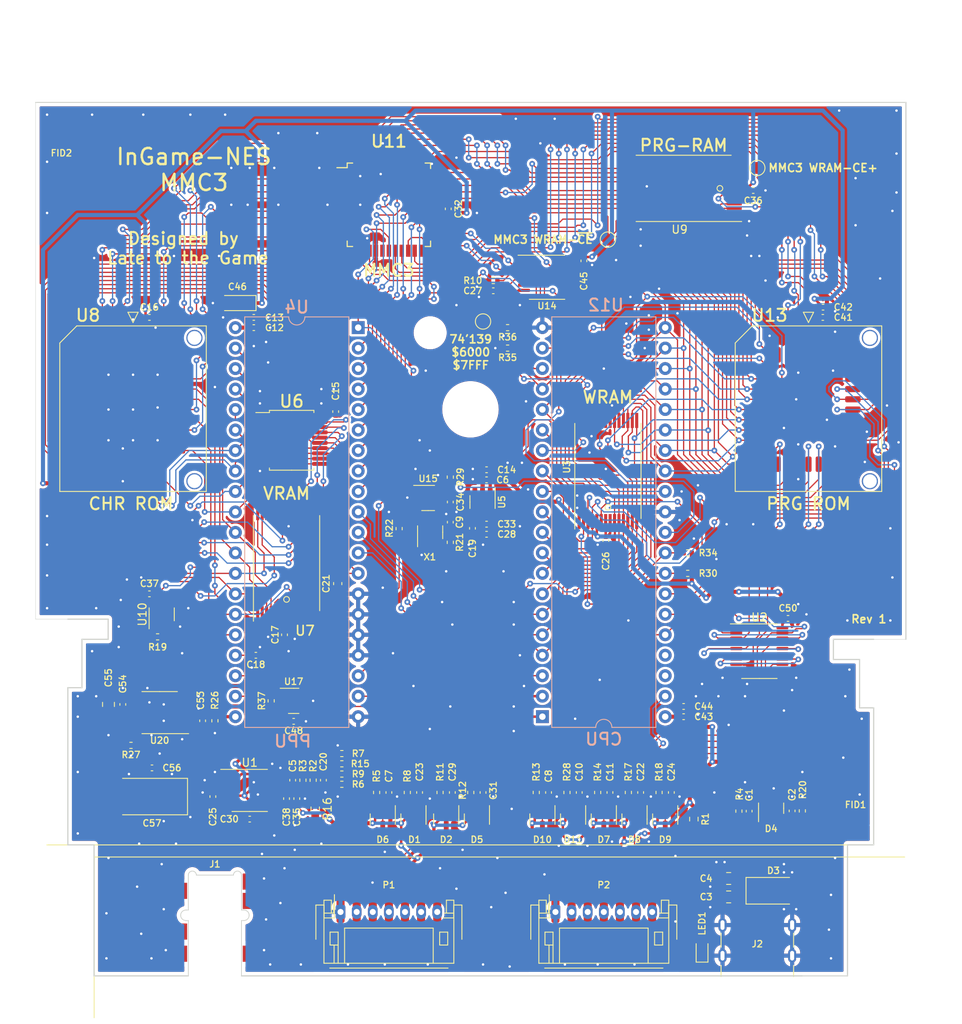
<source format=kicad_pcb>
(kicad_pcb (version 20211014) (generator pcbnew)
  (title_block (title "InGame-NES MMC3") (date "2022-06-03") (rev "1") (company "Late to the Game"))
  (layers (0 "F.Cu" signal) (31 "B.Cu" signal) (34 "B.Paste" user) (35 "F.Paste" user) (36 "B.SilkS" user "B.Silkscreen") (37 "F.SilkS" user "F.Silkscreen") (38 "B.Mask" user) (39 "F.Mask" user) (44 "Edge.Cuts" user))
  (net 0 "")
  (net 1 "GND")
  (net 2 "/CONTROLLER/4016-D0")
  (net 3 "/CONTROLLER/4017-D0")
  (net 4 "/CONTROLLER/4016-D3")
  (net 5 "/CONTROLLER/4017-D3")
  (net 6 "/CONTROLLER/4016-D4")
  (net 7 "/CONTROLLER/4017-D4")
  (net 8 "/CPU/CPU-A11")
  (net 9 "/CPU/CPU-A12")
  (net 10 "/CPU/NMI")
  (net 11 "/CONTROLLER/OE2")
  (net 12 "/CONTROLLER/OE1")
  (net 13 "/CPU/CPU-RW")
  (net 14 "/CPU/CPU-A8")
  (net 15 "/CPU/CPU-A9")
  (net 16 "/CPU/CPU-A10")
  (net 17 "/CPU/WRAM-CE")
  (net 18 "/CPU-D0")
  (net 19 "/CPU-D1")
  (net 20 "/CPU-D2")
  (net 21 "/CPU-D3")
  (net 22 "/CPU-D4")
  (net 23 "/TIMING/PPU-CLK")
  (net 24 "/TIMING/CPU-CLK")
  (net 25 "/CPU/CPU-A3")
  (net 26 "/CPU/CPU-A4")
  (net 27 "/CPU/CPU-A5")
  (net 28 "/CPU/CPU-A6")
  (net 29 "/CPU/CPU-A7")
  (net 30 "/PPU/ALE")
  (net 31 "/CPU/CPU-A15")
  (net 32 "/CPU/DBE")
  (net 33 "/CPU/CPU-RST")
  (net 35 "/PPU/PPU-A0")
  (net 36 "/PPU/PPU-A1")
  (net 37 "/PPU/PPU-A2")
  (net 38 "/PPU/PPU-A3")
  (net 39 "/PPU/PPU-A4")
  (net 40 "/PPU/PPU-A5")
  (net 41 "/PPU/PPU-A6")
  (net 42 "/PPU/PPU-A7")
  (net 44 "/PPU-A10")
  (net 45 "/PPU-A11")
  (net 46 "/PPU-A12")
  (net 47 "/MMC3/WRAM-WE")
  (net 48 "/CPU-D5")
  (net 49 "/CPU-D6")
  (net 50 "/PPU/PPU-A9")
  (net 51 "/PPU/PPU-A8")
  (net 52 "Net-(C5-Pad1)")
  (net 53 "/CPU-A1")
  (net 54 "Net-(U14-Pad1)")
  (net 55 "/CPU-A2")
  (net 56 "/CHR-A16")
  (net 57 "/CHR-A15")
  (net 58 "/CPU-D7")
  (net 59 "/CPU-A13")
  (net 60 "/M2")
  (net 61 "/CPU-A14")
  (net 62 "/ROMSEL")
  (net 63 "/IRQ")
  (net 64 "/PPU/PPU-RD")
  (net 65 "/CIRAM-A10")
  (net 66 "/PRG-CE")
  (net 67 "/CONTROLLER/OUT-0")
  (net 68 "/CHR-A14")
  (net 69 "/CHR-A13")
  (net 70 "/CPU-A0")
  (net 71 "/CHR-A12")
  (net 72 "/PRG-A17")
  (net 73 "/PRG-A16")
  (net 74 "/PRG-A15")
  (net 75 "/PRG-A14")
  (net 76 "Net-(C5-Pad2)")
  (net 77 "Net-(C25-Pad2)")
  (net 78 "/PPU/PPU-D7")
  (net 79 "/PPU/PPU-D6")
  (net 80 "/PPU/PPU-D5")
  (net 81 "/PPU/PPU-D4")
  (net 82 "/PPU/PPU-D3")
  (net 83 "/PPU/PPU-D2")
  (net 84 "/PPU-A13")
  (net 85 "/CHR-A17")
  (net 86 "/CHR-A11")
  (net 87 "/CHR-A10")
  (net 88 "Net-(C30-Pad1)")
  (net 89 "/PPU/PPU-WE")
  (net 90 "Net-(C30-Pad2)")
  (net 91 "+5V")
  (net 92 "/PRG-A18")
  (net 93 "/PRG-A13")
  (net 94 "Net-(C20-Pad2)")
  (net 95 "Net-(C20-Pad1)")
  (net 96 "/CPU/PRGRAM-CE")
  (net 97 "/AUDIO-OUT")
  (net 98 "/PPU/VIDEO")
  (net 99 "Net-(C53-Pad1)")
  (net 100 "Net-(C56-Pad2)")
  (net 101 "/VIDEO-OUT")
  (net 102 "Net-(R27-Pad2)")
  (net 104 "+3V3")
  (net 105 "Net-(C19-Pad2)")
  (net 107 "/Audio/SOUND-1")
  (net 108 "/Audio/SOUND-2")
  (net 109 "Net-(LED1-Pad2)")
  (net 113 "/MMC3/WRAM-CE1")
  (net 122 "/USB-C-POWER/CC2")
  (net 123 "/USB-C-POWER/CC1")
  (net 124 "Net-(R21-Pad2)")
  (net 125 "Net-(R22-Pad1)")
  (net 126 "Net-(R29-Pad1)")
  (net 127 "/PPU/PPU-D1")
  (net 131 "/PPU/CIRAM-CE")
  (net 132 "/PPU/PPU-D0")
  (net 133 "/MMC3/WRAM-CE2")
  (net 134 "/TIMING/OSC-CLK")
  (footprint "Capacitor_SMD:C_0402_1005Metric" (layer "F.Cu") (at 95.25 174.498 -90)
    (fp_text reference "C23")
    (fp_text value "330p")
  )
  (footprint "Capacitor_SMD:C_0402_1005Metric" (layer "F.Cu") (at 99.314 174.498 -90)
    (fp_text reference "C29")
    (fp_text value "330p")
  )
  (footprint "Capacitor_SMD:C_0402_1005Metric" (layer "F.Cu") (at 103.124 174.498 -90)
    (fp_text reference "C31")
    (fp_text value "330p")
  )
  (footprint "footprints:TSOP-I-28_11.8x8mm_P0.55mm_ISSI" (layer "F.Cu") (at 128.016 99.568 180)
    (fp_text reference "U9")
    (fp_text value "IS62C256AL-45TLI")
  )
  (footprint "Capacitor_SMD:C_0402_1005Metric" (layer "F.Cu") (at 74.676 116.84 180)
    (fp_text reference "C12")
    (fp_text value "100n")
  )
  (footprint "Capacitor_SMD:C_0402_1005Metric" (layer "F.Cu") (at 74.676 115.57 180)
    (fp_text reference "C13")
    (fp_text value "1u")
  )
  (footprint "Resistor_SMD:R_0402_1005Metric" (layer "F.Cu") (at 93.726 174.498 90)
    (fp_text reference "R8")
    (fp_text value "10K")
  )
  (footprint "Resistor_SMD:R_0402_1005Metric" (layer "F.Cu") (at 97.79 174.498 90)
    (fp_text reference "R11")
    (fp_text value "10K")
  )
  (footprint "Resistor_SMD:R_0402_1005Metric" (layer "F.Cu") (at 101.6 174.498 90)
    (fp_text reference "R12")
    (fp_text value "10K")
  )
  (footprint "Capacitor_SMD:C_0402_1005Metric" (layer "F.Cu") (at 61.722 115.57 180)
    (fp_text reference "C16")
    (fp_text value "100n")
  )
  (footprint "Capacitor_SMD:C_0402_1005Metric" (layer "F.Cu") (at 78.486 154.94 90)
    (fp_text reference "C17")
    (fp_text value "100n")
  )
  (footprint "footprints:TSOP-I-28_11.8x8mm_P0.55mm_ISSI" (layer "F.Cu") (at 78.74 146.05 90)
    (fp_text reference "U7")
    (fp_text value "IS62C256AL-45TLI")
  )
  (footprint "Capacitor_SMD:C_0402_1005Metric" (layer "F.Cu") (at 140.97 152.908 180)
    (fp_text reference "C50")
    (fp_text value "100n")
  )
  (footprint "Capacitor_SMD:C_0402_1005Metric" (layer "F.Cu") (at 91.44 174.498 -90)
    (fp_text reference "C7")
    (fp_text value "330p")
  )
  (footprint "Resistor_SMD:R_0402_1005Metric" (layer "F.Cu") (at 89.916 174.498 90)
    (fp_text reference "R5")
    (fp_text value "6K8")
  )
  (footprint "Fiducial:Fiducial_1.5mm_Mask3mm" (layer "F.Cu") (at 149.352 178.562 180)
    (fp_text reference "FID1")
    (fp_text value "Fiducial")
  )
  (footprint "Fiducial:Fiducial_1.5mm_Mask3mm" (layer "F.Cu") (at 50.8 92.71 180)
    (fp_text reference "FID2")
    (fp_text value "Fiducial")
  )
  (footprint "footprints:USB_C_Receptacle_CUI_UJC-HP-3-SMT-TR" (layer "F.Cu") (at 137.16 190.945)
    (fp_text reference "J2")
    (fp_text value "UJC-HP-3-SMT-TR")
  )
  (footprint "LED_SMD:LED_0603_1608Metric" (layer "F.Cu") (at 130.302 194.056 90)
    (fp_text reference "LED1")
    (fp_text value "LTST-C191KRKT")
  )
  (footprint "Package_SO:TSSOP-16_4.4x5mm_P0.65mm" (layer "F.Cu") (at 111.0665 110.591)
    (fp_text reference "U14")
    (fp_text value "74HC139")
  )
  (footprint "Package_SO:SSOP-20_5.3x7.2mm_P0.65mm" (layer "F.Cu") (at 79.375 130.81)
    (fp_text reference "U6")
    (fp_text value "74LS573")
  )
  (footprint "Capacitor_SMD:C_0402_1005Metric" (layer "F.Cu") (at 84.836 127.254 -90)
    (fp_text reference "C15")
    (fp_text value "100n")
  )
  (footprint "Connector_JST:JST_PH_S7B-PH-SM4-TB_1x07-1MP_P2.00mm_Horizontal" (layer "F.Cu") (at 91.44 191.77)
    (fp_text reference "P1")
    (fp_text value "S7B-PH-SM4-TB(LF)(SN)")
  )
  (footprint "Connector_JST:JST_PH_S7B-PH-SM4-TB_1x07-1MP_P2.00mm_Horizontal" (layer "F.Cu") (at 118.11 191.77)
    (fp_text reference "P2")
    (fp_text value "S7B-PH-SM4-TB(LF)(SN)")
  )
  (footprint "Capacitor_SMD:C_0402_1005Metric" (layer "F.Cu") (at 74.93 157.48 180)
    (fp_text reference "C18")
    (fp_text value "68p")
  )
  (footprint "Capacitor_SMD:C_0603_1608Metric" (layer "F.Cu") (at 85.09 148.59 90)
    (fp_text reference "C21")
    (fp_text value "360p")
  )
  (footprint "MountingHole:MountingHole_6.4mm_M6" (layer "F.Cu") (at 101.562 126.975)
    (fp_text reference "H4" hide)
    (fp_text value "MountingHole_M6")
  )
  (footprint "Capacitor_SMD:C_0402_1005Metric" (layer "F.Cu") (at 61.722 149.86)
    (fp_text reference "C37")
    (fp_text value "100n")
  )
  (footprint "Capacitor_SMD:C_0402_1005Metric" (layer "F.Cu") (at 78.74 175.26 -90)
    (fp_text reference "C38")
    (fp_text value "100n")
  )
  (footprint "Capacitor_SMD:C_0402_1005Metric" (layer "F.Cu") (at 68.326 165.608 90)
    (fp_text reference "C53")
    (fp_text value "100n")
  )
  (footprint "Capacitor_SMD:C_0402_1005Metric" (layer "F.Cu") (at 58.42 163.576 -90)
    (fp_text reference "C54")
    (fp_text value "100n")
  )
  (footprint "Capacitor_SMD:C_0805_2012Metric" (layer "F.Cu") (at 56.642 163.576 90)
    (fp_text reference "C55")
    (fp_text value "10u")
  )
  (footprint "Capacitor_SMD:C_0402_1005Metric" (layer "F.Cu") (at 62.0405 171.45 180)
    (fp_text reference "C56")
    (fp_text value "100n")
  )
  (footprint "Capacitor_Tantalum_SMD:CP_EIA-7343-15_Kemet-W" (layer "F.Cu") (at 62.0405 175.006 180)
    (fp_text reference "C57")
    (fp_text value "220u")
  )
  (footprint "Resistor_SMD:R_0402_1005Metric" (layer "F.Cu") (at 69.85 165.608 -90)
    (fp_text reference "R26")
    (fp_text value "75R")
  )
  (footprint "Resistor_SMD:R_0402_1005Metric" (layer "F.Cu") (at 59.436 168.656 180)
    (fp_text reference "R27")
    (fp_text value "75R")
  )
  (footprint "Package_SO:TSSOP-14_4.4x5mm_P0.65mm" (layer "F.Cu") (at 62.992 164.592 180)
    (fp_text reference "U20")
    (fp_text value "THS7374")
  )
  (footprint "Connector_JST:JST_PH_S7B-PH-K_1x07_P2.00mm_Horizontal" (layer "F.Cu") (at 85.44 189.32)
    (fp_text reference "J3" hide)
    (fp_text value "S7B-PH-K-S(LF)(SN)")
  )
  (footprint "Connector_JST:JST_PH_S7B-PH-K_1x07_P2.00mm_Horizontal" (layer "F.Cu") (at 112.11 189.32)
    (fp_text reference "J4" hide)
    (fp_text value "S7B-PH-K-S(LF)(SN)")
  )
  (footprint "footprints:CUI_SJ-43504-SMT-TR" (layer "F.Cu") (at 69.85 197.25 90)
    (fp_text reference "J1")
    (fp_text value "SJ-43504-SMT-TR")
    (fp_line (start 12.5 -2.3) (end 12.5 2.3) (layer "Edge.Cuts") (width 0.1))
    (fp_line (start 6.87 3.3) (end 0 3.3) (layer "Edge.Cuts") (width 0.1))
    (fp_line (start 6.87 3.6) (end 6.87 3.3) (layer "Edge.Cuts") (width 0.1))
    (fp_line (start 0 -3.3) (end 6.87 -3.3) (layer "Edge.Cuts") (width 0.1))
    (fp_line (start 6.87 -3.3) (end 6.87 -3.6) (layer "Edge.Cuts") (width 0.1))
    (fp_line (start 8.17 -3.6) (end 8.17 -3.3) (layer "Edge.Cuts") (width 0.1))
    (fp_line (start 8.17 -3.3) (end 12.5 -3.3) (layer "Edge.Cuts") (width 0.1))
    (fp_line (start 12.5 3.3) (end 8.17 3.3) (layer "Edge.Cuts") (width 0.1))
    (fp_line (start 8.17 3.3) (end 8.17 3.6) (layer "Edge.Cuts") (width 0.1))
    (fp_arc (start 6.87 -3.6) (mid 7.060381 -4.059619) (end 7.52 -4.25) (layer "Edge.Cuts") (width 0.1))
    (fp_arc (start 12.5 2.3) (mid 13 2.8) (end 12.5 3.3) (layer "Edge.Cuts") (width 0.1))
    (fp_arc (start 12.5 -3.3) (mid 13 -2.8) (end 12.5 -2.3) (layer "Edge.Cuts") (width 0.1))
    (fp_arc (start 7.52 -4.25) (mid 7.979619 -4.059619) (end 8.17 -3.6) (layer "Edge.Cuts") (width 0.1))
    (fp_arc (start 8.17 3.6) (mid 7.979619 4.059619) (end 7.52 4.25) (layer "Edge.Cuts") (width 0.1))
    (fp_arc (start 7.52 4.25) (mid 7.060381 4.059619) (end 6.87 3.6) (layer "Edge.Cuts") (width 0.1))
  )
  (footprint "Package_TO_SOT_SMD:SOT-23" (layer "F.Cu") (at 94.488 177.8 -90)
    (fp_text reference "D1")
    (fp_text value "BAS40-04")
  )
  (footprint "Package_TO_SOT_SMD:SOT-23" (layer "F.Cu") (at 98.552 177.8 -90)
    (fp_text reference "D2")
    (fp_text value "BAS40-04")
  )
  (footprint "Capacitor_SMD:C_0402_1005Metric" (layer "F.Cu") (at 103.56 135.72)
    (fp_text reference "C6")
    (fp_text value "100n")
  )
  (footprint "Capacitor_SMD:C_0402_1005Metric" (layer "F.Cu") (at 103.56 134.47)
    (fp_text reference "C14")
    (fp_text value "1u")
  )
  (footprint "Capacitor_SMD:C_0402_1005Metric" (layer "F.Cu") (at 101.81 141.732 90)
    (fp_text reference "C19")
    (fp_text value "100n")
  )
  (footprint "Resistor_SMD:R_0603_1608Metric" (layer "F.Cu") (at 129.286 177.8 -90)
    (fp_text reference "R1")
    (fp_text value "150R")
  )
  (footprint "Resistor_SMD:R_0402_1005Metric" (layer "F.Cu") (at 99.06 135.382 90)
    (fp_text reference "R29")
    (fp_text value "30R")
  )
  (footprint "Package_TO_SOT_SMD:SOT-23-5" (layer "F.Cu") (at 103.06 138.47 -90)
    (fp_text reference "U5")
    (fp_text value "TLV70033DDCR")
  )
  (footprint "Capacitor_SMD:C_0402_1005Metric" (layer "F.Cu") (at 103.56 142.47)
    (fp_text reference "C28")
    (fp_text value "100n")
  )
  (footprint "Resistor_SMD:R_0402_1005Metric" (layer "F.Cu") (at 142.748 176.784 90)
    (fp_text reference "R20")
    (fp_text value "5K1")
  )
  (footprint "Package_TO_SOT_SMD:SOT-23-5" (layer "F.Cu") (at 96.56 142.22 90)
    (fp_text reference "X1")
    (fp_text value "SIT2001BC-S2-33N-21.477270")
  )
  (footprint "Capacitor_SMD:C_0402_1005Metric" (layer "F.Cu") (at 115.6385 108.559 90)
    (fp_text reference "C45")
    (fp_text value "100n")
  )
  (footprint "Capacitor_SMD:C_0402_1005Metric" (layer "F.Cu") (at 128.016 163.83 180)
    (fp_text reference "C44")
    (fp_text value "1u")
  )
  (footprint "Capacitor_SMD:C_0402_1005Metric" (layer "F.Cu") (at 115.062 174.498 -90)
    (fp_text reference "C10")
    (fp_text value "330p")
  )
  (footprint "Resistor_SMD:R_0402_1005Metric" (layer "F.Cu") (at 113.538 174.498 90)
    (fp_text reference "R28")
    (fp_text value "6K8")
  )
  (footprint "Resistor_SMD:R_0402_1005Metric" (layer "F.Cu") (at 128.524 147.32 180)
    (fp_text reference "R30")
    (fp_text value "10K")
  )
  (footprint "Capacitor_SMD:C_0402_1005Metric" (layer "F.Cu") (at 128.016 165.1 180)
    (fp_text reference "C43")
    (fp_text value "100n")
  )
  (footprint "Resistor_SMD:R_0402_1005Metric" (layer "F.Cu") (at 76.82975 163.134 90)
    (fp_text reference "R37")
    (fp_text value "10K")
  )
  (footprint "Resistor_SMD:R_0402_1005Metric" (layer "F.Cu") (at 128.524 144.78 180)
    (fp_text reference "R34")
    (fp_text value "10K")
  )
  (footprint "Resistor_SMD:R_0402_1005Metric" (layer "F.Cu") (at 85.6 170.94 180)
    (fp_text reference "R15")
    (fp_text value "12K")
  )
  (footprint "Capacitor_SMD:C_0402_1005Metric" (layer "F.Cu") (at 83.312 172.974 90)
    (fp_text reference "C20")
    (fp_text value "1u")
  )
  (footprint "Resistor_SMD:R_0402_1005Metric" (layer "F.Cu") (at 85.6 169.672)
    (fp_text reference "R7")
    (fp_text value "100R")
  )
  (footprint "Capacitor_SMD:C_0402_1005Metric" (layer "F.Cu") (at 74.168 177.8)
    (fp_text reference "C30")
    (fp_text value "1u")
  )
  (footprint "Resistor_SMD:R_0402_1005Metric" (layer "F.Cu") (at 85.6 173.482)
    (fp_text reference "R6")
    (fp_text value "100R")
  )
  (footprint "Resistor_SMD:R_0402_1005Metric" (layer "F.Cu") (at 85.6 172.212 180)
    (fp_text reference "R9")
    (fp_text value "20K")
  )
  (footprint "Capacitor_SMD:C_0402_1005Metric" (layer "F.Cu") (at 69.596 175.006 -90)
    (fp_text reference "C25")
    (fp_text value "1u")
  )
  (footprint "Resistor_SMD:R_0402_1005Metric" (layer "F.Cu") (at 124.968 174.498 90)
    (fp_text reference "R18")
    (fp_text value "10K")
  )
  (footprint "Resistor_SMD:R_0402_1005Metric" (layer "F.Cu") (at 121.158 174.498 90)
    (fp_text reference "R17")
    (fp_text value "10K")
  )
  (footprint "Resistor_SMD:R_0402_1005Metric" (layer "F.Cu") (at 117.348 174.498 90)
    (fp_text reference "R14")
    (fp_text value "10K")
  )
  (footprint "Capacitor_SMD:C_0402_1005Metric" (layer "F.Cu") (at 111.252 174.498 -90)
    (fp_text reference "C8")
    (fp_text value "330p")
  )
  (footprint "Package_TO_SOT_SMD:SOT-23-5" (layer "F.Cu") (at 63.246 152.4 90)
    (fp_text reference "U10")
    (fp_text value "74AHC1G04")
  )
  (footprint "Capacitor_SMD:C_0402_1005Metric" (layer "F.Cu") (at 126.492 174.498 -90)
    (fp_text reference "C24")
    (fp_text value "330p")
  )
  (footprint "Capacitor_SMD:C_0402_1005Metric" (layer "F.Cu") (at 122.682 174.498 -90)
    (fp_text reference "C22")
    (fp_text value "330p")
  )
  (footprint "Resistor_SMD:R_0402_1005Metric" (layer "F.Cu") (at 109.728 174.498 90)
    (fp_text reference "R13")
    (fp_text value "6K8")
  )
  (footprint "Capacitor_SMD:C_0402_1005Metric" (layer "F.Cu") (at 118.872 174.498 -90)
    (fp_text reference "C11")
    (fp_text value "330p")
  )
  (footprint "footprints:SOCKET-PLCC-32-SMD" (layer "F.Cu") (at 143.51 127)
    (fp_text reference "U13")
    (fp_text value "SST39SF040-70-4C-PHE")
  )
  (footprint "Capacitor_SMD:C_0402_1005Metric" (layer "F.Cu") (at 145.316 114.3 180)
    (fp_text reference "C42")
    (fp_text value "1u")
  )
  (footprint "MountingHole:MountingHole_3.5mm" (layer "F.Cu") (at 96.562 117.475)
    (fp_text reference "H3" hide)
    (fp_text value "MountingHole_3.5mm")
  )
  (footprint "Capacitor_SMD:C_0402_1005Metric" (layer "F.Cu") (at 145.288 115.57 180)
    (fp_text reference "C41")
    (fp_text value "100n")
  )
  (footprint "footprints:SOCKET-PLCC-32-SMD" (layer "F.Cu") (at 59.69 127)
    (fp_text reference "U8")
    (fp_text value "SST39SF040-70-4C-NHE")
  )
  (footprint "Capacitor_SMD:C_0402_1005Metric" (layer "F.Cu") (at 141.478 176.784 90)
    (fp_text reference "C2")
    (fp_text value "330p")
  )
  (footprint "Capacitor_SMD:C_0402_1005Metric" (layer "F.Cu") (at 99.06 140.97 -90)
    (fp_text reference "C9")
    (fp_text value "100n")
  )
  (footprint "Resistor_SMD:R_0402_1005Metric" (layer "F.Cu") (at 134.874 176.812 90)
    (fp_text reference "R4")
    (fp_text value "5K1")
  )
  (footprint "Capacitor_SMD:C_0402_1005Metric" (layer "F.Cu") (at 136.144 176.812 90)
    (fp_text reference "C1")
    (fp_text value "330p")
  )
  (footprint "Capacitor_SMD:C_0805_2012Metric" (layer "F.Cu") (at 133.604 185.166 180)
    (fp_text reference "C4")
    (fp_text value "10u")
  )
  (footprint "Capacitor_Tantalum_SMD:CP_EIA-3216-18_Kemet-A" (layer "F.Cu") (at 72.644 113.792 180)
    (fp_text reference "C46")
    (fp_text value "10u")
  )
  (footprint "Resistor_SMD:R_0402_1005Metric" (layer "F.Cu") (at 82.042 172.974 90)
    (fp_text reference "R2")
    (fp_text value "22K")
  )
  (footprint "Package_TO_SOT_SMD:SOT-23" (layer "F.Cu") (at 90.678 177.8 -90)
    (fp_text reference "D6")
    (fp_text value "BAS40-04")
  )
  (footprint "Resistor_SMD:R_0402_1005Metric" (layer "F.Cu") (at 106.172 119.38 180)
    (fp_text reference "R35")
    (fp_text value "10K")
  )
  (footprint "Capacitor_SMD:C_0402_1005Metric" (layer "F.Cu") (at 98.806 102.108 -90)
    (fp_text reference "C32")
    (fp_text value "100n")
  )
  (footprint "Package_TO_SOT_SMD:SOT-23" (layer "F.Cu") (at 118.11 177.8 -90)
    (fp_text reference "D7")
    (fp_text value "BAS40-04")
  )
  (footprint "Resistor_SMD:R_0603_1608Metric" (layer "F.Cu") (at 82.296 176.53 90)
    (fp_text reference "R16")
    (fp_text value "150R")
  )
  (footprint "Package_TO_SOT_SMD:SOT-23" (layer "F.Cu") (at 79.62375 163.134)
    (fp_text reference "U17")
    (fp_text value "TLV863MDBZR")
  )
  (footprint "Resistor_SMD:R_0402_1005Metric" (layer "F.Cu") (at 80.772 172.974 -90)
    (fp_text reference "R3")
    (fp_text value "80K6")
  )
  (footprint "Capacitor_SMD:C_0402_1005Metric" (layer "F.Cu") (at 118.364 143.256 90)
    (fp_text reference "C26")
    (fp_text value "100n")
  )
  (footprint "Package_TO_SOT_SMD:SOT-23" (layer "F.Cu") (at 138.872 176.4515 90)
    (fp_text reference "D4")
    (fp_text value "PESD2IVN24-TR")
  )
  (footprint "Package_QFP:TQFP-44_10x10mm_P0.8mm" (layer "F.Cu") (at 91.44 101.6)
    (fp_text reference "U11")
    (fp_text value "NES-MMC3")
  )
  (footprint "Package_TO_SOT_SMD:SOT-23" (layer "F.Cu") (at 110.49 177.8 -90)
    (fp_text reference "D10")
    (fp_text value "BAS40-04")
  )
  (footprint "footprints:TSOP-I-28_11.8x8mm_P0.55mm_ISSI" (layer "F.Cu") (at 118.618 134.62 90)
    (fp_text reference "U3")
    (fp_text value "IS62C256AL-45TLI")
  )
  (footprint "Resistor_SMD:R_0402_1005Metric" (layer "F.Cu") (at 106.172 116.84 180)
    (fp_text reference "R36")
    (fp_text value "27K")
  )
  (footprint "Capacitor_SMD:C_0402_1005Metric" (layer "F.Cu") (at 136.652 99.822 180)
    (fp_text reference "C36")
    (fp_text value "100n")
  )
  (footprint "Package_SO:TSSOP-20_4.4x6.5mm_P0.65mm" (layer "F.Cu") (at 137.414 156.972)
    (fp_text reference "U2")
    (fp_text value "74HC240")
  )
  (footprint "Package_TO_SOT_SMD:SOT-23" (layer "F.Cu") (at 114.3 177.8 -90)
    (fp_text reference "D11")
    (fp_text value "BAS40-04")
  )
  (footprint "Resistor_SMD:R_0402_1005Metric" (layer "F.Cu") (at 99.06 143.47 -90)
    (fp_text reference "R21")
    (fp_text value "10K")
  )
  (footprint "Package_TO_SOT_SMD:SOT-23" (layer "F.Cu") (at 102.362 177.8 -90)
    (fp_text reference "D5")
    (fp_text value "BAS40-04")
  )
  (footprint "Capacitor_SMD:C_0402_1005Metric" (layer "F.Cu") (at 79.62375 165.674 180)
    (fp_text reference "C48")
    (fp_text value "100n")
  )
  (footprint "Resistor_SMD:R_0402_1005Metric" (layer "F.Cu") (at 92.71 141.77 -90)
    (fp_text reference "R22")
    (fp_text value "30R")
  )
  (footprint "Package_TO_SOT_SMD:SOT-23" (layer "F.Cu") (at 121.92 177.8 -90)
    (fp_text reference "D8")
    (fp_text value "BAS40-04")
  )
  (footprint "TestPoint:TestPoint_Pad_D1.5mm" (layer "F.Cu") (at 137.16 97.028)
    (fp_text reference "TP3" hide)
    (fp_text value "TestPoint")
  )
  (footprint "Capacitor_SMD:C_0402_1005Metric" (layer "F.Cu") (at 79.502 172.974 -90)
    (fp_text reference "C5")
    (fp_text value "220p")
  )
  (footprint "Diode_SMD:D_SMA" (layer "F.Cu") (at 139.16 186.69)
    (fp_text reference "D3")
    (fp_text value "SMAJ22CA")
  )
  (footprint "Package_TO_SOT_SMD:SOT-23-6" (layer "F.Cu") (at 96.31 137.97)
    (fp_text reference "U15")
    (fp_text value "PL133-37")
  )
  (footprint "Package_SO:TSSOP-14_4.4x5mm_P0.65mm" (layer "F.Cu") (at 74.168 174.244)
    (fp_text reference "U1")
    (fp_text value "NCS603")
  )
  (footprint "Capacitor_SMD:C_0402_1005Metric" (layer "F.Cu") (at 104.394 112.268)
    (fp_text reference "C27")
    (fp_text value "68p")
  )
  (footprint "Capacitor_SMD:C_0402_1005Metric" (layer "F.Cu") (at 80.01 175.26 -90)
    (fp_text reference "C35")
    (fp_text value "1u")
  )
  (footprint "Package_TO_SOT_SMD:SOT-23" (layer "F.Cu") (at 125.73 177.8 -90)
    (fp_text reference "D9")
    (fp_text value "BAS40-04")
  )
  (footprint "Capacitor_SMD:C_0402_1005Metric" (layer "F.Cu") (at 103.56 141.22)
    (fp_text reference "C33")
    (fp_text value "1u")
  )
  (footprint "TestPoint:TestPoint_Pad_D1.5mm" (layer "F.Cu") (at 118.618 105.918)
    (fp_text reference "TP2" hide)
    (fp_text value "TestPoint")
  )
  (footprint "Capacitor_SMD:C_0402_1005Metric" (layer "F.Cu") (at 99.06 138.47 90)
    (fp_text reference "C34")
    (fp_text value "100n")
  )
  (footprint "Resistor_SMD:R_0402_1005Metric" (layer "F.Cu") (at 104.394 110.998 180)
    (fp_text reference "R10")
    (fp_text value "10K")
  )
  (footprint "Resistor_SMD:R_0402_1005Metric" (layer "F.Cu") (at 62.738 155.194)
    (fp_text reference "R19")
    (fp_text value "6K8")
  )
  (footprint "Capacitor_SMD:C_0805_2012Metric" (layer "F.Cu") (at 133.604 187.452 180)
    (fp_text reference "C3")
    (fp_text value "10u")
  )
  (footprint "TestPoint:TestPoint_Pad_D1.5mm" (layer "F.Cu") (at 103.124 116.078)
    (fp_text reference "TP1" hide)
    (fp_text value "TestPoint")
  )
  (footprint "Package_DIP:DIP-40_W15.24mm" (layer "B.Cu") (at 110.49 165.094996)
    (fp_text reference "U12")
    (fp_text value "RP2A03 CPU")
  )
  (footprint "Package_DIP:DIP-40_W15.24mm" (layer "B.Cu") (at 87.63 116.84 180)
    (fp_text reference "U4")
    (fp_text value "RP2C02 PPU")
  )
  (gr_line (start 54.864 182.372) (end 54.864 202.438) (layer "F.SilkS") (width 0.12))
  (gr_line (start 54.864 182.5) (end 155.448 182.5) (layer "F.SilkS") (width 0.12))
  (gr_line (start 151.108 181) (end 49 181) (layer "F.SilkS") (width 0.12))
  (gr_line (start 54.85 182.5) (end 54.85 181) (layer "Edge.Cuts") (width 0.15))
  (gr_line (start 51.6 181) (end 51.6 161.5) (layer "Edge.Cuts") (width 0.15))
  (gr_line (start 73.15 197.25) (end 142.7 197.25) (layer "Edge.Cuts") (width 0.15))
  (gr_line (start 142.7 197.25) (end 148.35 197.25) (layer "Edge.Cuts") (width 0.12))
  (gr_line (start 51.6 153) (end 47.6 153) (layer "Edge.Cuts") (width 0.05))
  (gr_line (start 151.6 155.5) (end 155.6 155.5) (layer "Edge.Cuts") (width 0.05))
  (gr_line (start 149.85 158) (end 149.85 164) (layer "Edge.Cuts") (width 0.15))
  (gr_line (start 151.6 181) (end 148.35 181) (layer "Edge.Cuts") (width 0.15))
  (gr_line (start 56.6 155.5) (end 56.6 153) (layer "Edge.Cuts") (width 0.15))
  (gr_line (start 51.6 161.5) (end 53.35 161.5) (layer "Edge.Cuts") (width 0.15))
  (gr_line (start 54.85 181) (end 51.6 181) (layer "Edge.Cuts") (width 0.15))
  (gr_line (start 146.6 158) (end 149.85 158) (layer "Edge.Cuts") (width 0.15))
  (gr_line (start 148.35 181) (end 148.35 182.5) (layer "Edge.Cuts") (width 0.15))
  (gr_line (start 54.85 197.25) (end 54.85 182.5) (layer "Edge.Cuts") (width 0.15))
  (gr_line (start 151.6 164) (end 151.6 181) (layer "Edge.Cuts") (width 0.15))
  (gr_line (start 151.6 155.5) (end 146.6 155.5) (layer "Edge.Cuts") (width 0.15))
  (gr_line (start 53.35 161.5) (end 53.35 155.5) (layer "Edge.Cuts") (width 0.15))
  (gr_line (start 66.55 197.25) (end 54.85 197.25) (layer "Edge.Cuts") (width 0.15))
  (gr_line (start 155.6 88.9) (end 155.6 155.5) (layer "Edge.Cuts") (width 0.15))
  (gr_line (start 53.35 155.5) (end 56.6 155.5) (layer "Edge.Cuts") (width 0.15))
  (gr_line (start 56.6 153) (end 51.6 153) (layer "Edge.Cuts") (width 0.15))
  (gr_line (start 47.6 88.9) (end 155.6 88.9) (layer "Edge.Cuts") (width 0.12))
  (gr_line (start 148.35 182.5) (end 148.35 197.25) (layer "Edge.Cuts") (width 0.15))
  (gr_line (start 146.6 155.5) (end 146.6 158) (layer "Edge.Cuts") (width 0.15))
  (gr_line (start 149.85 164) (end 151.6 164) (layer "Edge.Cuts") (width 0.15))
  (gr_line (start 47.6 88.9) (end 47.6 153) (layer "Edge.Cuts") (width 0.05))
  (gr_text "PPU" (at 79.502 168.148) (layer "B.SilkS") (effects (font (size 1.5 1.5) (thickness 0.25)) (justify mirror)))
  (gr_text "CPU" (at 118.11 167.894) (layer "B.SilkS") (effects (font (size 1.5 1.5) (thickness 0.25)) (justify mirror)))
  (gr_text "Designed by \nLate to the Game" (at 66.5 107) (layer "F.SilkS") (effects (font (size 1.5 1.5) (thickness 0.25))))
  (gr_text "MMC3" (at 91.44 109.728) (layer "F.SilkS") (effects (font (size 1.5 1.5) (thickness 0.25))))
  (gr_text "PRG ROM" (at 143.51 138.684) (layer "F.SilkS") (effects (font (size 1.5 1.5) (thickness 0.25))))
  (gr_text "CHR ROM" (at 59.436 138.684) (layer "F.SilkS") (effects (font (size 1.5 1.5) (thickness 0.25))))
  (gr_text "VRAM" (at 78.74 137.414) (layer "F.SilkS") (effects (font (size 1.5 1.5) (thickness 0.25))))
  (gr_text "WRAM" (at 118.618 125.476) (layer "F.SilkS") (effects (font (size 1.5 1.5) (thickness 0.25))))
  (gr_text "MMC3 WRAM-~{CE}" (at 116.84 105.918) (layer "F.SilkS") (effects (font (size 1 1) (thickness 0.2)) (justify right)))
  (gr_text "PRG-RAM" (at 128.016 94.234) (layer "F.SilkS") (effects (font (size 1.5 1.5) (thickness 0.25))))
  (gr_text "74'139\n$6000\n$7FFF" (at 101.6 119.888) (layer "F.SilkS") (effects (font (size 1 1) (thickness 0.2))))
  (gr_text "MMC3 WRAM-CE+" (at 138.43 97.028) (layer "F.SilkS") (effects (font (size 1 1) (thickness 0.2)) (justify left)))
  (gr_text "InGame-NES\nMMC3" (at 67.25 97.25) (layer "F.SilkS") (effects (font (size 2 2) (thickness 0.3))))
  (gr_text "Rev 1" (at 151 153) (layer "F.SilkS") (effects (font (size 1 1) (thickness 0.2))))
  (segment (start 74.1 194.5) (end 75.502 194.5) (width 0.508) (layer "F.Cu") (net 1))
  (segment (start 101.81 142.212) (end 102.334 142.212) (width 0.4064) (layer "F.Cu") (net 1))
  (segment (start 75.875 133.735) (end 75.875 134.183) (width 0.3048) (layer "F.Cu") (net 1))
  (segment (start 71.3055 172.294) (end 70.186 172.294) (width 0.3048) (layer "F.Cu") (net 1))
  (segment (start 140.2765 159.897) (end 141.609 159.897) (width 0.3048) (layer "F.Cu") (net 1))
  (segment (start 115.043 140.89) (end 115.043 139.427) (width 0.3048) (layer "F.Cu") (net 1))
  (segment (start 79.015 139.78) (end 79.015 141.457) (width 0.3048) (layer "F.Cu") (net 1))
  (segment (start 99.314 175.514) (end 99.314 174.978) (width 0.3048) (layer "F.Cu") (net 1))
  (segment (start 85.09 169.672) (end 85.09 168.656) (width 0.3048) (layer "F.Cu") (net 1))
  (segment (start 99.06 138.95) (end 99.81 139.7) (width 0.4064) (layer "F.Cu") (net 1))
  (segment (start 122.682 175.514) (end 122.682 174.978) (width 0.3048) (layer "F.Cu") (net 1))
  (segment (start 99.81 139.7) (end 99.822 139.7) (width 0.4064) (layer "F.Cu") (net 1))
  (segment (start 126.68 175.702) (end 126.492 175.514) (width 0.3048) (layer "F.Cu") (net 1))
  (segment (start 69.85 166.118) (end 69.85 167.132) (width 0.3048) (layer "F.Cu") (net 1))
  (segment (start 118.364 143.736) (end 117.376 143.736) (width 0.3048) (layer "F.Cu") (net 1))
  (segment (start 111.44 176.8625) (end 111.44 175.702) (width 0.3048) (layer "F.Cu") (net 1))
  (segment (start 78.232 174.752) (end 78.712 174.752) (width 0.3048) (layer "F.Cu") (net 1))
  (segment (start 103.312 176.8625) (end 103.312 175.956) (width 0.3048) (layer "F.Cu") (net 1))
  (segment (start 70.186 172.294) (end 69.85 171.958) (width 0.3048) (layer "F.Cu") (net 1))
  (segment (start 119.06 176.8625) (end 119.06 175.702) (width 0.3048) (layer "F.Cu") (net 1))
  (segment (start 126.68 176.8625) (end 126.68 175.702) (width 0.3048) (layer "F.Cu") (net 1))
  (segment (start 115.0295 108.966) (end 115.1305 109.067) (width 0.3048) (layer "F.Cu") (net 1))
  (segment (start 116.6265 109.039) (end 116.6545 109.067) (width 0.3048) (layer "F.Cu") (net 1))
  (segment (start 79.015 141.457) (end 78.994 141.478) (width 0.3048) (layer "F.Cu") (net 1))
  (segment (start 69.878 174.244) (end 69.596 174.526) (width 0.3048) (layer "F.Cu") (net 1))
  (segment (start 123.423 99.293) (end 123.444 99.314) (width 0.3048) (layer "F.Cu") (net 1))
  (segment (start 99.06 140.462) (end 98.552 139.954) (width 0.4064) (layer "F.Cu") (net 1))
  (segment (start 58.616 163.292) (end 58.42 163.096) (width 0.4064) (layer "F.Cu") (net 1))
  (segment (start 80.56125 163.134) (end 82.03725 163.134) (width 0.3048) (layer "F.Cu") (net 1))
  (segment (start 95.438 176.8625) (end 95.438 175.956) (width 0.3048) (layer "F.Cu") (net 1))
  (segment (start 77.978 171.958) (end 77.978 171.45) (width 0.3048) (layer "F.Cu") (net 1))
  (segment (start 98.806 101.628) (end 100.048 101.628) (width 0.4572) (layer "F.Cu") (net 1))
  (segment (start 118.893 128.35) (end 118.893 126.725) (width 0.3048) (layer "F.Cu") (net 1))
  (segment (start 103.06 137.3325) (end 103.06 135.74) (width 0.4064) (layer "F.Cu") (net 1))
  (segment (start 99.502 176.8625) (end 99.502 175.702) (width 0.3048) (layer "F.Cu") (net 1))
  (segment (start 117.376 143.736) (end 117.348 143.764) (width 0.3048) (layer "F.Cu") (net 1))
  (segment (start 118.872 175.514) (end 118.872 174.978) (width 0.3048) (layer "F.Cu") (net 1))
  (segment (start 61.692 163.292) (end 61.722 163.322) (width 0.3048) (layer "F.Cu") (net 1))
  (segment (start 103.312 175.956) (end 103.124 175.768) (width 0.3048) (layer "F.Cu") (net 1))
  (segment (start 64.198 194.5) (end 63.754 194.056) (width 0.508) (layer "F.Cu") (net 1))
  (segment (start 119.06 175.702) (end 118.872 175.514) (width 0.3048) (layer "F.Cu") (net 1))
  (segment (start 122.87 176.8625) (end 122.87 175.702) (width 0.3048) (layer "F.Cu") (net 1))
  (segment (start 103.124 175.768) (end 103.124 174.978) (width 0.3048) (layer "F.Cu") (net 1))
  (segment (start 78.09 174.894) (end 78.232 174.752) (width 0.3048) (layer "F.Cu") (net 1))
  (segment (start 58.42 163.096) (end 57.112 163.096) (width 0.4064) (layer "F.Cu") (net 1))
  (segment (start 77.642 172.294) (end 77.978 171.958) (width 0.3048) (layer "F.Cu") (net 1))
  (segment (start 118.893 126.725) (end 119.126 126.492) (width 0.3048) (layer "F.Cu") (net 1))
  (segment (start 80.01 174.78) (end 78.74 174.78) (width 0.3048) (layer "F.Cu") (net 1))
  (segment (start 65.6 194.5) (end 64.198 194.5) (width 0.508) (layer "F.Cu") (net 1))
  (segment (start 102.334 142.212) (end 102.616 142.494) (width 0.4064) (layer "F.Cu") (net 1))
  (segment (start 60.1295 163.292) (end 58.616 163.292) (width 0.4064) (layer "F.Cu") (net 1))
  (segment (start 91.628 175.956) (end 91.44 175.768) (width 0.3048) (layer "F.Cu") (net 1))
  (segment (start 115.25 176.8625) (end 115.25 175.956) (width 0.3048) (layer "F.Cu") (net 1))
  (segment (start 115.25 175.956) (end 115.062 175.768) (width 0.3048) (layer "F.Cu") (net 1))
  (segment (start 91.628 176.8625) (end 91.628 175.956) (width 0.3048) (layer "F.Cu") (net 1))
  (segment (start 126.492 175.514) (end 126.492 174.978) (width 0.3048) (layer "F.Cu") (net 1))
  (segment (start 71.3055 174.244) (end 69.878 174.244) (width 0.3048) (layer "F.Cu") (net 1))
  (segment (start 135.655 103.143) (end 136.144 103.632) (width 0.3048) (layer "F.Cu") (net 1))
  (segment (start 99.502 175.702) (end 99.314 175.514) (width 0.3048) (layer "F.Cu") (net 1))
  (segment (start 75.875 134.183) (end 75.438 134.62) (width 0.3048) (layer "F.Cu") (net 1))
  (segment (start 111.252 175.514) (end 111.252 174.978) (width 0.3048) (layer "F.Cu") (net 1))
  (segment (start 75.326 174.894) (end 75.184 174.752) (width 0.3048) (layer "F.Cu") (net 1))
  (segment (start 95.438 175.956) (end 95.25 175.768) (width 0.3048) (layer "F.Cu") (net 1))
  (segment (start 91.44 175.768) (end 91.44 174.978) (width 0.3048) (layer "F.Cu") (net 1))
  (segment (start 115.062 175.768) (end 115.062 174.978) (width 0.3048) (layer "F.Cu") (net 1))
  (segment (start 80.10375 165.674) (end 81.14775 165.674) (width 0.3048) (layer "F.Cu") (net 1))
  (segment (start 103.08 141.22) (end 103.08 142.47) (width 0.4064) (layer "F.Cu") (net 1))
  (segment (start 77.0305 174.894) (end 75.326 174.894) (width 0.3048) (layer "F.Cu") (net 1))
  (segment (start 100.048 101.628) (end 100.076 101.6) (width 0.4572) (layer "F.Cu") (net 1))
  (segment (start 134.286 103.143) (end 135.655 103.143) (width 0.3048) (layer "F.Cu") (net 1))
  (segment (start 60.1295 163.292) (end 61.692 163.292) (width 0.3048) (layer "F.Cu") (net 1))
  (segment (start 121.746 99.293) (end 123.423 99.293) (width 0.3048) (layer "F.Cu") (net 1))
  (segment (start 108.204 112.866) (end 108.204 113.538) (width 0.3048) (layer "F.Cu") (net 1))
  (segment (start 122.87 175.702) (end 122.682 175.514) (width 0.3048) (layer "F.Cu") (net 1))
  (segment (start 57.112 163.096) (end 56.642 162.626) (width 0.4064) (layer "F.Cu") (net 1))
  (segment (start 75.502 194.5) (end 75.946 194.056) (width 0.508) (layer "F.Cu") (net 1))
  (segment (start 113.929 108.966) (end 115.0295 108.966) (width 0.3048) (layer "F.Cu") (net 1))
  (segment (start 102.616 142.494) (end 103.056 142.494) (width 0.4064) (layer "F.Cu") (net 1))
  (segment (start 115.1305 109.067) (end 115.6105 109.067) (width 0.3048) (layer "F.Cu") (net 1))
  (segment (start 137.132 99.822) (end 138.176 99.822) (width 0.3048) (layer "F.Cu") (net 1))
  (segment (start 141.609 159.897) (end 141.986 160.274) (width 0.3048) (layer "F.Cu") (net 1))
  (segment (start 77.0305 172.294) (end 77.642 172.294) (width 0.3048) (layer "F.Cu") (net 1))
  (segment (start 108.204 113.538) (end 107.696 114.046) (width 0.3048) (layer "F.Cu") (net 1))
  (segment (start 111.44 175.702) (end 111.252 175.514) (width 0.3048) (layer "F.Cu") (net 1))
  (segment (start 97.14 101.6) (end 98.778 101.6) (width 0.4572) (layer "F.Cu") (net 1))
  (segment (start 115.6385 109.039) (end 116.6265 109.039) (width 0.3048) (layer "F.Cu") (net 1))
  (segment (start 115.043 139.427) (end 114.808 139.192) (width 0.3048) (layer "F.Cu") (net 1))
  (segment (start 77.0305 174.894) (end 78.09 174.894) (width 0.3048) (layer "F.Cu") (net 1))
  (segment (start 95.25 175.768) (end 95.25 174.978) (width 0.3048) (layer "F.Cu") (net 1))
  (via (at 141.478 175.006) (size 0.7112) (drill 0.3048) (layers "F.Cu" "B.Cu") (net 1))
  (via (at 110.236 93.98) (size 0.7112) (drill 0.3048) (layers "F.Cu" "B.Cu") (net 1))
  (via (at 132.334 162.56) (size 0.7112) (drill 0.3048) (layers "F.Cu" "B.Cu") (net 1))
  (via (at 127.508 140.716) (size 0.7112) (drill 0.3048) (layers "F.Cu" "B.Cu") (net 1))
  (via (at 59.182 172.212) (size 0.7112) (drill 0.3048) (layers "F.Cu" "B.Cu") (net 1))
  (via (at 138.176 110.998) (size 0.7112) (drill 0.3048) (layers "F.Cu" "B.Cu") (net 1))
  (via (at 59.436 169.926) (size 0.7112) (drill 0.3048) (layers "F.Cu" "B.Cu") (net 1))
  (via (at 107.696 157.48) (size 0.7112) (drill 0.3048) (layers "F.Cu" "B.Cu") (net 1))
  (via (at 105.918 186.944) (size 0.7112) (drill 0.3048) (layers "F.Cu" "B.Cu") (net 1))
  (via (at 123.19 119.38) (size 0.7112) (drill 0.3048) (layers "F.Cu" "B.Cu") (net 1))
  (via (at 154.432 95.25) (size 0.7112) (drill 0.3048) (layers "F.Cu" "B.Cu") (net 1))
  (via (at 129.286 143.002) (size 0.7112) (drill 0.3048) (layers "F.Cu" "B.Cu") (net 1))
  (via (at 70.358 107.95) (size 0.7112) (drill 0.3048) (layers "F.Cu" "B.Cu") (net 1))
  (via (at 149.352 98.298) (size 0.7112) (drill 0.3048) (layers "F.Cu" "B.Cu") (net 1))
  (via (at 101.854 119.634) (size 0.7112) (drill 0.3048) (layers "F.Cu" "B.Cu") (net 1))
  (via (at 123.698 180.594) (size 0.7112) (drill 0.3048) (layers "F.Cu" "B.Cu") (net 1))
  (via (at 59.69 127) (size 0.7112) (drill 0.3048) (layers "F.Cu" "B.Cu") (net 1))
  (via (at 98.552 147.066) (size 0.7112) (drill 0.3048) (layers "F.Cu" "B.Cu") (net 1))
  (via (at 74.422 159.004) (size 0.7112) (drill 0.3048) (layers "F.Cu" "B.Cu") (net 1))
  (via (at 71.12 90.424) (size 0.7112) (drill 0.3048) (layers "F.Cu" "B.Cu") (net 1))
  (via (at 83.566 174.498) (size 0.7112) (drill 0.3048) (layers "F.Cu" "B.Cu") (net 1))
  (via (at 131.318 188.722) (size 0.7112) (drill 0.3048) (layers "F.Cu" "B.Cu") (net 1))
  (via (at 110.744 184.658) (size 0.7112) (drill 0.3048) (layers "F.Cu" "B.Cu") (net 1))
  (via (at 79.756 181.61) (size 0.7112) (drill 0.3048) (layers "F.Cu" "B.Cu") (net 1))
  (via (at 132.842 160.274) (size 0.7112) (drill 0.3048) (layers "F.Cu" "B.Cu") (net 1))
  (via (at 68.58 172.974) (size 0.7112) (drill 0.3048) (layers "F.Cu" "B.Cu") (net 1))
  (via (at 149.86 174.752) (size 0.7112) (drill 0.3048) (layers "F.Cu" "B.Cu") (net 1))
  (via (at 49.022 102.616) (size 0.7112) (drill 0.3048) (layers "F.Cu" "B.Cu") (net 1))
  (via (at 150.75 129.75) (size 0.7112) (drill 0.3048) (layers "F.Cu" "B.Cu") (net 1))
  (via (at 154.686 131.064) (size 0.7112) (drill 0.3048) (layers "F.Cu" "B.Cu") (net 1))
  (via (at 106.426 196.088) (size 0.7112) (drill 0.3048) (layers "F.Cu" "B.Cu") (net 1))
  (via (at 87.884 98.044) (size 0.7112) (drill 0.3048) (layers "F.Cu" "B.Cu") (net 1))
  (via (at 55.118 151.638) (size 0.7112) (drill 0.3048) (layers "F.Cu" "B.Cu") (net 1))
  (via (at 119.888 175.006) (size 0.7112) (drill 0.3048) (layers "F.Cu" "B.Cu") (net 1))
  (via (at 94.742 134.366) (size 0.7112) (drill 0.3048) (layers "F.Cu" "B.Cu") (net 1))
  (via (at 56.388 189.484) (size 0.7112) (drill 0.3048) (layers "F.Cu" "B.Cu") (net 1))
  (via (at 114.554 165.354) (size 0.7112) (drill 0.3048) (layers "F.Cu" "B.Cu") (net 1))
  (via (at 65.532 153.924) (size 0.7112) (drill 0.3048) (layers "F.Cu" "B.Cu") (net 1))
  (via (at 56.642 122.682) (size 0.7112) (drill 0.3048) (layers "F.Cu" "B.Cu") (net 1))
  (via (at 78.994 141.478) (size 0.7112) (drill 0.3048) (layers "F.Cu" "B.Cu") (net 1))
  (via (at 103.124 143.764) (size 0.7112) (drill 0.3048) (layers "F.Cu" "B.Cu") (net 1))
  (via (at 129.794 136.398) (size 0.7112) (drill 0.3048) (layers "F.Cu" "B.Cu") (net 1))
  (via (at 150.114 165.354) (size 0.7112) (drill 0.3048) (layers "F.Cu" "B.Cu") (net 1))
  (via (at 135.636 162.56) (size 0.7112) (drill 0.3048) (layers "F.Cu" "B.Cu") (net 1))
  (via (at 75.438 156.464) (size 0.7112) (drill 0.3048) (layers "F.Cu" "B.Cu") (net 1))
  (via (at 92.456 175.006) (size 0.7112) (drill 0.3048) (layers "F.Cu" "B.Cu") (net 1))
  (via (at 52.832 171.958) (size 0.7112) (drill 0.3048) (layers "F.Cu" "B.Cu") (net 1))
  (via (at 65.786 167.894) (size 0.7112) (drill 0.3048) (layers "F.Cu" "B.Cu") (net 1))
  (via (at 133.096 183.134) (size 0.7112) (drill 0.3048) (layers "F.Cu" "B.Cu") (net 1))
  (via (at 146.304 187.198) (size 0.7112) (drill 0.3048) (layers "F.Cu" "B.Cu") (net 1))
  (via (at 61.976 195.072) (size 0.7112) (drill 0.3048) (layers "F.Cu" "B.Cu") (net 1))
  (via (at 77.978 188.214) (size 0.7112) (drill 0.3048) (layers "F.Cu" "B.Cu") (net 1))
  (via (at 63.5 188.976) (size 0.7112) (drill 0.3048) (layers "F.Cu" "B.Cu") (net 1))
  (via (at 107.188 90.932) (size 0.7112) (drill 0.3048) (layers "F.Cu" "B.Cu") (net 1))
  (via (at 90.932 195.834) (size 0.7112) (drill 0.3048) (layers "F.Cu" "B.Cu") (net 1))
  (via (at 88.75 105.75) (size 0.7112) (drill 0.3048) (layers "F.Cu" "B.Cu") (net 1))
  (via (at 71.882 97.028) (size 0.7112) (drill 0.3048) (layers "F.Cu" "B.Cu") (net 1))
  (via (at 107.696 114.046) (size 0.7112) (drill 0.3048) (layers "F.Cu" "B.Cu") (net 1))
  (via (at 83.058 180.848) (size 0.7112) (drill 0.3048) (layers "F.Cu" "B.Cu") (net 1))
  (via (at 85.09 175.006) (size 0.7112) (drill 0.3048) (layers "F.Cu" "B.Cu") (net 1))
  (via (at 58.42 161.544) (size 0.7112) (drill 0.3048) (layers "F.Cu" "B.Cu") (net 1))
  (via (at 127.508 175.006) (size 0.7112) (drill 0.3048) (layers "F.Cu" "B.Cu") (net 1))
  (via (at 140.462 184.404) (size 0.7112) (drill 0.3048) (layers "F.Cu" "B.Cu") (net 1))
  (via (at 121.158 153.162) (size 0.7112) (drill 0.3048) (layers "F.Cu" "B.Cu") (net 1))
  (via (at 77.216 179.832) (size 0.7112) (drill 0.3048) (layers "F.Cu" "B.Cu") (net 1))
  (via (at 104.14 188.722) (size 0.7112) (drill 0.3048) (layers "F.Cu" "B.Cu") (net 1))
  (via (at 77.724 101.6) (size 0.7112) (drill 0.3048) (layers "F.Cu" "B.Cu") (net 1))
  (via (at 54.61 90.424) (size 0.7112) (drill 0.3048) (layers "F.Cu" "B.Cu") (net 1))
  (via (at 138.684 117.856) (size 0.7112) (drill 0.3048) (layers "F.Cu" "B.Cu") (net 1))
  (via (at 148.336 153.162) (size 0.7112) (drill 0.3048) (layers "F.Cu" "B.Cu") (net 1))
  (via (at 142.748 171.958) (size 0.7112) (drill 0.3048) (layers "F.Cu" "B.Cu") (net 1))
  (via (at 112.014 90.932) (size 0.7112) (drill 0.3048) (layers "F.Cu" "B.Cu") (net 1))
  (via (at 96.52 175.26) (size 0.7112) (drill 0.3048) (layers "F.Cu" "B.Cu") (net 1))
  (via (at 99.06 163.83) (size 0.7112) (drill 0.3048) (layers "F.Cu" "B.Cu") (net 1))
  (via (at 116.586 130.302) (size 0.7112) (drill 0.3048) (layers "F.Cu" "B.Cu") (net 1))
  (via (at 134.874 175.006) (size 0.7112) (drill 0.3048) (layers "F.Cu" "B.Cu") (net 1))
  (via (at 59.69 122.682) (size 0.7112) (drill 0.3048) (layers "F.Cu" "B.Cu") (net 1))
  (via (at 148.082 162.56) (size 0.7112) (drill 0.3048) (layers "F.Cu" "B.Cu") (net 1))
  (via (at 49.022 90.424) (size 0.7112) (drill 0.3048) (layers "F.Cu" "B.Cu") (net 1))
  (via (at 55.118 162.56) (size 0.7112) (drill 0.3048) (layers "F.Cu" "B.Cu") (net 1))
  (via (at 63.5 178.054) (size 0.7112) (drill 0.3048) (layers "F.Cu" "B.Cu") (net 1))
  (via (at 78.486 183.896) (size 0.7112) (drill 0.3048) (layers "F.Cu" "B.Cu") (net 1))
  (via (at 94.488 161.29) (size 0.7112) (drill 0.3048) (layers "F.Cu" "B.Cu") (net 1))
  (via (at 66.802 177.546) (size 0.7112) (drill 0.3048) (layers "F.Cu" "B.Cu") (net 1))
  (via (at 104.902 182.626) (size 0.7112) (drill 0.3048) (layers "F.Cu" "B.Cu") (net 1))
  (via (at 135.89 105.41) (size 0.7112) (drill 0.3048) (layers "F.Cu" "B.Cu") (net 1))
  (via (at 102.616 113.03) (size 0.7112) (drill 0.3048) (layers "F.Cu" "B.Cu") (net 1))
  (via (at 91.44 139.7) (size 0.7112) (drill 0.3048) (layers "F.Cu" "B.Cu") (net 1))
  (via (at 138.176 99.822) (size 0.7112) (drill 0.3048) (layers "F.Cu" "B.Cu") (net 1))
  (via (at 87.884 101.6) (size 0.7112) (drill 0.3048) (layers "F.Cu" "B.Cu") (net 1))
  (via (at 62.484 116.84) (size 0.7112) (drill 0.3048) (layers "F.Cu" "B.Cu") (net 1))
  (via (at 100.33 175.006) (size 0.7112) (drill 0.3048) (layers "F.Cu" "B.Cu") (net 1))
  (via (at 152.4 110.744) (size 0.7112) (drill 0.3048) (layers "F.Cu" "B.Cu") (net 1))
  (via (at 49.022 96.266) (size 0.7112) (drill 0.3048) (layers "F.Cu" "B.Cu") (net 1))
  (via (at 83.058 126.238) (size 0.7112) (drill 0.3048) (layers "F.Cu" "B.Cu") (net 1))
  (via (at 143.256 152.4) (size 0.7112) (drill 0.3048) (layers "F.Cu" "B.Cu") (net 1))
  (via (at 96.012 122.174) (size 0.7112) (drill 0.3048) (layers "F.Cu" "B.Cu") (net 1))
  (via (at 146.812 114.808) (size 0.7112) (drill 0.3048) (layers "F.Cu" "B.Cu") (net 1))
  (via (at 52.832 179.578) (size 0.7112) (drill 0.3048) (layers "F.Cu" "B.Cu") (net 1))
  (via (at 72.898 107.95) (size 0.7112) (drill 0.3048) (layers "F.Cu" "B.Cu") (net 1))
  (via (at 67.818 162.56) (size 0.7112) (drill 0.3048) (layers "F.Cu" "B.Cu") (net 1))
  (via (at 62.738 126.746) (size 0.7112) (drill 0.3048) (layers "F.Cu" "B.Cu") (net 1))
  (via (at 119.126 126.492) (size 0.7112) (drill 0.3048) (layers "F.Cu" "B.Cu") (net 1))
  (via (at 129.54 162.56) (size 0.7112) (drill 0.3048) (layers "F.Cu" "B.Cu") (net 1))
  (via (at 114.808 139.192) (size 0.7112) (drill 0.3048) (layers "F.Cu" "B.Cu") (net 1))
  (via (at 119.126 180.594) (size 0.7112) (drill 0.3048) (layers "F.Cu" "B.Cu") (net 1))
  (via (at 64.516 172.212) (size 0.7112) (drill 0.3048) (layers "F.Cu" "B.Cu") (net 1))
  (via (at 76.2 190.246) (size 0.7112) (drill 0.3048) (layers "F.Cu" "B.Cu") (net 1))
  (via (at 59.69 115.824) (size 0.7112) (drill 0.3048) (layers "F.Cu" "B.Cu") (net 1))
  (via (at 63.5 165.608) (size 0.7112) (drill 0.3048) (layers "F.Cu" "B.Cu") (net 1))
  (via (at 68.326 174.498) (size 0.7112) (drill 0.3048) (layers "F.Cu" "B.Cu") (net 1))
  (via (at 153.924 102.362) (size 0.7112) (drill 0.3048) (layers "F.Cu" "B.Cu") (net 1))
  (via (at 116.078 181.102) (size 0.7112) (drill 0.3048) (layers "F.Cu" "B.Cu") (net 1))
  (via (at 74.676 119.126) (size 0.7112) (drill 0.3048) (layers "F.Cu" "B.Cu") (net 1))
  (via (at 79.756 178.562) (size 0.7112) (drill 0.3048) (layers "F.Cu" "B.Cu") (net 1))
  (via (at 62.738 122.682) (size 0.7112) (drill 0.3048) (layers "F.Cu" "B.Cu") (net 1))
  (via (at 136.144 103.632) (size 0.7112) (drill 0.3048) (layers "F.Cu" "B.Cu") (net 1))
  (via (at 49.022 147.574) (size 0.7112) (drill 0.3048) (layers "F.Cu" "B.Cu") (net 1))
  (via (at 56.388 195.072) (size 0.7112) (drill 0.3048) (layers "F.Cu" "B.Cu") (net 1))
  (via (at 123.698 117.094) (size 0.7112) (drill 0.3048) (layers "F.Cu" "B.Cu") (net 1))
  (via (at 49.022 151.638) (size 0.7112) (drill 0.3048) (layers "F.Cu" "B.Cu") (net 1))
  (via (at 54.864 108.204) (size 0.7112) (drill 0.3048) (layers "F.Cu" "B.Cu") (net 1))
  (via (at 60.96 90.424) (size 0.7112) (drill 0.3048) (layers "F.Cu" "B.Cu") (net 1))
  (via (at 82.55 92.71) (size 0.7112) (drill 0.3048) (layers "F.Cu" "B.Cu") (net 1))
  (via (at 63.246 183.388) (size 0.7112) (drill 0.3048) (layers "F.Cu" "B.Cu") (net 1))
  (via (at 99.822 95.758) (size 0.7112) (drill 0.3048) (layers "F.Cu" "B.Cu") (net 1))
  (via (at 69.85 171.958) (size 0.7112) (drill 0.3048) (layers "F.Cu" "B.Cu") (net 1))
  (via (at 61.722 163.322) (size 0.7112) (drill 0.3048) (layers "F.Cu" "B.Cu") (net 1))
  (via (at 65.024 180.848) (size 0.7112) (drill 0.3048) (layers "F.Cu" "B.Cu") (net 1))
  (via (at 49.022 143.764) (size 0.7112) (drill 0.3048) (layers "F.Cu" "B.Cu") (net 1))
  (via (at 96.52 132.08) (size 0.7112) (drill 0.3048) (layers "F.Cu" "B.Cu") (net 1))
  (via (at 91.948 157.226) (size 0.7112) (drill 0.3048) (layers "F.Cu" "B.Cu") (net 1))
  (via (at 99.314 153.67) (size 0.7112) (drill 0.3048) (layers "F.Cu" "B.Cu") (net 1))
  (via (at 146.558 122.174) (size 0.7112) (drill 0.3048) (layers "F.Cu" "B.Cu") (net 1))
  (via (at 66.548 151.638) (size 0.7112) (drill 0.3048) (layers "F.Cu" "B.Cu") (net 1))
  (via (at 63.5 163.576) (size 0.7112) (drill 0.3048) (layers "F.Cu" "B.Cu") (net 1))
  (via (at 106.934 163.83) (size 0.7112) (drill 0.3048) (layers "F.Cu" "B.Cu") (net 1))
  (via (at 116.332 132.334) (size 0.7112) (drill 0.3048) (layers "F.Cu" "B.Cu") (net 1))
  (via (at 96.52 166.624) (size 0.7112) (drill 0.3048) (layers "F.Cu" "B.Cu") (net 1))
  (via (at 153.25 126.5) (size 0.7112) (drill 0.3048) (layers "F.Cu" "B.Cu") (net 1))
  (via (at 67.818 164.084) (size 0.7112) (drill 0.3048) (layers "F.Cu" "B.Cu") (net 1))
  (via (at 73.914 101.6) (size 0.7112) (drill 0.3048) (layers "F.Cu" "B.Cu") (net 1))
  (via (at 141.478 184.404) (size 0.7112) (drill 0.3048) (layers "F.Cu" "B.Cu") (net 1))
  (via (at 60.198 186.182) (size 0.7112) (drill 0.3048) (layers "F.Cu" "B.Cu") (net 1))
  (via (at 136.398 107.95) (size 0.7112) (drill 0.3048) (layers "F.Cu" "B.Cu") (net 1))
  (via (at 137.414 107.95) (size 0.7112) (drill 0.3048) (layers "F.Cu" "B.Cu") (net 1))
  (via (at 93.726 137.922) (size 0.7112) (drill 0.3048) (layers "F.Cu" "B.Cu") (net 1))
  (via (at 146.812 131.572) (size 0.7112) (drill 0.3048) (layers "F.Cu" "B.Cu") (net 1))
  (via (at 100.076 101.6) (size 0.7112) (drill 0.3048) (layers "F.Cu" "B.Cu") (net 1))
  (via (at 135.89 161.036) (size 0.7112) (drill 0.3048) (layers "F.Cu" "B.Cu") (net 1))
  (via (at 74.676 173.228) (size 0.7112) (drill 0.3048) (layers "F.Cu" "B.Cu") (net 1))
  (via (at 127 190.5) (size 0.7112) (drill 0.3048) (layers "F.Cu" "B.Cu") (net 1))
  (via (at 101.854 134.366) (size 0.7112) (drill 0.3048) (layers "F.Cu" "B.Cu") (net 1))
  (via (at 122.682 106.68) (size 0.7112) (drill 0.3048) (layers "F.Cu" "B.Cu") (net 1))
  (via (at 69.85 124.206) (size 0.7112) (drill 0.3048) (layers "F.Cu" "B.Cu") (net 1))
  (via (at 121.92 195.834) (size 0.7112) (drill 0.3048) (layers "F.Cu" "B.Cu") (net 1))
  (via (at 153.67 153.162) (size 0.7112) (drill 0.3048) (layers "F.Cu" "B.Cu") (net 1))
  (via (at 78.994 156.972) (size 0.7112) (drill 0.3048) (layers "F.Cu" "B.Cu") (net 1))
  (via (at 105.664 117.856) (size 0.7112) (drill 0.3048) (layers "F.Cu" "B.Cu") (net 1))
  (via (at 86.36 195.834) (size 0.7112) (drill 0.3048) (layers "F.Cu" "B.Cu") (net 1))
  (via (at 123.444 99.314) (size 0.7112) (drill 0.3048) (layers "F.Cu" "B.Cu") (net 1))
  (via (at 67.056 140.716) (size 0.7112) (drill 0.3048) (layers "F.Cu" "B.Cu") (net 1))
  (via (at 49.022 140.208) (size 0.7112) (drill 0.3048) (layers "F.Cu" "B.Cu") (net 1))
  (via (at 69.596 113.792) (size 0.7112) (drill 0.3048) (layers "F.Cu" "B.Cu") (net 1))
  (via (at 76.454 155.194) (size 0.7112) (drill 0.3048) (layers "F.Cu" "B.Cu") (net 1))
  (via (at 76.454 121.158) (size 0.7112) (drill 0.3048) (layers "F.Cu" "B.Cu") (net 1))
  (via (at 83.82 101.6) (size 0.7112) (drill 0.3048) (layers "F.Cu" "B.Cu") (net 1))
  (via (at 108.712 136.906) (size 0.7112) (drill 0.3048) (layers "F.Cu" "B.Cu") (net 1))
  (via (at 90.424 97.79) (size 0.7112) (drill 0.3048) (layers "F.Cu" "B.Cu") (net 1))
  (via (at 141.986 188.976) (size 0.7112) (drill 0.3048) (layers "F.Cu" "B.Cu") (net 1))
  (via (at 80.518 195.834) (size 0.7112) (drill 0.3048) (layers "F.Cu" "B.Cu") (net 1))
  (via (at 117.602 160.528) (size 0.7112) (drill 0.3048) (layers "F.Cu" "B.Cu") (net 1))
  (via (at 103.124 195.834) (size 0.7112) (drill 0.3048) (layers "F.Cu" "B.Cu") (net 1))
  (via (at 132.08 183.134) (size 0.7112) (drill 0.3048) (layers "F.Cu" "B.Cu") (net 1))
  (via (at 65.786 157.226) (size 0.7112) (drill 0.3048) (layers "F.Cu" "B.Cu") (net 1))
  (via (at 56.642 167.386) (size 0.7112) (drill 0.3048) (layers "F.Cu" "B.Cu") (net 1))
  (via (at 146.05 191.516) (size 0.7112) (drill 0.3048) (layers "F.Cu" "B.Cu") (net 1))
  (via (at 119.634 108.458) (size 0.7112) (drill 0.3048) (layers "F.Cu" "B.Cu") (net 1))
  (via (at 60.452 180.848) (size 0.7112) (drill 0.3048) (layers "F.Cu" "B.Cu") (net 1))
  (via (at 153.924 147.828) (size 0.7112) (drill 0.3048) (layers "F.Cu" "B.Cu") (net 1))
  (via (at 141.986 125.73) (size 0.7112) (drill 0.3048) (layers "F.Cu" "B.Cu") (net 1))
  (via (at 69.85 167.132) (size 0.7112) (drill 0.3048) (layers "F.Cu" "B.Cu") (net 1))
  (via (at 122.682 104.648) (size 0.7112) (drill 0.3048) (layers "F.Cu" "B.Cu") (net 1))
  (via (at 56.642 182.626) (size 0.7112) (drill 0.3048) (layers "F.Cu" "B.Cu") (net 1))
  (via (at 75.438 126.238) (size 0.7112) (drill 0.3048) (layers "F.Cu" "B.Cu") (net 1))
  (via (at 105.664 147.066) (size 0.7112) (drill 0.3048) (layers "F.Cu" "B.Cu") (net 1))
  (via (at 57.912 156.464) (size 0.7112) (drill 0.3048) (layers "F.Cu" "B.Cu") (net 1))
  (via (at 121.412 113.03) (size 0.7112) (drill 0.3048) (layers "F.Cu" "B.Cu") (net 1))
  (via (at 141.986 160.274) (size 0.7112) (drill 0.3048) (layers "F.Cu" "B.Cu") (net 1))
  (via (at 140.462 188.976) (size 0.7112) (drill 0.3048) (layers "F.Cu" "B.Cu") (net 1))
  (via (at 136.144 175.006) (size 0.7112) (drill 0.3048) (layers "F.Cu" "B.Cu") (net 1))
  (via (at 149.352 104.14) (size 0.7112) (drill 0.3048) (layers "F.Cu" "B.Cu") (net 1))
  (via (at 140.462 183.388) (size 0.7112) (drill 0.3048) (layers "F.Cu" "B.Cu") (net 1))
  (via (at 96.774 96.52) (size 0.7112) (drill 0.3048) (layers "F.Cu" "B.Cu") (net 1))
  (via (at 106.934 150.876) (size 0.7112) (drill 0.3048) (layers "F.Cu" "B.Cu") (net 1))
  (via (at 100.584 181.61) (size 0.7112) (drill 0.3048) (layers "F.Cu" "B.Cu") (net 1))
  (via (at 98.552 139.954) (size 0.7112) (drill 0.3048) (layers "F.Cu" "B.Cu") (net 1))
  (via (at 142.24 122.428) (size 0.7112) (drill 0.3048) (layers "F.Cu" "B.Cu") (net 1))
  (via (at 84.582 124.46) (size 0.7112) (drill 0.3048) (layers "F.Cu" "B.Cu") (net 1))
  (via (at 117.348 195.834) (size 0.7112) (drill 0.3048) (layers "F.Cu" "B.Cu") (net 1))
  (via (at 58.42 131.826) (size 0.7112) (drill 0.3048) (layers "F.Cu" "B.Cu") (net 1))
  (via (at 107.95 133.604) (size 0.7112) (drill 0.3048) (layers "F.Cu" "B.Cu") (net 1))
  (via (at 135.636 173.228) (size 0.7112) (drill 0.3048) (layers "F.Cu" "B.Cu") (net 1))
  (via (at 120.904 116.332) (size 0.7112) (drill 0.3048) (layers "F.Cu" "B.Cu") (net 1))
  (via (at 106.934 166.878) (size 0.7112) (drill 0.3048) (layers "F.Cu" "B.Cu") (net 1))
  (via (at 81.026 175.26) (size 0.7112) (drill 0.3048) (layers "F.Cu" "B.Cu") (net 1))
  (via (at 85.09 168.656) (size 0.7112) (drill 0.3048) (layers "F.Cu" "B.Cu") (net 1))
  (via (at 117.348 143.764) (size 0.7112) (drill 0.3048) (layers "F.Cu" "B.Cu") (net 1))
  (via (at 83.058 124.46) (size 0.7112) (drill 0.3048) (layers "F.Cu" "B.Cu") (net 1))
  (via (at 146.812 182.626) (size 0.7112) (drill 0.3048) (layers "F.Cu" "B.Cu") (net 1))
  (via (at 114.808 137.668) (size 0.7112) (drill 0.3048) (layers "F.Cu" "B.Cu") (net 1))
  (via (at 112.522 181.102) (size 0.7112) (drill 0.3048) (layers "F.Cu" "B.Cu") (net 1))
  (via (at 102.362 102.616) (size 0.7112) (drill 0.3048) (layers "F.Cu" "B.Cu") (net 1))
  (via (at 142.24 151.13) (size 0.7112) (drill 0.3048) (layers "F.Cu" "B.Cu") (net 1))
  (via (at 97.536 135.128) (size 0.7112) (drill 0.3048) (layers "F.Cu" "B.Cu") (net 1))
  (via (at 154.432 89.916) (size 0.7112) (drill 0.3048) (layers "F.Cu" "B.Cu") (net 1))
  (via (at 75.692 182.118) (size 0.7112) (drill 0.3048) (layers "F.Cu" "B.Cu") (net 1))
  (via (at 62.992 169.672) (size 0.7112) (drill 0.3048) (layers "F.Cu" "B.Cu") (net 1))
  (via (at 127.762 137.16) (size 0.7112) (drill 0.3048) (layers "F.Cu" "B.Cu") (net 1))
  (via (at 62.484 114.3) (size 0.7112) (drill 0.3048) (layers "F.Cu" "B.Cu") (net 1))
  (via (at 56.642 127) (size 0.7112) (drill 0.3048) (layers "F.Cu" "B.Cu") (net 1))
  (via (at 136.652 141.224) (size 0.7112) (drill 0.3048) (layers "F.Cu" "B.Cu") (net 1))
  (via (at 77.216 97.028) (size 0.7112) (drill 0.3048) (layers "F.Cu" "B.Cu") (net 1))
  (via (at 97.79 183.896) (size 0.7112) (drill 0.3048) (layers "F.Cu" "B.Cu") (net 1))
  (via (at 118.11 121.92) (size 0.7112) (drill 0.3048) (layers "F.Cu" "B.Cu") (net 1))
  (via (at 70.866 115.57) (size 0.7112) (drill 0.3048) (layers "F.Cu" "B.Cu") (net 1))
  (via (at 99.822 114.046) (size 0.7112) (drill 0.3048) (layers "F.Cu" "B.Cu") (net 1))
  (via (at 132.08 145.542) (size 0.7112) (drill 0.3048) (layers "F.Cu" "B.Cu") (net 1))
  (via (at 133.604 166.116) (size 0.7112) (drill 0.3048) (layers "F.Cu" "B.Cu") (net 1))
  (via (at 90.678 93.98) (size 0.7112) (drill 0.3048) (layers "F.Cu" "B.Cu") (net 1))
  (via (at 61.976 167.386) (size 0.7112) (drill 0.3048) (layers "F.Cu" "B.Cu") (net 1))
  (via (at 95.25 130.81) (size 0.7112) (drill 0.3048) (layers "F.Cu" "B.Cu") (net 1))
  (via (at 101.854 135.636) (size 0.7112) (drill 0.3048) (layers "F.Cu" "B.Cu") (net 1))
  (via (at 104.648 119.38) (size 0.7112) (drill 0.3048) (layers "F.Cu" "B.Cu") (net 1))
  (via (at 82.03725 163.134) (size 0.7112) (drill 0.3048) (layers "F.Cu" "B.Cu") (net 1))
  (via (at 75.184 174.752) (size 0.7112) (drill 0.3048) (layers "F.Cu" "B.Cu") (net 1))
  (via (at 145.796 128.27) (size 0.7112) (drill 0.3048) (layers "F.Cu" "B.Cu") (net 1))
  (via (at 79.756 155.448) (size 0.7112) (drill 0.3048) (layers "F.Cu" "B.Cu") (net 1))
  (via (at 124.968 112.014) (size 0.7112) (drill 0.3048) (layers "F.Cu" "B.Cu") (net 1))
  (via (at 74.168 97.028) (size 0.7112) (drill 0.3048) (layers "F.Cu" "B.Cu") (net 1))
  (via (at 106.172 133.604) (size 0.7112) (drill 0.3048) (layers "F.Cu" "B.Cu") (net 1))
  (via (at 131.826 174.498) (size 0.7112) (drill 0.3048) (layers "F.Cu" "B.Cu") (net 1))
  (via (at 140.462 164.338) (size 0.7112) (drill 0.3048) (layers "F.Cu" "B.Cu") (net 1))
  (via (at 95.504 145.034) (size 0.7112) (drill 0.3048) (layers "F.Cu" "B.Cu") (net 1))
  (via (at 142.24 131.318) (size 0.7112) (drill 0.3048) (layers "F.Cu" "B.Cu") (net 1))
  (via (at 98.044 150.876) (size 0.7112) (drill 0.3048) (layers "F.Cu" "B.Cu") (net 1))
  (via (at 139.192 173.99) (size 0.7112) (drill 0.3048) (layers "F.Cu" "B.Cu") (net 1))
  (via (at 90.678 149.098) (size 0.7112) (drill 0.3048) (layers "F.Cu" "B.Cu") (net 1))
  (via (at 99.822 186.436) (size 0.7112) (drill 0.3048) (layers "F.Cu" "B.Cu") (net 1))
  (via (at 59.69 130.81) (size 0.7112) (drill 0.3048) (layers "F.Cu" "B.Cu") (net 1))
  (via (at 130.302 161.036) (size 0.7112) (drill 0.3048) (layers "F.Cu" "B.Cu") (net 1))
  (via (at 75.438 124.714) (size 0.7112) (drill 0.3048) (layers "F.Cu" "B.Cu") (net 1))
  (via (at 76.454 115.57) (size 0.7112) (drill 0.3048) (layers "F.Cu" "B.Cu") (net 1))
  (via (at 89.408 185.674) (size 0.7112) (drill 0.3048) (layers "F.Cu" "B.Cu") (net 1))
  (via (at 82.804 97.028) (size 0.7112) (drill 0.3048) (layers "F.Cu" "B.Cu") (net 1))
  (via (at 142.748 175.006) (size 0.7112) (drill 0.3048) (layers "F.Cu" "B.Cu") (net 1))
  (via (at 58.928 148.082) (size 0.7112) (drill 0.3048) (layers "F.Cu" "B.Cu") (net 1))
  (via (at 154.432 100.076) (size 0.7112) (drill 0.3048) (layers "F.Cu" "B.Cu") (net 1))
  (via (at 77.978 171.45) (size 0.7112) (drill 0.3048) (layers "F.Cu" "B.Cu") (net 1))
  (via (at 116.6545 109.067) (size 0.7112) (drill 0.3048) (layers "F.Cu" "B.Cu") (net 1))
  (via (at 142.24 135.636) (size 0.7112) (drill 0.3048) (layers "F.Cu" "B.Cu") (net 1))
  (via (at 58.166 150.622) (size 0.7112) (drill 0.3048) (layers "F.Cu" "B.Cu") (net 1))
  (via (at 62.738 130.81) (size 0.7112) (drill 0.3048) (layers "F.Cu" "B.Cu") (net 1))
  (via (at 71.882 101.6) (size 0.7112) (drill 0.3048) (layers "F.Cu" "B.Cu") (net 1))
  (via (at 116.078 175.006) (size 0.7112) (drill 0.3048) (layers "F.Cu" "B.Cu") (net 1))
  (via (at 131.318 186.182) (size 0.7112) (drill 0.3048) (layers "F.Cu" "B.Cu") (net 1))
  (via (at 66.802 90.424) (size 0.7112) (drill 0.3048) (layers "F.Cu" "B.Cu") (net 1))
  (via (at 76.708 195.834) (size 0.7112) (drill 0.3048) (layers "F.Cu" "B.Cu") (net 1))
  (via (at 75.946 185.166) (size 0.7112) (drill 0.3048) (layers "F.Cu" "B.Cu") (net 1))
  (via (at 140.462 129.286) (size 0.7112) (drill 0.3048) (layers "F.Cu" "B.Cu") (net 1))
  (via (at 133.35 141.224) (size 0.7112) (drill 0.3048) (layers "F.Cu" "B.Cu") (net 1))
  (via (at 56.642 130.81) (size 0.7112) (drill 0.3048) (layers "F.Cu" "B.Cu") (net 1))
  (via (at 147.32 89.916) (size 0.7112) (drill 0.3048) (layers "F.Cu" "B.Cu") (net 1))
  (via (at 52.832 162.56) (size 0.7112) (drill 0.3048) (layers "F.Cu" "B.Cu") (net 1))
  (via (at 148.59 159.258) (size 0.7112) (drill 0.3048) (layers "F.Cu" "B.Cu") (net 1))
  (via (at 99.822 139.7) (size 0.7112) (drill 0.3048) (layers "F.Cu" "B.Cu") (net 1))
  (via (at 146.812 117.348) (size 0.7112) (drill 0.3048) (layers "F.Cu" "B.Cu") (net 1))
  (via (at 129.794 164.846) (size 0.7112) (drill 0.3048) (layers "F.Cu" "B.Cu") (net 1))
  (via (at 75.946 194.056) (size 0.7112) (drill 0.3048) (layers "F.Cu" "B.Cu") (net 1))
  (via (at 113.284 195.834) (size 0.7112) (drill 0.3048) (layers "F.Cu" "B.Cu") (net 1))
  (via (at 123.698 115.316) (size 0.7112) (drill 0.3048) (layers "F.Cu" "B.Cu") (net 1))
  (via (at 76.708 116.84) (size 0.7112) (drill 0.3048) (layers "F.Cu" "B.Cu") (net 1))
  (via (at 61.468 161.544) (size 0.7112) (drill 0.3048) (layers "F.Cu" "B.Cu") (net 1))
  (via (at 127.254 115.062) (size 0.7112) (drill 0.3048) (layers "F.Cu" "B.Cu") (net 1))
  (via (at 81.14775 165.674) (size 0.7112) (drill 0.3048) (layers "F.Cu" "B.Cu") (net 1))
  (via (at 153.67 141.732) (size 0.7112) (drill 0.3048) (layers "F.Cu" "B.Cu") (net 1))
  (via (at 90.932 181.864) (size 0.7112) (drill 0.3048) (layers "F.Cu" "B.Cu") (net 1))
  (via (at 106.68 176.53) (size 0.7112) (drill 0.3048) (layers "F.Cu" "B.Cu") (net 1))
  (via (at 52.832 165.1) (size 0.7112) (drill 0.3048) (layers "F.Cu" "B.Cu") (net 1))
  (via (at 96.266 195.834) (size 0.7112) (drill 0.3048) (layers "F.Cu" "B.Cu") (net 1))
  (via (at 141.478 161.798) (size 0.7112) (drill 0.3048) (layers "F.Cu" "B.Cu") (net 1))
  (via (at 58.42 135.89) (size 0.7112) (drill 0.3048) (layers "F.Cu" "B.Cu") (net 1))
  (via (at 63.754 194.056) (size 0.7112) (drill 0.3048) (layers "F.Cu" "B.Cu") (net 1))
  (via (at 60.706 192.024) (size 0.7112) (drill 0.3048) (layers "F.Cu" "B.Cu") (net 1))
  (via (at 60.706 147.828) (size 0.7112) (drill 0.3048) (layers "F.Cu" "B.Cu") (net 1))
  (via (at 108.204 161.29) (size 0.7112) (drill 0.3048) (layers "F.Cu" "B.Cu") (net 1))
  (via (at 106.934 153.67) (size 0.7112) (drill 0.3048) (layers "F.Cu" "B.Cu") (net 1))
  (via (at 123.952 175.006) (size 0.7112) (drill 0.3048) (layers "F.Cu" "B.Cu") (net 1))
  (via (at 75.438 134.62) (size 0.7112) (drill 0.3048) (layers "F.Cu" "B.Cu") (net 1))
  (via (at 57.912 153.924) (size 0.7112) (drill 0.3048) (layers "F.Cu" "B.Cu") (net 1))
  (via (at 118.364 134.366) (size 0.7112) (drill 0.3048) (layers "F.Cu" "B.Cu") (net 1))
  (via (at 147.828 170.18) (size 0.7112) (drill 0.3048) (layers "F.Cu" "B.Cu") (net 1))
  (via (at 64.77 107.95) (size 0.7112) (drill 0.3048) (layers "F.Cu" "B.Cu") (net 1))
  (via (at 139.7 115.57) (size 0.7112) (drill 0.3048) (layers "F.Cu" "B.Cu") (net 1))
  (via (at 107.696 141.478) (size 0.7112) (drill 0.3048) (layers "F.Cu" "B.Cu") (net 1))
  (via (at 102.362 111.76) (size 0.7112) (drill 0.3048) (layers "F.Cu" "B.Cu") (net 1))
  (via (at 108.458 125.984) (size 0.7112) (drill 0.3048) (layers "F.Cu" "B.Cu") (net 1))
  (via (at 76.2 118.618) (size 0.7112) (drill 0.3048) (layers "F.Cu" "B.Cu") (net 1))
  (via (at 127 182.372) (size 0.7112) (drill 0.3048) (layers "F.Cu" "B.Cu") (net 1))
  (via (at 77.724 92.71) (size 0.7112) (drill 0.3048) (layers "F.Cu" "B.Cu") (net 1))
  (via (at 146.304 195.072) (size 0.7112) (drill 0.3048) (layers "F.Cu" "B.Cu") (net 1))
  (via (at 104.394 175.006) (size 0.7112) (drill 0.3048) (layers "F.Cu" "B.Cu") (net 1))
  (via (at 76.962 170.942) (size 0.7112) (drill 0.3048) (layers "F.Cu" "B.Cu") (net 1))
  (via (at 54.61 156.972) (size 0.7112) (drill 0.3048) (layers "F.Cu" "B.Cu") (net 1))
  (via (at 150.5 133.5) (size 0.7112) (drill 0.3048) (layers "F.Cu" "B.Cu") (net 1))
  (via (at 112.268 175.006) (size 0.7112) (drill 0.3048) (layers "F.Cu" "B.Cu") (net 1))
  (via (at 101.346 143.764) (size 0.7112) (drill 0.3048) (layers "F.Cu" "B.Cu") (net 1))
  (segment (start 94.232 173.988) (end 93.726 173.988) (width 0.1524) (layer "F.Cu") (net 2))
  (segment (start 94.488 174.244) (end 94.232 173.988) (width 0.1524) (layer "F.Cu") (net 2))
  (segment (start 119.38 169.418) (end 96.774 169.418) (width 0.1524) (layer "F.Cu") (net 2))
  (segment (start 132.853 154.697) (end 132.334 154.178) (width 0.1524) (layer "F.Cu") (net 2))
  (segment (start 122.428 166.37) (end 119.38 169.418) (width 0.1524) (layer "F.Cu") (net 2))
  (segment (start 134.5515 154.697) (end 132.853 154.697) (width 0.1524) (layer "F.Cu") (net 2))
  (segment (start 122.428 157.988) (end 122.428 166.37) (width 0.1524) (layer "F.Cu") (net 2))
  (segment (start 132.334 154.178) (end 128.778 154.178) (width 0.1524) (layer "F.Cu") (net 2))
  (segment (start 94.714 174.018) (end 94.488 174.244) (width 0.1524) (layer "F.Cu") (net 2))
  (segment (start 126.746 156.21) (end 124.206 156.21) (width 0.1524) (layer "F.Cu") (net 2))
  (segment (start 95.25 170.942) (end 95.25 174.018) (width 0.1524) (layer "F.Cu") (net 2))
  (segment (start 94.488 178.7375) (end 94.488 181.102) (width 0.1524) (layer "F.Cu") (net 2))
  (segment (start 91.44 184.15) (end 91.44 188.92) (width 0.1524) (layer "F.Cu") (net 2))
  (segment (start 96.774 169.418) (end 95.25 170.942) (width 0.1524) (layer "F.Cu") (net 2))
  (segment (start 128.778 154.178) (end 126.746 156.21) (width 0.1524) (layer "F.Cu") (net 2))
  (segment (start 95.25 174.018) (end 94.714 174.018) (width 0.1524) (layer "F.Cu") (net 2))
  (segment (start 94.488 178.7375) (end 94.488 174.244) (width 0.1524) (layer "F.Cu") (net 2))
  (segment (start 94.488 181.102) (end 91.44 184.15) (width 0.1524) (layer "F.Cu") (net 2))
  (segment (start 124.206 156.21) (end 122.428 157.988) (width 0.1524) (layer "F.Cu") (net 2))
  (segment (start 137.668 166.116) (end 135.636 168.148) (width 0.1524) (layer "F.Cu") (net 3))
  (segment (start 127.254 168.148) (end 122.682 172.72) (width 0.1524) (layer "F.Cu") (net 3))
  (segment (start 117.348 173.988) (end 117.854 173.988) (width 0.1524) (layer "F.Cu") (net 3))
  (segment (start 140.2765 155.997) (end 138.897 155.997) (width 0.1524) (layer "F.Cu") (net 3))
  (segment (start 118.364 173.99) (end 118.844 173.99) (width 0.1524) (layer "F.Cu") (net 3))
  (segment (start 138.897 155.997) (end 137.668 157.226) (width 0.1524) (layer "F.Cu") (net 3))
  (segment (start 120.17 172.72) (end 118.872 174.018) (width 0.1524) (layer "F.Cu") (net 3))
  (segment (start 122.682 172.72) (end 120.17 172.72) (width 0.1524) (layer "F.Cu") (net 3))
  (segment (start 137.668 157.226) (end 137.668 166.116) (width 0.1524) (layer "F.Cu") (net 3))
  (segment (start 118.11 178.7375) (end 118.11 174.244) (width 0.1524) (layer "F.Cu") (net 3))
  (segment (start 135.636 168.148) (end 127.254 168.148) (width 0.1524) (layer "F.Cu") (net 3))
  (segment (start 118.11 174.244) (end 118.364 173.99) (width 0.1524) (layer "F.Cu") (net 3))
  (segment (start 117.854 173.988) (end 118.11 174.244) (width 0.1524) (layer "F.Cu") (net 3))
  (segment (start 118.11 178.7375) (end 118.11 188.92) (width 0.1524) (layer "F.Cu") (net 3))
  (segment (start 98.552 181.102) (end 95.44 184.214) (width 0.1524) (layer "F.Cu") (net 4))
  (segment (start 99.314 171.196) (end 99.314 174.018) (width 0.1524) (layer "F.Cu") (net 4))
  (segment (start 119.888 170.18) (end 100.33 170.18) (width 0.1524) (layer "F.Cu") (net 4))
  (segment (start 99.314 174.018) (end 98.778 174.018) (width 0.1524) (layer "F.Cu") (net 4))
  (segment (start 98.552 174.244) (end 98.296 173.988) (width 0.1524) (layer "F.Cu") (net 4))
  (segment (start 98.552 178.7375) (end 98.552 181.102) (width 0.1524) (layer "F.Cu") (net 4))
  (segment (start 129.753 155.997) (end 127 158.75) (width 0.1524) (layer "F.Cu") (net 4))
  (segment (start 95.44 184.214) (end 95.44 188.92) (width 0.1524) (layer "F.Cu") (net 4))
  (segment (start 127 158.75) (end 124.46 158.75) (width 0.1524) (layer "F.Cu") (net 4))
  (segment (start 98.778 174.018) (end 98.552 174.244) (width 0.1524) (layer "F.Cu") (net 4))
  (segment (start 98.552 178.7375) (end 98.552 174.244) (width 0.1524) (layer "F.Cu") (net 4))
  (segment (start 122.936 167.132) (end 119.888 170.18) (width 0.1524) (layer "F.Cu") (net 4))
  (segment (start 122.936 160.274) (end 122.936 167.132) (width 0.1524) (layer "F.Cu") (net 4))
  (segment (start 134.5515 155.997) (end 129.753 155.997) (width 0.1524) (layer "F.Cu") (net 4))
  (segment (start 124.46 158.75) (end 122.936 160.274) (width 0.1524) (layer "F.Cu") (net 4))
  (segment (start 100.33 170.18) (end 99.314 171.196) (width 0.1524) (layer "F.Cu") (net 4))
  (segment (start 98.296 173.988) (end 97.79 173.988) (width 0.1524) (layer "F.Cu") (net 4))
  (segment (start 121.92 178.7375) (end 121.92 184.404) (width 0.1524) (layer "F.Cu") (net 5))
  (segment (start 122.146 174.018) (end 121.92 174.244) (width 0.1524) (layer "F.Cu") (net 5))
  (segment (start 138.176 166.37) (end 135.636 168.91) (width 0.1524) (layer "F.Cu") (net 5))
  (segment (start 121.664 173.988) (end 121.158 173.988) (width 0.1524) (layer "F.Cu") (net 5))
  (segment (start 121.92 178.7375) (end 121.92 174.244) (width 0.1524) (layer "F.Cu") (net 5))
  (segment (start 138.176 157.988) (end 138.176 166.37) (width 0.1524) (layer "F.Cu") (net 5))
  (segment (start 121.92 184.404) (end 122.174 184.658) (width 0.1524) (layer "F.Cu") (net 5))
  (segment (start 135.636 168.91) (end 127.79 168.91) (width 0.1524) (layer "F.Cu") (net 5))
  (segment (start 122.682 174.018) (end 122.146 174.018) (width 0.1524) (layer "F.Cu") (net 5))
  (segment (start 140.2765 157.297) (end 138.867 157.297) (width 0.1524) (layer "F.Cu") (net 5))
  (segment (start 122.174 184.658) (end 122.174 188.856) (width 0.1524) (layer "F.Cu") (net 5))
  (segment (start 127.79 168.91) (end 122.682 174.018) (width 0.1524) (layer "F.Cu") (net 5))
  (segment (start 121.92 174.244) (end 121.664 173.988) (width 0.1524) (layer "F.Cu") (net 5))
  (segment (start 138.867 157.297) (end 138.176 157.988) (width 0.1524) (layer "F.Cu") (net 5))
  (segment (start 106.2 170.942) (end 103.124 174.018) (width 0.1524) (layer "F.Cu") (net 6))
  (segment (start 123.444 162.306) (end 123.444 167.894) (width 0.1524) (layer "F.Cu") (net 6))
  (segment (start 124.46 161.29) (end 123.444 162.306) (width 0.1524) (layer "F.Cu") (net 6))
  (segment (start 101.6 173.988) (end 102.106 173.988) (width 0.1524) (layer "F.Cu") (net 6))
  (segment (start 97.44 188.92) (end 97.44 185.77) (width 0.1524) (layer "F.Cu") (net 6))
  (segment (start 120.396 170.942) (end 106.2 170.942) (width 0.1524) (layer "F.Cu") (net 6))
  (segment (start 101.346 183.896) (end 102.362 182.88) (width 0.1524) (layer "F.Cu") (net 6))
  (segment (start 127.762 161.29) (end 124.46 161.29) (width 0.1524) (layer "F.Cu") (net 6))
  (segment (start 102.362 178.7375) (end 102.362 174.244) (width 0.1524) (layer "F.Cu") (net 6))
  (segment (start 134.5515 157.297) (end 131.755 157.297) (width 0.1524) (layer "F.Cu") (net 6))
  (segment (start 131.755 157.297) (end 127.762 161.29) (width 0.1524) (layer "F.Cu") (net 6))
  (segment (start 102.362 174.244) (end 102.616 173.99) (width 0.1524) (layer "F.Cu") (net 6))
  (segment (start 102.362 178.7375) (end 102.362 182.88) (width 0.1524) (layer "F.Cu") (net 6))
  (segment (start 102.616 173.99) (end 103.096 173.99) (width 0.1524) (layer "F.Cu") (net 6))
  (segment (start 102.106 173.988) (end 102.362 174.244) (width 0.1524) (layer "F.Cu") (net 6))
  (segment (start 97.44 185.77) (end 99.314 183.896) (width 0.1524) (layer "F.Cu") (net 6))
  (segment (start 123.444 167.894) (end 120.396 170.942) (width 0.1524) (layer "F.Cu") (net 6))
  (segment (start 99.314 183.896) (end 101.346 183.896) (width 0.1524) (layer "F.Cu") (net 6))
  (segment (start 125.73 174.244) (end 125.474 173.988) (width 0.1524) (layer "F.Cu") (net 7))
  (segment (start 125.474 173.988) (end 124.968 173.988) (width 0.1524) (layer "F.Cu") (net 7))
  (segment (start 125.956 174.018) (end 125.73 174.244) (width 0.1524) (layer "F.Cu") (net 7))
  (segment (start 138.684 159.004) (end 139.091 158.597) (width 0.1524) (layer "F.Cu") (net 7))
  (segment (start 128.524 169.672) (end 135.89 169.672) (width 0.1524) (layer "F.Cu") (net 7))
  (segment (start 124.11 182.214) (end 124.11 188.92) (width 0.1524) (layer "F.Cu") (net 7))
  (segment (start 126.492 171.704) (end 128.524 169.672) (width 0.1524) (layer "F.Cu") (net 7))
  (segment (start 126.492 174.018) (end 125.956 174.018) (width 0.1524) (layer "F.Cu") (net 7))
  (segment (start 138.684 166.878) (end 138.684 159.004) (width 0.1524) (layer "F.Cu") (net 7))
  (segment (start 125.73 180.594) (end 124.11 182.214) (width 0.1524) (layer "F.Cu") (net 7))
  (segment (start 135.89 169.672) (end 138.684 166.878) (width 0.1524) (layer "F.Cu") (net 7))
  (segment (start 125.73 178.7375) (end 125.73 174.244) (width 0.1524) (layer "F.Cu") (net 7))
  (segment (start 139.091 158.597) (end 140.2765 158.597) (width 0.1524) (layer "F.Cu") (net 7))
  (segment (start 125.73 178.7375) (end 125.73 180.594) (width 0.1524) (layer "F.Cu") (net 7))
  (segment (start 126.492 174.018) (end 126.492 171.704) (width 0.1524) (layer "F.Cu") (net 7))
  (segment (start 149.02 127) (end 147.066 127) (width 0.1524) (layer "F.Cu") (net 8))
  (segment (start 114.046 136.652) (end 111.76 134.366) (width 0.1524) (layer "F.Cu") (net 8))
  (segment (start 115.593 137.391) (end 114.854 136.652) (width 0.1524) (layer "F.Cu") (net 8))
  (segment (start 150.951738 127) (end 149.02 127) (width 0.1524) (layer "F.Cu") (net 8))
  (segment (start 115.593 142.471) (end 115.316 142.748) (width 0.1524) (layer "F.Cu") (net 8))
  (segment (start 139.192 108.458) (end 146.05 108.458) (width 0.1524) (layer "F.Cu") (net 8))
  (segment (start 134.286 102.593) (end 137.278955 102.593) (width 0.1524) (layer "F.Cu") (net 8))
  (segment (start 154.178 138.684) (end 154.178 133.858) (width 0.1524) (layer "F.Cu") (net 8))
  (segment (start 137.278955 102.593) (end 138.43 103.744044) (width 0.1524) (layer "F.Cu") (net 8))
  (segment (start 111.76 134.366) (end 111.76 130.804996) (width 0.1524) (layer "F.Cu") (net 8))
  (segment (start 115.593 140.89) (end 115.593 142.471) (width 0.1524) (layer "F.Cu") (net 8))
  (segment (start 129.032 151.13) (end 139.7 140.462) (width 0.1524) (layer "F.Cu") (net 8))
  (segment (start 116.078 151.13) (end 129.032 151.13) (width 0.1524) (layer "F.Cu") (net 8))
  (segment (start 152.4 140.462) (end 154.178 138.684) (width 0.1524) (layer "F.Cu") (net 8))
  (segment (start 111.76 130.804996) (end 110.49 129.534996) (width 0.1524) (layer "F.Cu") (net 8))
  (segment (start 115.593 140.89) (end 115.593 137.391) (width 0.1524) (layer "F.Cu") (net 8))
  (segment (start 139.7 140.462) (end 152.4 140.462) (width 0.1524) (layer "F.Cu") (net 8))
  (segment (start 138.43 107.696) (end 139.192 108.458) (width 0.1524) (layer "F.Cu") (net 8))
  (segment (start 146.05 108.458) (end 153.67 116.078) (width 0.1524) (layer "F.Cu") (net 8))
  (segment (start 114.854 136.652) (end 114.046 136.652) (width 0.1524) (layer "F.Cu") (net 8))
  (segment (start 138.43 103.744044) (end 138.43 107.696) (width 0.1524) (layer "F.Cu") (net 8))
  (segment (start 153.67 116.078) (end 153.67 124.281738) (width 0.1524) (layer "F.Cu") (net 8))
  (segment (start 153.67 124.281738) (end 150.951738 127) (width 0.1524) (layer "F.Cu") (net 8))
  (via (at 154.178 133.858) (size 0.7112) (drill 0.3048) (layers "F.Cu" "B.Cu") (net 8))
  (via (at 116.078 151.13) (size 0.7112) (drill 0.3048) (layers "F.Cu" "B.Cu") (net 8))
  (via (at 115.316 142.748) (size 0.7112) (drill 0.3048) (layers "F.Cu" "B.Cu") (net 8))
  (via (at 147.066 127) (size 0.7112) (drill 0.3048) (layers "F.Cu" "B.Cu") (net 8))
  (segment (start 115.316 142.748) (end 115.316 144.526) (width 0.1524) (layer "B.Cu") (net 8))
  (segment (start 152.146 133.858) (end 151.13 132.842) (width 0.1524) (layer "B.Cu") (net 8))
  (segment (start 151.638 130.302) (end 151.638 128.778) (width 0.1524) (layer "B.Cu") (net 8))
  (segment (start 151.13 132.842) (end 151.13 130.81) (width 0.1524) (layer "B.Cu") (net 8))
  (segment (start 154.178 133.858) (end 152.146 133.858) (width 0.1524) (layer "B.Cu") (net 8))
  (segment (start 149.86 127) (end 147.066 127) (width 0.1524) (layer "B.Cu") (net 8))
  (segment (start 151.13 130.81) (end 151.638 130.302) (width 0.1524) (layer "B.Cu") (net 8))
  (segment (start 115.316 144.526) (end 116.078 145.288) (width 0.1524) (layer "B.Cu") (net 8))
  (segment (start 151.638 128.778) (end 149.86 127) (width 0.1524) (layer "B.Cu") (net 8))
  (segment (start 116.078 145.288) (end 116.078 151.13) (width 0.1524) (layer "B.Cu") (net 8))
  (segment (start 112.268 125.216996) (end 112.268 121.412) (width 0.1524) (layer "F.Cu") (net 9))
  (segment (start 112.268 121.412) (end 116.84 116.84) (width 0.1524) (layer "F.Cu") (net 9))
  (segment (start 136.906 114.808) (end 137.414 115.316) (width 0.1524) (layer "F.Cu") (net 9))
  (segment (start 137.414 115.316) (end 137.414 118.872) (width 0.1524) (layer "F.Cu") (net 9))
  (segment (start 118.630905 137.147095) (end 119.443 137.959191) (width 0.1524) (layer "F.Cu") (net 9))
  (segment (start 131.572 105.918) (end 131.572 99.568) (width 0.1524) (layer "F.Cu") (net 9))
  (segment (start 119.443 137.959191) (end 119.443 140.89) (width 0.1524) (layer "F.Cu") (net 9))
  (segment (start 117.348 137.16) (end 118.618 137.16) (width 0.1524) (layer "F.Cu") (net 9))
  (segment (start 131.572 99.568) (end 132.397 98.743) (width 0.1524) (layer "F.Cu") (net 9))
  (segment (start 112.788905 133.870905) (end 114.3 135.382) (width 0.1524) (layer "F.Cu") (net 9))
  (segment (start 138.762 120.22) (end 137.414 118.872) (width 0.1524) (layer "F.Cu") (net 9))
  (segment (start 115.57 135.382) (end 117.348 137.16) (width 0.1524) (layer "F.Cu") (net 9))
  (segment (start 132.397 98.743) (end 134.286 98.743) (width 0.1524) (layer "F.Cu") (net 9))
  (segment (start 110.49 126.994996) (end 112.268 125.216996) (width 0.1524) (layer "F.Cu") (net 9))
  (segment (start 114.3 135.382) (end 115.57 135.382) (width 0.1524) (layer "F.Cu") (net 9))
  (segment (start 112.788905 129.293905) (end 112.788905 133.870905) (width 0.1524) (layer "F.Cu") (net 9))
  (segment (start 110.49 126.995) (end 112.788905 129.293905) (width 0.1524) (layer "F.Cu") (net 9))
  (segment (start 136.906 111.252) (end 131.572 105.918) (width 0.1524) (layer "F.Cu") (net 9))
  (segment (start 136.906 114.808) (end 136.906 111.252) (width 0.1524) (layer "F.Cu") (net 9))
  (segment (start 118.618 137.16) (end 118.630905 137.147095) (width 0.1524) (layer "F.Cu") (net 9))
  (segment (start 139.7 120.22) (end 138.762 120.22) (width 0.1524) (layer "F.Cu") (net 9))
  (via (at 137.414 118.872) (size 0.7112) (drill 0.3048) (layers "F.Cu" "B.Cu") (net 9))
  (via (at 116.84 116.84) (size 0.7112) (drill 0.3048) (layers "F.Cu" "B.Cu") (net 9))
  (segment (start 116.84 116.84) (end 118.11 116.84) (width 0.1524) (layer "B.Cu") (net 9))
  (segment (start 118.11 116.84) (end 120.65 114.3) (width 0.1524) (layer "B.Cu") (net 9))
  (segment (start 120.65 114.3) (end 134.62 114.3) (width 0.1524) (layer "B.Cu") (net 9))
  (segment (start 137.414 117.094) (end 137.414 118.872) (width 0.1524) (layer "B.Cu") (net 9))
  (segment (start 134.62 114.3) (end 137.414 117.094) (width 0.1524) (layer "B.Cu") (net 9))
  (segment (start 114.046 151.13) (end 115.824 149.352) (width 0.1524) (layer "F.Cu") (net 10))
  (segment (start 111.76 158.75) (end 113.03 157.48) (width 0.1524) (layer "F.Cu") (net 10))
  (segment (start 128.008996 147.314996) (end 125.73 147.314996) (width 0.1524) (layer "F.Cu") (net 10))
  (segment (start 123.957004 147.314996) (end 125.73 147.314996) (width 0.1524) (layer "F.Cu") (net 10))
  (segment (start 93.218 158.75) (end 111.76 158.75) (width 0.1524) (layer "F.Cu") (net 10))
  (segment (start 113.03 157.48) (end 113.03 153.924) (width 0.1524) (layer "F.Cu") (net 10))
  (segment (start 113.03 153.924) (end 114.046 152.908) (width 0.1524) (layer "F.Cu") (net 10))
  (segment (start 87.63 162.56) (end 89.408 162.56) (width 0.1524) (layer "F.Cu") (net 10))
  (segment (start 121.92 149.352) (end 123.957004 147.314996) (width 0.1524) (layer "F.Cu") (net 10))
  (segment (start 89.408 162.56) (end 93.218 158.75) (width 0.1524) (layer "F.Cu") (net 10))
  (segment (start 115.824 149.352) (end 121.92 149.352) (width 0.1524) (layer "F.Cu") (net 10))
  (segment (start 114.046 152.908) (end 114.046 151.13) (width 0.1524) (layer "F.Cu") (net 10))
  (segment (start 120.904 171.704) (end 113.566 171.704) (width 0.1524) (layer "F.Cu") (net 11))
  (segment (start 110.49 181.102) (end 114.11 184.722) (width 0.1524) (layer "F.Cu") (net 11))
  (segment (start 137.16 165.608) (end 135.382 167.386) (width 0.1524) (layer "F.Cu") (net 11))
  (segment (start 141.467 154.697) (end 140.2765 154.697) (width 0.1524) (layer "F.Cu") (net 11))
  (segment (start 113.566 171.704) (end 111.252 174.018) (width 0.1524) (layer "F.Cu") (net 11))
  (segment (start 111.252 174.018) (end 110.716 174.018) (width 0.1524) (layer "F.Cu") (net 11))
  (segment (start 125.222 167.386) (end 120.904 171.704) (width 0.1524) (layer "F.Cu") (net 11))
  (segment (start 114.11 184.722) (end 114.11 188.92) (width 0.1524) (layer "F.Cu") (net 11))
  (segment (start 110.716 174.018) (end 110.49 174.244) (width 0.1524) (layer "F.Cu") (net 11))
  (segment (start 110.49 178.7375) (end 110.49 174.244) (width 0.1524) (layer "F.Cu") (net 11))
  (segment (start 143.002 153.924) (end 142.748 154.178) (width 0.1524) (layer "F.Cu") (net 11))
  (segment (start 135.382 167.386) (end 125.222 167.386) (width 0.1524) (layer "F.Cu") (net 11))
  (segment (start 138.927 154.697) (end 137.16 156.464) (width 0.1524) (layer "F.Cu") (net 11))
  (segment (start 140.2765 154.697) (end 138.927 154.697) (width 0.1524) (layer "F.Cu") (net 11))
  (segment (start 142.748 154.178) (end 141.986 154.178) (width 0.1524) (layer "F.Cu") (net 11))
  (segment (start 110.49 174.244) (end 110.234 173.988) (width 0.1524) (layer "F.Cu") (net 11))
  (segment (start 141.986 154.178) (end 141.467 154.697) (width 0.1524) (layer "F.Cu") (net 11))
  (segment (start 125.73 152.394996) (end 134.360996 152.394996) (width 0.1524) (layer "F.Cu") (net 11))
  (segment (start 137.16 156.464) (end 137.16 165.608) (width 0.1524) (layer "F.Cu") (net 11))
  (segment (start 110.234 173.988) (end 109.728 173.988) (width 0.1524) (layer "F.Cu") (net 11))
  (segment (start 134.360996 152.394996) (end 134.874 152.908) (width 0.1524) (layer "F.Cu") (net 11))
  (segment (start 110.49 178.7375) (end 110.49 181.102) (width 0.1524) (layer "F.Cu") (net 11))
  (via (at 134.874 152.908) (size 0.7112) (drill 0.3048) (layers "F.Cu" "B.Cu") (net 11))
  (via (at 143.002 153.924) (size 0.7112) (drill 0.3048) (layers "F.Cu" "B.Cu") (net 11))
  (segment (start 139.192 153.924) (end 143.002 153.924) (width 0.1524) (layer "B.Cu") (net 11))
  (segment (start 134.874 152.908) (end 138.176 152.908) (width 0.1524) (layer "B.Cu") (net 11))
  (segment (start 138.176 152.908) (end 139.192 153.924) (width 0.1524) (layer "B.Cu") (net 11))
  (segment (start 94.742 168.402) (end 119.126 168.402) (width 0.1524) (layer "F.Cu") (net 12))
  (segment (start 121.69774 157.19426) (end 123.957004 154.934996) (width 0.1524) (layer "F.Cu") (net 12))
  (segment (start 90.678 178.7375) (end 90.678 174.244) (width 0.1524) (layer "F.Cu") (net 12))
  (segment (start 121.69774 165.83026) (end 121.69774 157.19426) (width 0.1524) (layer "F.Cu") (net 12))
  (segment (start 123.957004 154.934996) (end 125.73 154.934996) (width 0.1524) (layer "F.Cu") (net 12))
  (segment (start 132.588 153.416) (end 133.219 154.047) (width 0.1524) (layer "F.Cu") (net 12))
  (segment (start 91.44 171.704) (end 94.742 168.402) (width 0.1524) (layer "F.Cu") (net 12))
  (segment (start 91.44 174.018) (end 90.904 174.018) (width 0.1524) (layer "F.Cu") (net 12))
  (segment (start 119.126 168.402) (end 121.69774 165.83026) (width 0.1524) (layer "F.Cu") (net 12))
  (segment (start 91.44 174.018) (end 91.44 171.704) (width 0.1524) (layer "F.Cu") (net 12))
  (segment (start 88.392 180.594) (end 87.44 181.546) (width 0.1524) (layer "F.Cu") (net 12))
  (segment (start 90.17 180.594) (end 88.392 180.594) (width 0.1524) (layer "F.Cu") (net 12))
  (segment (start 90.678 174.244) (end 90.422 173.988) (width 0.1524) (layer "F.Cu") (net 12))
  (segment (start 90.678 178.7375) (end 90.678 180.086) (width 0.1524) (layer "F.Cu") (net 12))
  (segment (start 90.904 174.018) (end 90.678 174.244) (width 0.1524) (layer "F.Cu") (net 12))
  (segment (start 133.219 154.047) (end 134.5515 154.047) (width 0.1524) (layer "F.Cu") (net 12))
  (segment (start 125.73 154.934996) (end 127.248996 153.416) (width 0.1524) (layer "F.Cu") (net 12))
  (segment (start 127.248996 153.416) (end 132.588 153.416) (width 0.1524) (layer "F.Cu") (net 12))
  (segment (start 90.422 173.988) (end 89.916 173.988) (width 0.1524) (layer "F.Cu") (net 12))
  (segment (start 90.678 180.086) (end 90.17 180.594) (width 0.1524) (layer "F.Cu") (net 12))
  (segment (start 87.44 181.546) (end 87.44 188.92) (width 0.1524) (layer "F.Cu") (net 12))
  (segment (start 109.22 128.27) (end 111.252 128.27) (width 0.1524) (layer "F.Cu") (net 13))
  (segment (start 112.268 134.112) (end 114.3 136.144) (width 0.1524) (layer "F.Cu") (net 13))
  (segment (start 107.696 132.588) (end 108.712 131.572) (width 0.1524) (layer "F.Cu") (net 13))
  (segment (start 94.234 131.572) (end 96.266 133.604) (width 0.1524) (layer "F.Cu") (net 13))
  (segment (start 94.234 122.428) (end 94.234 131.572) (width 0.1524) (layer "F.Cu") (net 13))
  (segment (start 117.856 137.668) (end 118.618 138.43) (width 0.1524) (layer "F.Cu") (net 13))
  (segment (start 125.73 149.854996) (end 129.291004 149.854996) (width 0.1524) (layer "F.Cu") (net 13))
  (segment (start 100.838 133.604) (end 101.854 132.588) (width 0.1524) (layer "F.Cu") (net 13))
  (segment (start 130.302 148.844) (end 130.302 141.478) (width 0.1524) (layer "F.Cu") (net 13))
  (segment (start 117.793 140.89) (end 117.793 139.255) (width 0.1524) (layer "F.Cu") (net 13))
  (segment (start 115.57 136.144) (end 117.094 137.668) (width 0.1524) (layer "F.Cu") (net 13))
  (segment (start 117.094 137.668) (end 117.856 137.668) (width 0.1524) (layer "F.Cu") (net 13))
  (segment (start 101.854 132.588) (end 107.696 132.588) (width 0.1524) (layer "F.Cu") (net 13))
  (segment (start 108.712 131.572) (end 108.712 128.778) (width 0.1524) (layer "F.Cu") (net 13))
  (segment (start 90.424 104.648) (end 91.44 105.664) (width 0.1524) (layer "F.Cu") (net 13))
  (segment (start 111.252 128.27) (end 112.268 129.286) (width 0.1524) (layer "F.Cu") (net 13))
  (segment (start 114.3 136.144) (end 115.57 136.144) (width 0.1524) (layer "F.Cu") (net 13))
  (segment (start 108.712 128.778) (end 109.22 128.27) (width 0.1524) (layer "F.Cu") (net 13))
  (segment (start 96.266 133.604) (end 100.838 133.604) (width 0.1524) (layer "F.Cu") (net 13))
  (segment (start 91.44 107.3) (end 91.44 105.664) (width 0.1524) (layer "F.Cu") (net 13))
  (segment (start 94.488 122.174) (end 94.234 122.428) (width 0.1524) (layer "F.Cu") (net 13))
  (segment (start 129.291004 149.854996) (end 130.302 148.844) (width 0.1524) (layer "F.Cu") (net 13))
  (segment (start 117.793 139.255) (end 118.618 138.43) (width 0.1524) (layer "F.Cu") (net 13))
  (segment (start 87.63 116.84) (end 87.63 110.236) (width 0.1524) (layer "F.Cu") (net 13))
  (segment (start 130.302 141.478) (end 127.254 138.43) (width 0.1524) (layer "F.Cu") (net 13))
  (segment (start 112.268 129.286) (end 112.268 134.112) (width 0.1524) (layer "F.Cu") (net 13))
  (segment (start 90.424 104.648) (end 88.646 104.648) (width 0.1524) (layer "F.Cu") (net 13))
  (via (at 127.254 138.43) (size 0.7112) (drill 0.3048) (layers "F.Cu" "B.Cu") (net 13))
  (via (at 88.646 104.648) (size 0.7112) (drill 0.3048) (layers "F.Cu" "B.Cu") (net 13))
  (via (at 118.618 138.43) (size 0.7112) (drill 0.3048) (layers "F.Cu" "B.Cu") (net 13))
  (via (at 94.488 122.174) (size 0.7112) (drill 0.3048) (layers "F.Cu" "B.Cu") (net 13))
  (via (at 87.63 110.236) (size 0.7112) (drill 0.3048) (layers "F.Cu" "B.Cu") (net 13))
  (segment (start 89.5 108.366) (end 87.63 110.236) (width 0.1524) (layer "B.Cu") (net 13))
  (segment (start 89.148 104.648) (end 89.5 105) (width 0.1524) (layer "B.Cu") (net 13))
  (segment (start 88.646 104.648) (end 89.148 104.648) (width 0.1524) (layer "B.Cu") (net 13))
  (segment (start 118.618 138.43) (end 127.254 138.43) (width 0.1524) (layer "B.Cu") (net 13))
  (segment (start 89.5 105) (end 89.5 108.366) (width 0.1524) (layer "B.Cu") (net 13))
  (segment (start 87.63 116.84) (end 89.154 116.84) (width 0.1524) (layer "B.Cu") (net 13))
  (segment (start 89.154 116.84) (end 94.488 122.174) (width 0.1524) (layer "B.Cu") (net 13))
  (segment (start 152.908 132.842) (end 152.146 132.08) (width 0.1524) (layer "F.Cu") (net 14))
  (segment (start 145.542 109.474) (end 152.654 116.586) (width 0.1524) (layer "F.Cu") (net 14))
  (segment (start 130.048 137.922) (end 131.572 139.446) (width 0.1524) (layer "F.Cu") (net 14))
  (segment (start 150.876 124.46) (end 149.02 124.46) (width 0.1524) (layer "F.Cu") (net 14))
  (segment (start 134.286 101.493) (end 132.695 101.493) (width 0.1524) (layer "F.Cu") (net 14))
  (segment (start 116.693 140.89) (end 116.693 139.085) (width 0.1524) (layer "F.Cu") (net 14))
  (segment (start 131.572 139.446) (end 151.13 139.446) (width 0.1524) (layer "F.Cu") (net 14))
  (segment (start 114.3 144.272) (end 113.093001 143.065001) (width 0.1524) (layer "F.Cu") (net 14))
  (segment (start 147.066 124.46) (end 149.02 124.46) (width 0.1524) (layer "F.Cu") (net 14))
  (segment (start 132.08 102.108) (end 132.08 105.664) (width 0.1524) (layer "F.Cu") (net 14))
  (segment (start 115.824 144.272) (end 114.3 144.272) (width 0.1524) (layer "F.Cu") (net 14))
  (segment (start 132.695 101.493) (end 132.08 102.108) (width 0.1524) (layer "F.Cu") (net 14))
  (segment (start 113.093001 137.939483) (end 112.308518 137.155) (width 0.1524) (layer "F.Cu") (net 14))
  (segment (start 116.693 143.403) (end 115.824 144.272) (width 0.1524) (layer "F.Cu") (net 14))
  (segment (start 152.908 137.668) (end 152.908 132.842) (width 0.1524) (layer "F.Cu") (net 14))
  (segment (start 151.13 139.446) (end 152.908 137.668) (width 0.1524) (layer "F.Cu") (net 14))
  (segment (start 116.693 139.085) (end 117.348 138.43) (width 0.1524) (layer "F.Cu") (net 14))
  (segment (start 152.654 122.682) (end 150.876 124.46) (width 0.1524) (layer "F.Cu") (net 14))
  (segment (start 152.654 116.586) (end 152.654 122.682) (width 0.1524) (layer "F.Cu") (net 14))
  (segment (start 113.093001 143.065001) (end 113.093001 137.939483) (width 0.1524) (layer "F.Cu") (net 14))
  (segment (start 116.693 140.89) (end 116.693 143.403) (width 0.1524) (layer "F.Cu") (net 14))
  (segment (start 112.308518 137.155) (end 110.49 137.155) (width 0.1524) (layer "F.Cu") (net 14))
  (segment (start 132.08 105.664) (end 135.89 109.474) (width 0.1524) (layer "F.Cu") (net 14))
  (segment (start 135.89 109.474) (end 145.542 109.474) (width 0.1524) (layer "F.Cu") (net 14))
  (via (at 147.066 124.46) (size 0.7112) (drill 0.3048) (layers "F.Cu" "B.Cu") (net 14))
  (via (at 152.146 132.08) (size 0.7112) (drill 0.3048) (layers "F.Cu" "B.Cu") (net 14))
  (via (at 117.348 138.43) (size 0.7112) (drill 0.3048) (layers "F.Cu" "B.Cu") (net 14))
  (via (at 130.048 137.922) (size 0.7112) (drill 0.3048) (layers "F.Cu" "B.Cu") (net 14))
  (segment (start 152.146 128.524) (end 152.146 132.08) (width 0.1524) (layer "B.Cu") (net 14))
  (segment (start 147.066 124.46) (end 148.082 124.46) (width 0.1524) (layer "B.Cu") (net 14))
  (segment (start 118.11 139.7) (end 120.65 139.7) (width 0.1524) (layer "B.Cu") (net 14))
  (segment (start 127 143.51) (end 130.048 140.462) (width 0.1524) (layer "B.Cu") (net 14))
  (segment (start 120.65 139.7) (end 124.46 143.51) (width 0.1524) (layer "B.Cu") (net 14))
  (segment (start 148.082 124.46) (end 152.146 128.524) (width 0.1524) (layer "B.Cu") (net 14))
  (segment (start 124.46 143.51) (end 127 143.51) (width 0.1524) (layer "B.Cu") (net 14))
  (segment (start 117.348 138.938) (end 118.11 139.7) (width 0.1524) (layer "B.Cu") (net 14))
  (segment (start 130.048 140.462) (end 130.048 137.922) (width 0.1524) (layer "B.Cu") (net 14))
  (segment (start 117.348 138.43) (end 117.348 138.938) (width 0.1524) (layer "B.Cu") (net 14))
  (segment (start 132.907 102.043) (end 132.588 102.362) (width 0.1524) (layer "F.Cu") (net 15))
  (segment (start 115.074222 143.331701) (end 115.748299 143.331701) (width 0.1524) (layer "F.Cu") (net 15))
  (segment (start 147.066 125.73) (end 149.02 125.73) (width 0.1524) (layer "F.Cu") (net 15))
  (segment (start 113.792 137.917) (end 113.792 142.049479) (width 0.1524) (layer "F.Cu") (net 15))
  (segment (start 115.748299 143.331701) (end 116.143 142.937) (width 0.1524) (layer "F.Cu") (net 15))
  (segment (start 132.842 139.954) (end 151.638 139.954) (width 0.1524) (layer "F.Cu") (net 15))
  (segment (start 153.162 123.698) (end 151.13 125.73) (width 0.1524) (layer "F.Cu") (net 15))
  (segment (start 153.416 132.08) (end 152.908 131.572) (width 0.1524) (layer "F.Cu") (net 15))
  (segment (start 134.286 102.043) (end 132.907 102.043) (width 0.1524) (layer "F.Cu") (net 15))
  (segment (start 116.143 138.111) (end 116.332 137.922) (width 0.1524) (layer "F.Cu") (net 15))
  (segment (start 132.588 105.41) (end 136.144 108.966) (width 0.1524) (layer "F.Cu") (net 15))
  (segment (start 153.416 138.176) (end 153.416 132.08) (width 0.1524) (layer "F.Cu") (net 15))
  (segment (start 116.143 142.937) (end 116.143 140.89) (width 0.1524) (layer "F.Cu") (net 15))
  (segment (start 136.144 108.966) (end 145.796 108.966) (width 0.1524) (layer "F.Cu") (net 15))
  (segment (start 132.588 102.362) (end 132.588 105.41) (width 0.1524) (layer "F.Cu") (net 15))
  (segment (start 116.143 140.89) (end 116.143 138.111) (width 0.1524) (layer "F.Cu") (net 15))
  (segment (start 131.826 140.97) (end 132.842 139.954) (width 0.1524) (layer "F.Cu") (net 15))
  (segment (start 113.792 142.049479) (end 115.074222 143.331701) (width 0.1524) (layer "F.Cu") (net 15))
  (segment (start 151.13 125.73) (end 149.02 125.73) (width 0.1524) (layer "F.Cu") (net 15))
  (segment (start 151.638 139.954) (end 153.416 138.176) (width 0.1524) (layer "F.Cu") (net 15))
  (segment (start 145.796 108.966) (end 153.162 116.332) (width 0.1524) (layer "F.Cu") (net 15))
  (segment (start 153.162 116.332) (end 153.162 123.698) (width 0.1524) (layer "F.Cu") (net 15))
  (segment (start 110.49 134.615) (end 113.792 137.917) (width 0.1524) (layer "F.Cu") (net 15))
  (via (at 131.826 140.97) (size 0.7112) (drill 0.3048) (layers "F.Cu" "B.Cu") (net 15))
  (via (at 152.908 131.572) (size 0.7112) (drill 0.3048) (layers "F.Cu" "B.Cu") (net 15))
  (via (at 147.066 125.73) (size 0.7112) (drill 0.3048) (layers "F.Cu" "B.Cu") (net 15))
  (via (at 116.332 137.922) (size 0.7112) (drill 0.3048) (layers "F.Cu" "B.Cu") (net 15))
  (segment (start 123.444 143.51) (end 123.444 145.034) (width 0.1524) (layer "B.Cu") (net 15))
  (segment (start 118.11 140.716) (end 120.65 140.716) (width 0.1524) (layer "B.Cu") (net 15))
  (segment (start 146.812 123.444) (end 148.082 123.444) (width 0.1524) (layer "B.Cu") (net 15))
  (segment (start 127.508 146.05) (end 131.826 141.732) (width 0.1524) (layer "B.Cu") (net 15))
  (segment (start 146.05 124.206) (end 146.812 123.444) (width 0.1524) (layer "B.Cu") (net 15))
  (segment (start 116.332 137.922) (end 116.332 138.938) (width 0.1524) (layer "B.Cu") (net 15))
  (segment (start 147.066 125.73) (end 146.05 124.714) (width 0.1524) (layer "B.Cu") (net 15))
  (segment (start 116.332 138.938) (end 118.11 140.716) (width 0.1524) (layer "B.Cu") (net 15))
  (segment (start 120.65 140.716) (end 123.444 143.51) (width 0.1524) (layer "B.Cu") (net 15))
  (segment (start 146.05 124.714) (end 146.05 124.206) (width 0.1524) (layer "B.Cu") (net 15))
  (segment (start 148.082 123.444) (end 152.908 128.27) (width 0.1524) (layer "B.Cu") (net 15))
  (segment (start 123.444 145.034) (end 124.46 146.05) (width 0.1524) (layer "B.Cu") (net 15))
  (segment (start 152.908 128.27) (end 152.908 131.572) (width 0.1524) (layer "B.Cu") (net 15))
  (segment (start 124.46 146.05) (end 127.508 146.05) (width 0.1524) (layer "B.Cu") (net 15))
  (segment (start 131.826 141.732) (end 131.826 140.97) (width 0.1524) (layer "B.Cu") (net 15))
  (segment (start 140.208 127) (end 142.748 129.54) (width 0.1524) (layer "F.Cu") (net 16))
  (segment (start 140.208 127) (end 140.208 122.428) (width 0.1524) (layer "F.Cu") (net 16))
  (segment (start 121.746 111.246) (end 123.5 113) (width 0.1524) (layer "F.Cu") (net 16))
  (segment (start 114.986299 123.995961) (end 118.07826 120.904) (width 0.1524) (layer "F.Cu") (net 16))
  (segment (start 149.02 129.54) (end 142.748 129.54) (width 0.1524) (layer "F.Cu") (net 16))
  (segment (start 122.174 114.326) (end 123.5 113) (width 0.1524) (layer "F.Cu") (net 16))
  (segment (start 114.986299 128.293299) (end 114.986299 123.995961) (width 0.1524) (layer "F.Cu") (net 16))
  (segment (start 121.746 103.143) (end 121.746 111.246) (width 0.1524) (layer "F.Cu") (net 16))
  (segment (start 122.174 120.396) (end 122.174 114.326) (width 0.1524) (layer "F.Cu") (net 16))
  (segment (start 115.043 130.537) (end 115.57 131.064) (width 0.1524) (layer "F.Cu") (net 16))
  (segment (start 118.07826 120.904) (end 121.666 120.904) (width 0.1524) (layer "F.Cu") (net 16))
  (segment (start 115.043 128.35) (end 115.043 130.537) (width 0.1524) (layer "F.Cu") (net 16))
  (segment (start 121.666 120.904) (end 122.174 120.396) (width 0.1524) (layer "F.Cu") (net 16))
  (via (at 140.208 122.428) (size 0.7112) (drill 0.3048) (layers "F.Cu" "B.Cu") (net 16))
  (via (at 115.57 131.064) (size 0.7112) (drill 0.3048) (layers "F.Cu" "B.Cu") (net 16))
  (via (at 123.5 113) (size 0.7112) (drill 0.3048) (layers "F.Cu" "B.Cu") (net 16))
  (segment (start 110.49 132.075) (end 114.559 132.075) (width 0.1524) (layer "B.Cu") (net 16))
  (segment (start 135.352 113) (end 123.5 113) (width 0.1524) (layer "B.Cu") (net 16))
  (segment (start 114.559 132.075) (end 115.57 131.064) (width 0.1524) (layer "B.Cu") (net 16))
  (segment (start 140.208 122.428) (end 140.208 117.856) (width 0.1524) (layer "B.Cu") (net 16))
  (segment (start 140.208 117.856) (end 135.352 113) (width 0.1524) (layer "B.Cu") (net 16))
  (segment (start 109.728 113.538) (end 109.728 110.744) (width 0.1524) (layer "F.Cu") (net 17))
  (segment (start 104.394 120.396) (end 103.886 119.888) (width 0.1524) (layer "F.Cu") (net 17))
  (segment (start 109.728 110.744) (end 109.25 110.266) (width 0.1524) (layer "F.Cu") (net 17))
  (segment (start 108.204 110.266) (end 106.396 110.266) (width 0.1524) (layer "F.Cu") (net 17))
  (segment (start 115.593 128.35) (end 115.593 124.437) (width 0.1524) (layer "F.Cu") (net 17))
  (segment (start 105.41 120.396) (end 104.394 120.396) (width 0.1524) (layer "F.Cu") (net 17))
  (segment (start 104.648 116.332) (end 105.156 115.824) (width 0.1524) (layer "F.Cu") (net 17))
  (segment (start 105.918 115.824) (end 106.68 115.062) (width 0.1524) (layer "F.Cu") (net 17))
  (segment (start 105.664 110.998) (end 104.904 110.998) (width 0.1524) (layer "F.Cu") (net 17))
  (segment (start 108.204 115.062) (end 109.728 113.538) (width 0.1524) (layer "F.Cu") (net 17))
  (segment (start 104.904 110.998) (end 104.904 112.238) (width 0.1524) (layer "F.Cu") (net 17))
  (segment (start 106.396 110.266) (end 105.664 110.998) (width 0.1524) (layer "F.Cu") (net 17))
  (segment (start 103.886 119.888) (end 103.886 118.618) (width 0.1524) (layer "F.Cu") (net 17))
  (segment (start 108.204 123.19) (end 105.41 120.396) (width 0.1524) (layer "F.Cu") (net 17))
  (segment (start 115.593 124.437) (end 116.078 123.952) (width 0.1524) (layer "F.Cu") (net 17))
  (segment (start 104.648 117.856) (end 104.648 116.332) (width 0.1524) (layer "F.Cu") (net 17))
  (segment (start 103.886 118.618) (end 104.648 117.856) (width 0.1524) (layer "F.Cu") (net 17))
  (segment (start 109.25 110.266) (end 108.204 110.266) (width 0.1524) (layer "F.Cu") (net 17))
  (segment (start 105.156 115.824) (end 105.918 115.824) (width 0.1524) (layer "F.Cu") (net 17))
  (segment (start 106.68 115.062) (end 108.204 115.062) (width 0.1524) (layer "F.Cu") (net 17))
  (via (at 116.078 123.952) (size 0.7112) (drill 0.3048) (layers "F.Cu" "B.Cu") (net 17))
  (via (at 108.204 123.19) (size 0.7112) (drill 0.3048) (layers "F.Cu" "B.Cu") (net 17))
  (segment (start 108.204 123.19) (end 115.316 123.19) (width 0.1524) (layer "B.Cu") (net 17))
  (segment (start 115.316 123.19) (end 116.078 123.952) (width 0.1524) (layer "B.Cu") (net 17))
  (segment (start 88.9 118.11) (end 88.9 110.744) (width 0.1524) (layer "F.Cu") (net 18))
  (segment (start 138 132.08) (end 139.192 132.08) (width 0.1524) (layer "F.Cu") (net 18))
  (segment (start 127 108.204) (end 132.334 113.538) (width 0.1524) (layer "F.Cu") (net 18))
  (segment (start 95.44 95.9) (end 95.44 97.346) (width 0.1524) (layer "F.Cu") (net 18))
  (segment (start 138 132.08) (end 134.874 132.08) (width 0.1524) (layer "F.Cu") (net 18))
  (segment (start 109.073 97.643) (end 121.746 97.643) (width 0.1524) (layer "F.Cu") (net 18))
  (segment (start 122.936 125.73) (end 123.952 126.746) (width 0.1524) (layer "F.Cu") (net 18))
  (segment (start 95.44 95.9) (end 96.251 95.9) (width 0.1524) (layer "F.Cu") (net 18))
  (segment (start 125.075 97.643) (end 127 99.568) (width 0.1524) (layer "F.Cu") (net 18))
  (segment (start 95.44 97.346) (end 94.234 98.552) (width 0.1524) (layer "F.Cu") (net 18))
  (segment (start 134.5515 155.347) (end 132.233 155.347) (width 0.1524) (layer "F.Cu") (net 18))
  (segment (start 134.874 132.08) (end 134.112 132.842) (width 0.1524) (layer "F.Cu") (net 18))
  (segment (start 121.158 125.73) (end 122.936 125.73) (width 0.1524) (layer "F.Cu") (net 18))
  (segment (start 135.483 155.347) (end 136.144 154.686) (width 0.1524) (layer "F.Cu") (net 18))
  (segment (start 134.5515 155.347) (end 135.483 155.347) (width 0.1524) (layer "F.Cu") (net 18))
  (segment (start 121.746 97.643) (end 125.075 97.643) (width 0.1524) (layer "F.Cu") (net 18))
  (segment (start 96.251 95.9) (end 97.155 94.996) (width 0.1524) (layer "F.Cu") (net 18))
  (segment (start 94.234 103.124) (end 93.472 103.886) (width 0.1524) (layer "F.Cu") (net 18))
  (segment (start 142.341 155.347) (end 142.748 154.94) (width 0.1524) (layer "F.Cu") (net 18))
  (segment (start 123.952 126.746) (end 123.952 132.836996) (width 0.1524) (layer "F.Cu") (net 18))
  (segment (start 97.155 94.996) (end 106.426 94.996) (width 0.1524) (layer "F.Cu") (net 18))
  (segment (start 132.334 131.064) (end 134.112 132.842) (width 0.1524) (layer "F.Cu") (net 18))
  (segment (start 123.952 132.836996) (end 125.73 134.614996) (width 0.1524) (layer "F.Cu") (net 18))
  (segment (start 132.233 155.347) (end 131.826 154.94) (width 0.1524) (layer "F.Cu") (net 18))
  (segment (start 94.234 98.552) (end 94.234 103.124) (width 0.1524) (layer "F.Cu") (net 18))
  (segment (start 106.426 94.996) (end 109.073 97.643) (width 0.1524) (layer "F.Cu") (net 18))
  (segment (start 87.63 119.38) (end 88.9 118.11) (width 0.1524) (layer "F.Cu") (net 18))
  (segment (start 120.543 128.35) (end 120.543 126.345) (width 0.1524) (layer "F.Cu") (net 18))
  (segment (start 127 99.568) (end 127 108.204) (width 0.1524) (layer "F.Cu") (net 18))
  (segment (start 136.144 145.034) (end 139.954 141.224) (width 0.1524) (layer "F.Cu") (net 18))
  (segment (start 139.192 132.08) (end 139.954 131.318) (width 0.1524) (layer "F.Cu") (net 18))
  (segment (start 120.543 126.345) (end 121.158 125.73) (width 0.1524) (layer "F.Cu") (net 18))
  (segment (start 140.2765 155.347) (end 142.341 155.347) (width 0.1524) (layer "F.Cu") (net 18))
  (segment (start 93.472 103.886) (end 89.916 103.886) (width 0.1524) (layer "F.Cu") (net 18))
  (segment (start 136.144 154.686) (end 136.144 145.034) (width 0.1524) (layer "F.Cu") (net 18))
  (segment (start 132.334 113.538) (end 132.334 131.064) (width 0.1524) (layer "F.Cu") (net 18))
  (via (at 89.916 103.886) (size 0.7112) (drill 0.3048) (layers "F.Cu" "B.Cu") (net 18))
  (via (at 142.748 154.94) (size 0.7112) (drill 0.3048) (layers "F.Cu" "B.Cu") (net 18))
  (via (at 131.826 154.94) (size 0.7112) (drill 0.3048) (layers "F.Cu" "B.Cu") (net 18))
  (via (at 139.954 131.318) (size 0.7112) (drill 0.3048) (layers "F.Cu" "B.Cu") (net 18))
  (via (at 134.112 132.842) (size 0.7112) (drill 0.3048) (layers "F.Cu" "B.Cu") (net 18))
  (via (at 88.9 110.744) (size 0.7112) (drill 0.3048) (layers "F.Cu" "B.Cu") (net 18))
  (via (at 139.954 141.224) (size 0.7112) (drill 0.3048) (layers "F.Cu" "B.Cu") (net 18))
  (segment (start 88.9 110.744) (end 89.916 109.728) (width 0.1524) (layer "B.Cu") (net 18))
  (segment (start 89.916 109.728) (end 89.916 103.886) (width 0.1524) (layer "B.Cu") (net 18))
  (segment (start 131.826 154.94) (end 142.748 154.94) (width 0.1524) (layer "B.Cu") (net 18))
  (segment (start 125.73 134.614996) (end 132.339004 134.614996) (width 0.1524) (layer "B.Cu") (net 18))
  (segment (start 139.954 131.318) (end 139.954 141.224) (width 0.1524) (layer "B.Cu") (net 18))
  (segment (start 132.339004 134.614996) (end 134.112 132.842) (width 0.1524) (layer "B.Cu") (net 18))
  (segment (start 124.46 130.805) (end 125.73 132.075) (width 0.1524) (layer "F.Cu") (net 19))
  (segment (start 119.993 128.35) (end 119.993 126.133) (width 0.1524) (layer "F.Cu") (net 19))
  (segment (start 93.218 101.854) (end 92.202 102.87) (width 0.1524) (layer "F.Cu") (net 19))
  (segment (start 120.904 125.222) (end 123.19 125.222) (width 0.1524) (layer "F.Cu") (net 19))
  (segment (start 108.861 98.193) (end 106.426 95.758) (width 0.1524) (layer "F.Cu") (net 19))
  (segment (start 92.202 102.87) (end 89.916 102.87) (width 0.1524) (layer "F.Cu") (net 19))
  (segment (start 119.993 126.133) (end 120.904 125.222) (width 0.1524) (layer "F.Cu") (net 19))
  (segment (start 124.46 126.492) (end 124.46 130.805) (width 0.1524) (layer "F.Cu") (net 19))
  (segment (start 133.526 133.78) (end 131.826 132.08) (width 0.1524) (layer "F.Cu") (net 19))
  (segment (start 87.63 121.92) (end 89.408 120.142) (width 0.1524) (layer "F.Cu") (net 19))
  (segment (start 93.218 98.044) (end 93.218 101.854) (width 0.1524) (layer "F.Cu") (net 19))
  (segment (start 94.488 93.472) (end 101.346 93.472) (width 0.1524) (layer "F.Cu") (net 19))
  (segment (start 89.408 120.142) (end 89.408 111.506) (width 0.1524) (layer "F.Cu") (net 19))
  (segment (start 131.826 113.792) (end 131.826 132.08) (width 0.1524) (layer "F.Cu") (net 19))
  (segment (start 123.19 125.222) (end 124.46 126.492) (width 0.1524) (layer "F.Cu") (net 19))
  (segment (start 124.863 98.193) (end 126.492 99.822) (width 0.1524) (layer "F.Cu") (net 19))
  (segment (start 121.746 98.193) (end 108.861 98.193) (width 0.1524) (layer "F.Cu") (net 19))
  (segment (start 106.426 95.758) (end 101.346 95.758) (width 0.1524) (layer "F.Cu") (net 19))
  (segment (start 126.492 108.458) (end 131.826 113.792) (width 0.1524) (layer "F.Cu") (net 19))
  (segment (start 89.408 111.506) (end 89.916 110.998) (width 0.1524) (layer "F.Cu") (net 19))
  (segment (start 121.746 98.193) (end 124.863 98.193) (width 0.1524) (layer "F.Cu") (net 19))
  (segment (start 93.84 95.9) (end 93.84 94.12) (width 0.1524) (layer "F.Cu") (net 19))
  (segment (start 93.84 97.422) (end 93.218 98.044) (width 0.1524) (layer "F.Cu") (net 19))
  (segment (start 139.7 133.78) (end 133.526 133.78) (width 0.1524) (layer "F.Cu") (net 19))
  (segment (start 93.84 95.9) (end 93.84 97.422) (width 0.1524) (layer "F.Cu") (net 19))
  (segment (start 93.84 94.12) (end 94.488 93.472) (width 0.1524) (layer "F.Cu") (net 19))
  (segment (start 126.492 99.822) (end 126.492 108.458) (width 0.1524) (layer "F.Cu") (net 19))
  (via (at 131.826 132.08) (size 0.7112) (drill 0.3048) (layers "F.Cu" "B.Cu") (net 19))
  (via (at 89.916 110.998) (size 0.7112) (drill 0.3048) (layers "F.Cu" "B.Cu") (net 19))
  (via (at 101.346 93.472) (size 0.7112) (drill 0.3048) (layers "F.Cu" "B.Cu") (net 19))
  (via (at 101.346 95.758) (size 0.7112) (drill 0.3048) (layers "F.Cu" "B.Cu") (net 19))
  (via (at 89.916 102.87) (size 0.7112) (drill 0.3048) (layers "F.Cu" "B.Cu") (net 19))
  (segment (start 90.75 103.704) (end 90.75 110.164) (width 0.1524) (layer "B.Cu") (net 19))
  (segment (start 131.820996 132.074996) (end 131.826 132.08) (width 0.1524) (layer "B.Cu") (net 19))
  (segment (start 125.73 132.074996) (end 131.820996 132.074996) (width 0.1524) (layer "B.Cu") (net 19))
  (segment (start 101.346 95.758) (end 101.346 93.472) (width 0.1524) (layer "B.Cu") (net 19))
  (segment (start 90.75 110.164) (end 89.916 110.998) (width 0.1524) (layer "B.Cu") (net 19))
  (segment (start 89.916 102.87) (end 90.75 103.704) (width 0.1524) (layer "B.Cu") (net 19))
  (segment (start 140.97 135.382) (end 139.954 136.398) (width 0.1524) (layer "F.Cu") (net 20))
  (segment (start 92.24 97.244) (end 91.948 97.536) (width 0.1524) (layer "F.Cu") (net 20))
  (segment (start 90.995479 101.854) (end 90.17 101.854) (width 0.1524) (layer "F.Cu") (net 20))
  (segment (start 121.746 98.743) (end 108.649 98.743) (width 0.1524) (layer "F.Cu") (net 20))
  (segment (start 87.63 124.46) (end 89.916 122.174) (width 0.1524) (layer "F.Cu") (net 20))
  (segment (start 119.443 128.35) (end 119.443 131.031475) (width 0.1524) (layer "F.Cu") (net 20))
  (segment (start 140.97 133.78) (end 140.97 135.382) (width 0.1524) (layer "F.Cu") (net 20))
  (segment (start 121.809501 98.679499) (end 124.460499 98.679499) (width 0.1524) (layer "F.Cu") (net 20))
  (segment (start 131.064 132.588) (end 131.064 129.569202) (width 0.1524) (layer "F.Cu") (net 20))
  (segment (start 89.916 122.174) (end 89.916 112.465189) (width 0.1524) (layer "F.Cu") (net 20))
  (segment (start 91.948 97.536) (end 91.948 100.901479) (width 0.1524) (layer "F.Cu") (net 20))
  (segment (start 125.984 100.203) (end 125.984 108.712) (width 0.1524) (layer "F.Cu") (net 20))
  (segment (start 102.87 92.202) (end 104.902 94.234) (width 0.1524) (layer "F.Cu") (net 20))
  (segment (start 92.24 93.434) (end 93.472 92.202) (width 0.1524) (layer "F.Cu") (net 20))
  (segment (start 124.460499 98.679499) (end 125.984 100.203) (width 0.1524) (layer "F.Cu") (net 20))
  (segment (start 108.649 98.743) (end 106.426 96.52) (width 0.1524) (layer "F.Cu") (net 20))
  (segment (start 93.472 92.202) (end 102.87 92.202) (width 0.1524) (layer "F.Cu") (net 20))
  (segment (start 91.948 100.901479) (end 90.995479 101.854) (width 0.1524) (layer "F.Cu") (net 20))
  (segment (start 92.24 95.9) (end 92.24 97.244) (width 0.1524) (layer "F.Cu") (net 20))
  (segment (start 119.443 131.031475) (end 119.729525 131.318) (width 0.1524) (layer "F.Cu") (net 20))
  (segment (start 89.916 112.465189) (end 90.621189 111.76) (width 0.1524) (layer "F.Cu") (net 20))
  (segment (start 134.874 136.398) (end 131.064 132.588) (width 0.1524) (layer "F.Cu") (net 20))
  (segment (start 106.426 96.52) (end 104.902 96.52) (width 0.1524) (layer "F.Cu") (net 20))
  (segment (start 92.24 95.9) (end 92.24 93.434) (width 0.1524) (layer "F.Cu") (net 20))
  (segment (start 125.984 108.712) (end 131.064 113.792) (width 0.1524) (layer "F.Cu") (net 20))
  (segment (start 139.954 136.398) (end 134.874 136.398) (width 0.1524) (layer "F.Cu") (net 20))
  (segment (start 131.064 113.792) (end 131.064 129.569202) (width 0.1524) (layer "F.Cu") (net 20))
  (via (at 104.902 94.234) (size 0.7112) (drill 0.3048) (layers "F.Cu" "B.Cu") (net 20))
  (via (at 119.729525 131.318) (size 0.7112) (drill 0.3048) (layers "F.Cu" "B.Cu") (net 20))
  (via (at 90.17 101.854) (size 0.7112) (drill 0.3048) (layers "F.Cu" "B.Cu") (net 20))
  (via (at 131.064 129.569202) (size 0.7112) (drill 0.3048) (layers "F.Cu" "B.Cu") (net 20))
  (via (at 90.621189 111.76) (size 0.7112) (drill 0.3048) (layers "F.Cu" "B.Cu") (net 20))
  (via (at 104.902 96.52) (size 0.7112) (drill 0.3048) (layers "F.Cu" "B.Cu") (net 20))
  (segment (start 91.5 110.881189) (end 90.621189 111.76) (width 0.1524) (layer "B.Cu") (net 20))
  (segment (start 131.029794 129.534996) (end 131.064 129.569202) (width 0.1524) (layer "B.Cu") (net 20))
  (segment (start 90.17 101.854) (end 91.5 103.184) (width 0.1524) (layer "B.Cu") (net 20))
  (segment (start 91.5 103.184) (end 91.5 110.881189) (width 0.1524) (layer "B.Cu") (net 20))
  (segment (start 125.73 129.534996) (end 124.463753 129.534996) (width 0.1524) (layer "B.Cu") (net 20))
  (segment (start 125.73 129.534996) (end 131.029794 129.534996) (width 0.1524) (layer "B.Cu") (net 20))
  (segment (start 124.463753 129.534996) (end 122.680749 131.318) (width 0.1524) (layer "B.Cu") (net 20))
  (segment (start 122.680749 131.318) (end 119.729525 131.318) (width 0.1524) (layer "B.Cu") (net 20))
  (segment (start 104.902 96.52) (end 104.902 94.234) (width 0.1524) (layer "B.Cu") (net 20))
  (segment (start 134.5515 156.647) (end 135.707 156.647) (width 0.1524) (layer "F.Cu") (net 21))
  (segment (start 137.414 147.32) (end 143.51 141.224) (width 0.1524) (layer "F.Cu") (net 21))
  (segment (start 121.746 99.843) (end 122.957 99.843) (width 0.1524) (layer "F.Cu") (net 21))
  (segment (start 123.062501 99.948501) (end 124.332501 99.948501) (width 0.1524) (layer "F.Cu") (net 21))
  (segment (start 92.964 91.694) (end 103.378 91.694) (width 0.1524) (layer "F.Cu") (net 21))
  (segment (start 91.44 95.9) (end 91.44 100.33) (width 0.1524) (layer "F.Cu") (net 21))
  (segment (start 130.302 113.792) (end 130.302 127) (width 0.1524) (layer "F.Cu") (net 21))
  (segment (start 130.302 132.588) (end 130.302 127) (width 0.1524) (layer "F.Cu") (net 21))
  (segment (start 125.476 108.966) (end 130.302 113.792) (width 0.1524) (layer "F.Cu") (net 21))
  (segment (start 91.44 100.33) (end 90.932 100.838) (width 0.1524) (layer "F.Cu") (net 21))
  (segment (start 118.343 125.751) (end 118.343 128.35) (width 0.1524) (layer "F.Cu") (net 21))
  (segment (start 91.44 95.9) (end 91.44 93.218) (width 0.1524) (layer "F.Cu") (net 21))
  (segment (start 134.5515 156.647) (end 131.135 156.647) (width 0.1524) (layer "F.Cu") (net 21))
  (segment (start 125.476 101.092) (end 125.476 108.966) (width 0.1524) (layer "F.Cu") (net 21))
  (segment (start 106.426 97.282) (end 108.987 99.843) (width 0.1524) (layer "F.Cu") (net 21))
  (segment (start 122.957 99.843) (end 123.062501 99.948501) (width 0.1524) (layer "F.Cu") (net 21))
  (segment (start 90.424 113.284) (end 91.694 112.014) (width 0.1524) (layer "F.Cu") (net 21))
  (segment (start 142.494 136.906) (end 134.62 136.906) (width 0.1524) (layer "F.Cu") (net 21))
  (segment (start 140.2765 156.647) (end 142.169 156.647) (width 0.1524) (layer "F.Cu") (net 21))
  (segment (start 105.918 97.282) (end 106.426 97.282) (width 0.1524) (layer "F.Cu") (net 21))
  (segment (start 125.73 126.994996) (end 122.687004 123.952) (width 0.1524) (layer "F.Cu") (net 21))
  (segment (start 124.332501 99.948501) (end 125.476 101.092) (width 0.1524) (layer "F.Cu") (net 21))
  (segment (start 90.424 124.206) (end 90.424 113.284) (width 0.1524) (layer "F.Cu") (net 21))
  (segment (start 134.62 136.906) (end 130.302 132.588) (width 0.1524) (layer "F.Cu") (net 21))
  (segment (start 143.51 135.89) (end 142.494 136.906) (width 0.1524) (layer "F.Cu") (net 21))
  (segment (start 87.63 127) (end 90.424 124.206) (width 0.1524) (layer "F.Cu") (net 21))
  (segment (start 122.687004 123.952) (end 120.142 123.952) (width 0.1524) (layer "F.Cu") (net 21))
  (segment (start 120.142 123.952) (end 118.343 125.751) (width 0.1524) (layer "F.Cu") (net 21))
  (segment (start 143.51 133.78) (end 143.51 135.89) (width 0.1524) (layer "F.Cu") (net 21))
  (segment (start 91.44 93.218) (end 92.964 91.694) (width 0.1524) (layer "F.Cu") (net 21))
  (segment (start 142.169 156.647) (end 142.24 156.718) (width 0.1524) (layer "F.Cu") (net 21))
  (segment (start 108.987 99.843) (end 121.746 99.843) (width 0.1524) (layer "F.Cu") (net 21))
  (segment (start 131.135 156.647) (end 130.556 157.226) (width 0.1524) (layer "F.Cu") (net 21))
  (segment (start 143.51 133.78) (end 143.51 131.572) (width 0.1524) (layer "F.Cu") (net 21))
  (segment (start 103.378 91.694) (end 105.918 94.234) (width 0.1524) (layer "F.Cu") (net 21))
  (segment (start 135.707 156.647) (end 137.414 154.94) (width 0.1524) (layer "F.Cu") (net 21))
  (segment (start 137.414 154.94) (end 137.414 147.32) (width 0.1524) (layer "F.Cu") (net 21))
  (via (at 130.302 127) (size 0.7112) (drill 0.3048) (layers "F.Cu" "B.Cu") (net 21))
  (via (at 91.694 112.014) (size 0.7112) (drill 0.3048) (layers "F.Cu" "B.Cu") (net 21))
  (via (at 105.918 97.282) (size 0.7112) (drill 0.3048) (layers "F.Cu" "B.Cu") (net 21))
  (via (at 105.918 94.234) (size 0.7112) (drill 0.3048) (layers "F.Cu" "B.Cu") (net 21))
  (via (at 130.556 157.226) (size 0.7112) (drill 0.3048) (layers "F.Cu" "B.Cu") (net 21))
  (via (at 142.24 156.718) (size 0.7112) (drill 0.3048) (layers "F.Cu" "B.Cu") (net 21))
  (via (at 143.51 141.224) (size 0.7112) (drill 0.3048) (layers "F.Cu" "B.Cu") (net 21))
  (via (at 143.51 131.572) (size 0.7112) (drill 0.3048) (layers "F.Cu" "B.Cu") (net 21))
  (via (at 90.932 100.838) (size 0.7112) (drill 0.3048) (layers "F.Cu" "B.Cu") (net 21))
  (segment (start 130.296996 126.994996) (end 130.302 127) (width 0.1524) (layer "B.Cu") (net 21))
  (segment (start 105.918 97.282) (end 105.918 94.234) (width 0.1524) (layer "B.Cu") (net 21))
  (segment (start 92 102.668) (end 90.932 101.6) (width 0.1524) (layer "B.Cu") (net 21))
  (segment (start 91.694 112.014) (end 92 111.708) (width 0.1524) (layer "B.Cu") (net 21))
  (segment (start 90.932 101.6) (end 90.932 100.838) (width 0.1524) (layer "B.Cu") (net 21))
  (segment (start 143.51 131.572) (end 143.51 141.224) (width 0.1524) (layer "B.Cu") (net 21))
  (segment (start 142.24 156.718) (end 131.064 156.718) (width 0.1524) (layer "B.Cu") (net 21))
  (segment (start 125.73 126.994996) (end 130.296996 126.994996) (width 0.1524) (layer "B.Cu") (net 21))
  (segment (start 131.064 156.718) (end 130.556 157.226) (width 0.1524) (layer "B.Cu") (net 21))
  (segment (start 92 111.708) (end 92 102.668) (width 0.1524) (layer "B.Cu") (net 21))
  (segment (start 117.793 128.35) (end 117.793 125.539) (width 0.1524) (layer "F.Cu") (net 22))
  (segment (start 92.456 98.044) (end 92.456 101.6) (width 0.1524) (layer "F.Cu") (net 22))
  (segment (start 93.04 95.9) (end 93.04 93.65) (width 0.1524) (layer "F.Cu") (net 22))
  (segment (start 138.43 154.35436) (end 138.43 147.574) (width 0.1524) (layer "F.Cu") (net 22))
  (segment (start 105.283 98.171) (end 106.553 98.171) (width 0.1524) (layer "F.Cu") (net 22))
  (segment (start 144.78 135.636) (end 143.002 137.414) (width 0.1524) (layer "F.Cu") (net 22))
  (segment (start 117.793 125.539) (end 119.888 123.444) (width 0.1524) (layer "F.Cu") (net 22))
  (segment (start 103.632 96.52) (end 105.283 98.171) (width 0.1524) (layer "F.Cu") (net 22))
  (segment (start 87.63 129.54) (end 90.932 126.238) (width 0.1524) (layer "F.Cu") (net 22))
  (segment (start 90.932 114.3) (end 92.456 112.776) (width 0.1524) (layer "F.Cu") (net 22))
  (segment (start 124.719004 123.444) (end 125.73 124.454996) (width 0.1524) (layer "F.Cu") (net 22))
  (segment (start 142.199 157.947) (end 140.2765 157.947) (width 0.1524) (layer "F.Cu") (net 22))
  (segment (start 144.78 131.572) (end 144.78 133.78) (width 0.1524) (layer "F.Cu") (net 22))
  (segment (start 135.931 157.947) (end 136.652 157.226) (width 0.1524) (layer "F.Cu") (net 22))
  (segment (start 134.366 137.414) (end 129.54 132.588) (width 0.1524) (layer "F.Cu") (net 22))
  (segment (start 129.54 113.792) (end 129.54 124.46) (width 0.1524) (layer "F.Cu") (net 22))
  (segment (start 144.78 133.78) (end 144.78 135.636) (width 0.1524) (layer "F.Cu") (net 22))
  (segment (start 93.04 93.65) (end 93.98 92.71) (width 0.1524) (layer "F.Cu") (net 22))
  (segment (start 124.968 101.6) (end 124.968 109.22) (width 0.1524) (layer "F.Cu") (net 22))
  (segment (start 102.108 92.71) (end 103.632 94.234) (width 0.1524) (layer "F.Cu") (net 22))
  (segment (start 121.746 100.393) (end 123.761 100.393) (width 0.1524) (layer "F.Cu") (net 22))
  (segment (start 134.5515 157.947) (end 135.931 157.947) (width 0.1524) (layer "F.Cu") (net 22))
  (segment (start 90.932 126.238) (end 90.932 114.3) (width 0.1524) (layer "F.Cu") (net 22))
  (segment (start 138.43 147.574) (end 144.78 141.224) (width 0.1524) (layer "F.Cu") (net 22))
  (segment (start 129.54 132.588) (end 129.54 124.46) (width 0.1524) (layer "F.Cu") (net 22))
  (segment (start 106.553 98.171) (end 108.775 100.393) (width 0.1524) (layer "F.Cu") (net 22))
  (segment (start 124.968 109.22) (end 129.54 113.792) (width 0.1524) (layer "F.Cu") (net 22))
  (segment (start 93.04 97.46) (end 92.456 98.044) (width 0.1524) (layer "F.Cu") (net 22))
  (segment (start 93.98 92.71) (end 102.108 92.71) (width 0.1524) (layer "F.Cu") (net 22))
  (segment (start 108.775 100.393) (end 121.746 100.393) (width 0.1524) (layer "F.Cu") (net 22))
  (segment (start 136.652 157.226) (end 136.652 156.13236) (width 0.1524) (layer "F.Cu") (net 22))
  (segment (start 119.888 123.444) (end 124.719004 123.444) (width 0.1524) (layer "F.Cu") (net 22))
  (segment (start 123.761 100.393) (end 124.968 101.6) (width 0.1524) (layer "F.Cu") (net 22))
  (segment (start 136.652 156.13236) (end 138.43 154.35436) (width 0.1524) (layer "F.Cu") (net 22))
  (segment (start 143.002 137.414) (end 134.366 137.414) (width 0.1524) (layer "F.Cu") (net 22))
  (segment (start 93.04 95.9) (end 93.04 97.46) (width 0.1524) (layer "F.Cu") (net 22))
  (segment (start 142.24 157.988) (end 142.199 157.947) (width 0.1524) (layer "F.Cu") (net 22))
  (segment (start 134.5515 157.947) (end 133.137 157.947) (width 0.1524) (layer "F.Cu") (net 22))
  (segment (start 133.137 157.947) (end 132.588 158.496) (width 0.1524) (layer "F.Cu") (net 22))
  (via (at 142.24 157.988) (size 0.7112) (drill 0.3048) (layers "F.Cu" "B.Cu") (net 22))
  (via (at 144.78 141.224) (size 0.7112) (drill 0.3048) (layers "F.Cu" "B.Cu") (net 22))
  (via (at 92.456 101.6) (size 0.7112) (drill 0.3048) (layers "F.Cu" "B.Cu") (net 22))
  (via (at 103.632 94.234) (size 0.7112) (drill 0.3048) (layers "F.Cu" "B.Cu") (net 22))
  (via (at 132.588 158.496) (size 0.7112) (drill 0.3048) (layers "F.Cu" "B.Cu") (net 22))
  (via (at 144.78 131.572) (size 0.7112) (drill 0.3048) (layers "F.Cu" "B.Cu") (net 22))
  (via (at 129.54 124.46) (size 0.7112) (drill 0.3048) (layers "F.Cu" "B.Cu") (net 22))
  (via (at 103.632 96.52) (size 0.7112) (drill 0.3048) (layers "F.Cu" "B.Cu") (net 22))
  (via (at 92.456 112.776) (size 0.7112) (drill 0.3048) (layers "F.Cu" "B.Cu") (net 22))
  (segment (start 141.732 158.496) (end 142.24 157.988) (width 0.1524) (layer "B.Cu") (net 22))
  (segment (start 129.534996 124.454996) (end 129.54 124.46) (width 0.1524) (layer "B.Cu") (net 22))
  (segment (start 92.5 112.732) (end 92.456 112.776) (width 0.1524) (layer "B.Cu") (net 22))
  (segment (start 92.5 101.644) (end 92.5 112.732) (width 0.1524) (layer "B.Cu") (net 22))
  (segment (start 132.588 158.496) (end 141.732 158.496) (width 0.1524) (layer "B.Cu") (net 22))
  (segment (start 103.632 96.52) (end 103.632 94.234) (width 0.1524) (layer "B.Cu") (net 22))
  (segment (start 144.78 131.572) (end 144.78 141.224) (width 0.1524) (layer "B.Cu") (net 22))
  (segment (start 125.73 124.454996) (end 129.534996 124.454996) (width 0.1524) (layer "B.Cu") (net 22))
  (segment (start 92.456 101.6) (end 92.5 101.644) (width 0.1524) (layer "B.Cu") (net 22))
  (segment (start 87.63 160.02) (end 90.17 157.48) (width 0.1524) (layer "F.Cu") (net 23))
  (segment (start 90.17 151.638) (end 92.71 149.098) (width 0.1524) (layer "F.Cu") (net 23))
  (segment (start 92.71 149.098) (end 92.71 142.28) (width 0.1524) (layer "F.Cu") (net 23))
  (segment (start 90.17 157.48) (end 90.17 151.638) (width 0.1524) (layer "F.Cu") (net 23))
  (segment (start 99.06 134.872) (end 99.82 134.872) (width 0.1524) (layer "F.Cu") (net 24))
  (segment (start 99.82 134.872) (end 100.33 135.382) (width 0.1524) (layer "F.Cu") (net 24))
  (segment (start 100.33 135.382) (end 100.33 136.652) (width 0.1524) (layer "F.Cu") (net 24))
  (via (at 100.33 136.652) (size 0.7112) (drill 0.3048) (layers "F.Cu" "B.Cu") (net 24))
  (segment (start 117.602 135.89) (end 108.204 135.89) (width 0.1524) (layer "B.Cu") (net 24))
  (segment (start 108.204 135.89) (end 107.442 136.652) (width 0.1524) (layer "B.Cu") (net 24))
  (segment (start 107.442 136.652) (end 100.33 136.652) (width 0.1524) (layer "B.Cu") (net 24))
  (segment (start 118.866996 137.154996) (end 117.602 135.89) (width 0.1524) (layer "B.Cu") (net 24))
  (segment (start 125.73 137.154996) (end 118.866996 137.154996) (width 0.1524) (layer "B.Cu") (net 24))
  (segment (start 129.032 107.188) (end 134.366 112.522) (width 0.1524) (layer "F.Cu") (net 25))
  (segment (start 129.032 98.298) (end 129.032 107.188) (width 0.1524) (layer "F.Cu") (net 25))
  (segment (start 134.366 112.522) (end 134.366 126.492) (width 0.1524) (layer "F.Cu") (net 25))
  (segment (start 122.193 144.652391) (end 122.193 140.89) (width 0.1524) (layer "F.Cu") (net 25))
  (segment (start 118.618 132.08) (end 118.618 130.81) (width 0.1524) (layer "F.Cu") (net 25))
  (segment (start 122.193 135.655) (end 118.618 132.08) (width 0.1524) (layer "F.Cu") (net 25))
  (segment (start 113.532996 146.812) (end 120.033391 146.812) (width 0.1524) (layer "F.Cu") (net 25))
  (segment (start 122.193 140.89) (end 122.193 135.655) (width 0.1524) (layer "F.Cu") (net 25))
  (segment (start 120.033391 146.812) (end 122.193 144.652391) (width 0.1524) (layer "F.Cu") (net 25))
  (segment (start 134.366 126.492) (end 134.874 127) (width 0.1524) (layer "F.Cu") (net 25))
  (segment (start 110.49 149.854996) (end 113.532996 146.812) (width 0.1524) (layer "F.Cu") (net 25))
  (segment (start 131.337 95.993) (end 129.032 98.298) (width 0.1524) (layer "F.Cu") (net 25))
  (segment (start 138 127) (end 134.874 127) (width 0.1524) (layer "F.Cu") (net 25))
  (segment (start 134.286 95.993) (end 131.337 95.993) (width 0.1524) (layer "F.Cu") (net 25))
  (via (at 134.874 127) (size 0.7112) (drill 0.3048) (layers "F.Cu" "B.Cu") (net 25))
  (via (at 118.618 130.81) (size 0.7112) (drill 0.3048) (layers "F.Cu" "B.Cu") (net 25))
  (segment (start 131.572 127) (end 130.302 125.73) (width 0.1524) (layer "B.Cu") (net 25))
  (segment (start 134.874 127) (end 131.572 127) (width 0.1524) (layer "B.Cu") (net 25))
  (segment (start 123.698 125.73) (end 118.618 130.81) (width 0.1524) (layer "B.Cu") (net 25))
  (segment (start 130.302 125.73) (end 123.698 125.73) (width 0.1524) (layer "B.Cu") (net 25))
  (segment (start 110.49 147.315) (end 111.501 146.304) (width 0.1524) (layer "F.Cu") (net 26))
  (segment (start 119.872515 146.304) (end 121.643 144.533515) (width 0.1524) (layer "F.Cu") (net 26))
  (segment (start 121.643 135.867) (end 117.602 131.826) (width 0.1524) (layer "F.Cu") (net 26))
  (segment (start 138 125.73) (end 135.890001 125.730001) (width 0.1524) (layer "F.Cu") (net 26))
  (segment (start 121.643 144.533515) (end 121.643 140.89) (width 0.1524) (layer "F.Cu") (net 26))
  (segment (start 134.286 96.543) (end 131.549 96.543) (width 0.1524) (layer "F.Cu") (net 26))
  (segment (start 111.501 146.304) (end 119.872515 146.304) (width 0.1524) (layer "F.Cu") (net 26))
  (segment (start 117.602 131.826) (end 117.602 131.318) (width 0.1524) (layer "F.Cu") (net 26))
  (segment (start 129.54 106.934) (end 134.874 112.268) (width 0.1524) (layer "F.Cu") (net 26))
  (segment (start 121.643 140.89) (end 121.643 135.867) (width 0.1524) (layer "F.Cu") (net 26))
  (segment (start 134.874 112.268) (end 134.874 124.714) (width 0.1524) (layer "F.Cu") (net 26))
  (segment (start 129.54 98.552) (end 129.54 106.934) (width 0.1524) (layer "F.Cu") (net 26))
  (segment (start 134.874 124.714) (end 135.890001 125.730001) (width 0.1524) (layer "F.Cu") (net 26))
  (segment (start 131.549 96.543) (end 129.54 98.552) (width 0.1524) (layer "F.Cu") (net 26))
  (via (at 135.890001 125.730001) (size 0.7112) (drill 0.3048) (layers "F.Cu" "B.Cu") (net 26))
  (via (at 117.602 131.318) (size 0.7112) (drill 0.3048) (layers "F.Cu" "B.Cu") (net 26))
  (segment (start 132.334001 125.730001) (end 129.794 123.19) (width 0.1524) (layer "B.Cu") (net 26))
  (segment (start 129.794 123.19) (end 124.714 123.19) (width 0.1524) (layer "B.Cu") (net 26))
  (segment (start 117.602 130.302) (end 117.602 131.318) (width 0.1524) (layer "B.Cu") (net 26))
  (segment (start 135.890001 125.730001) (end 132.334001 125.730001) (width 0.1524) (layer "B.Cu") (net 26))
  (segment (start 124.714 123.19) (end 117.602 130.302) (width 0.1524) (layer "B.Cu") (net 26))
  (segment (start 138 124.46) (end 135.89 124.46) (width 0.1524) (layer "F.Cu") (net 27))
  (segment (start 130.048 106.68) (end 135.382 112.014) (width 0.1524) (layer "F.Cu") (net 27))
  (segment (start 114.808 133.858) (end 114.3 133.35) (width 0.1524) (layer "F.Cu") (net 27))
  (segment (start 130.048 98.806) (end 130.048 106.68) (width 0.1524) (layer "F.Cu") (net 27))
  (segment (start 134.286 97.093) (end 131.761 97.093) (width 0.1524) (layer "F.Cu") (net 27))
  (segment (start 114.3 123.952) (end 118.11 120.142) (width 0.1524) (layer "F.Cu") (net 27))
  (segment (start 111.511004 145.796) (end 110.49 144.774996) (width 0.1524) (layer "F.Cu") (net 27))
  (segment (start 114.3 133.35) (end 114.3 123.952) (width 0.1524) (layer "F.Cu") (net 27))
  (segment (start 119.551198 145.796) (end 111.511004 145.796) (width 0.1524) (layer "F.Cu") (net 27))
  (segment (start 120.142 135.128) (end 117.856 135.128) (width 0.1524) (layer "F.Cu") (net 27))
  (segment (start 121.093 136.079) (end 120.142 135.128) (width 0.1524) (layer "F.Cu") (net 27))
  (segment (start 121.093 140.89) (end 121.093 144.254198) (width 0.1524) (layer "F.Cu") (net 27))
  (segment (start 131.761 97.093) (end 130.048 98.806) (width 0.1524) (layer "F.Cu") (net 27))
  (segment (start 121.093 144.254198) (end 119.551198 145.796) (width 0.1524) (layer "F.Cu") (net 27))
  (segment (start 118.11 120.142) (end 121.158 120.142) (width 0.1524) (layer "F.Cu") (net 27))
  (segment (start 135.382 123.952) (end 135.89 124.46) (width 0.1524) (layer "F.Cu") (net 27))
  (segment (start 121.093 140.89) (end 121.093 136.079) (width 0.1524) (layer "F.Cu") (net 27))
  (segment (start 116.586 133.858) (end 114.808 133.858) (width 0.1524) (layer "F.Cu") (net 27))
  (segment (start 135.382 112.014) (end 135.382 123.952) (width 0.1524) (layer "F.Cu") (net 27))
  (segment (start 117.856 135.128) (end 116.586 133.858) (width 0.1524) (layer "F.Cu") (net 27))
  (via (at 121.158 120.142) (size 0.7112) (drill 0.3048) (layers "F.Cu" "B.Cu") (net 27))
  (via (at 135.89 124.46) (size 0.7112) (drill 0.3048) (layers "F.Cu" "B.Cu") (net 27))
  (segment (start 132.588 124.46) (end 135.89 124.46) (width 0.1524) (layer "B.Cu") (net 27))
  (segment (start 128.778 120.65) (end 132.588 124.46) (width 0.1524) (layer "B.Cu") (net 27))
  (segment (start 121.158 120.142) (end 121.666 120.65) (width 0.1524) (layer "B.Cu") (net 27))
  (segment (start 121.666 120.65) (end 128.778 120.65) (width 0.1524) (layer "B.Cu") (net 27))
  (segment (start 113.792 123.698) (end 118.364 119.126) (width 0.1524) (layer "F.Cu") (net 28))
  (segment (start 110.49 142.235) (end 113.543 145.288) (width 0.1524) (layer "F.Cu") (net 28))
  (segment (start 116.332 134.366) (end 114.554 134.366) (width 0.1524) (layer "F.Cu") (net 28))
  (segment (start 117.602 135.636) (end 116.332 134.366) (width 0.1524) (layer "F.Cu") (net 28))
  (segment (start 119.38 145.288) (end 120.543 144.125) (width 0.1524) (layer "F.Cu") (net 28))
  (segment (start 130.556 106.426) (end 135.89 111.76) (width 0.1524) (layer "F.Cu") (net 28))
  (segment (start 113.792 133.604) (end 113.792 123.698) (width 0.1524) (layer "F.Cu") (net 28))
  (segment (start 135.89 122.682) (end 136.398 123.19) (width 0.1524) (layer "F.Cu") (net 28))
  (segment (start 130.556 99.06) (end 130.556 106.426) (width 0.1524) (layer "F.Cu") (net 28))
  (segment (start 138 123.19) (end 136.398 123.19) (width 0.1524) (layer "F.Cu") (net 28))
  (segment (start 113.543 145.288) (end 119.38 145.288) (width 0.1524) (layer "F.Cu") (net 28))
  (segment (start 120.543 136.545) (end 119.634 135.636) (width 0.1524) (layer "F.Cu") (net 28))
  (segment (start 118.364 119.126) (end 121.158 119.126) (width 0.1524) (layer "F.Cu") (net 28))
  (segment (start 120.543 140.89) (end 120.543 136.545) (width 0.1524) (layer "F.Cu") (net 28))
  (segment (start 135.89 111.76) (end 135.89 122.682) (width 0.1524) (layer "F.Cu") (net 28))
  (segment (start 134.286 97.643) (end 131.973 97.643) (width 0.1524) (layer "F.Cu") (net 28))
  (segment (start 131.973 97.643) (end 130.556 99.06) (width 0.1524) (layer "F.Cu") (net 28))
  (segment (start 119.634 135.636) (end 117.602 135.636) (width 0.1524) (layer "F.Cu") (net 28))
  (segment (start 114.554 134.366) (end 113.792 133.604) (width 0.1524) (layer "F.Cu") (net 28))
  (segment (start 120.543 144.125) (end 120.543 140.89) (width 0.1524) (layer "F.Cu") (net 28))
  (via (at 121.158 119.126) (size 0.7112) (drill 0.3048) (layers "F.Cu" "B.Cu") (net 28))
  (via (at 136.398 123.19) (size 0.7112) (drill 0.3048) (layers "F.Cu" "B.Cu") (net 28))
  (segment (start 133.096 123.19) (end 136.398 123.19) (width 0.1524) (layer "B.Cu") (net 28))
  (segment (start 121.158 119.126) (end 122.174 118.11) (width 0.1524) (layer "B.Cu") (net 28))
  (segment (start 128.016 118.11) (end 133.096 123.19) (width 0.1524) (layer "B.Cu") (net 28))
  (segment (start 122.174 118.11) (end 128.016 118.11) (width 0.1524) (layer "B.Cu") (net 28))
  (segment (start 119.38 136.398) (end 117.348 136.398) (width 0.1524) (layer "F.Cu") (net 29))
  (segment (start 119.993 143.913) (end 119.993 140.89) (width 0.1524) (layer "F.Cu") (net 29))
  (segment (start 138 121.236) (end 137.414 120.65) (width 0.1524) (layer "F.Cu") (net 29))
  (segment (start 119.126 144.78) (end 119.993 143.913) (width 0.1524) (layer "F.Cu") (net 29))
  (segment (start 117.348 136.398) (end 115.824 134.874) (width 0.1524) (layer "F.Cu") (net 29))
  (segment (start 136.398 121.412) (end 136.906 121.92) (width 0.1524) (layer "F.Cu") (net 29))
  (segment (start 112.268 141.472996) (end 112.268 143.002) (width 0.1524) (layer "F.Cu") (net 29))
  (segment (start 119.993 140.89) (end 119.993 137.011) (width 0.1524) (layer "F.Cu") (net 29))
  (segment (start 131.064 99.314) (end 131.064 106.172) (width 0.1524) (layer "F.Cu") (net 29))
  (segment (start 131.064 106.172) (end 136.398 111.506) (width 0.1524) (layer "F.Cu") (net 29))
  (segment (start 138 121.92) (end 138 121.236) (width 0.1524) (layer "F.Cu") (net 29))
  (segment (start 118.618 118.11) (end 121.158 118.11) (width 0.1524) (layer "F.Cu") (net 29))
  (segment (start 114.3 134.874) (end 113.334311 133.908311) (width 0.1524) (layer "F.Cu") (net 29))
  (segment (start 136.906 121.92) (end 138 121.92) (width 0.1524) (layer "F.Cu") (net 29))
  (segment (start 134.286 98.193) (end 132.185 98.193) (width 0.1524) (layer "F.Cu") (net 29))
  (segment (start 112.268 143.002) (end 114.046 144.78) (width 0.1524) (layer "F.Cu") (net 29))
  (segment (start 136.398 111.506) (end 136.398 121.412) (width 0.1524) (layer "F.Cu") (net 29))
  (segment (start 113.334311 133.908311) (end 113.334311 123.393689) (width 0.1524) (layer "F.Cu") (net 29))
  (segment (start 113.334311 123.393689) (end 118.618 118.11) (width 0.1524) (layer "F.Cu") (net 29))
  (segment (start 110.49 139.694996) (end 112.268 141.472996) (width 0.1524) (layer "F.Cu") (net 29))
  (segment (start 114.046 144.78) (end 119.126 144.78) (width 0.1524) (layer "F.Cu") (net 29))
  (segment (start 115.824 134.874) (end 114.3 134.874) (width 0.1524) (layer "F.Cu") (net 29))
  (segment (start 119.993 137.011) (end 119.38 136.398) (width 0.1524) (layer "F.Cu") (net 29))
  (segment (start 132.185 98.193) (end 131.064 99.314) (width 0.1524) (layer "F.Cu") (net 29))
  (via (at 121.158 118.11) (size 0.7112) (drill 0.3048) (layers "F.Cu" "B.Cu") (net 29))
  (via (at 137.414 120.65) (size 0.7112) (drill 0.3048) (layers "F.Cu" "B.Cu") (net 29))
  (segment (start 131.826 120.65) (end 126.746 115.57) (width 0.1524) (layer "B.Cu") (net 29))
  (segment (start 124.206 116.078) (end 124.714 115.57) (width 0.1524) (layer "B.Cu") (net 29))
  (segment (start 121.158 117.348) (end 121.158 118.11) (width 0.1524) (layer "B.Cu") (net 29))
  (segment (start 137.414 120.65) (end 131.826 120.65) (width 0.1524) (layer "B.Cu") (net 29))
  (segment (start 122.428 116.078) (end 121.158 117.348) (width 0.1524) (layer "B.Cu") (net 29))
  (segment (start 126.746 115.57) (end 124.714 115.57) (width 0.1524) (layer "B.Cu") (net 29))
  (segment (start 122.428 116.078) (end 124.206 116.078) (width 0.1524) (layer "B.Cu") (net 29))
  (segment (start 77.216 128.493031) (end 77.216 124.206) (width 0.1524) (layer "F.Cu") (net 30))
  (segment (start 80.107911 131.384942) (end 77.216 128.493031) (width 0.1524) (layer "F.Cu") (net 30))
  (segment (start 81.03 133.735) (end 80.107911 132.812911) (width 0.1524) (layer "F.Cu") (net 30))
  (segment (start 80.107911 132.812911) (end 80.107911 131.384942) (width 0.1524) (layer "F.Cu") (net 30))
  (segment (start 77.216 124.206) (end 72.39 119.38) (width 0.1524) (layer "F.Cu") (net 30))
  (segment (start 82.875 133.735) (end 81.03 133.735) (width 0.1524) (layer "F.Cu") (net 30))
  (segment (start 113.929 110.266) (end 115.346 110.266) (width 0.1524) (layer "F.Cu") (net 31))
  (segment (start 115.824 116.84) (end 113.289004 119.374996) (width 0.1524) (layer "F.Cu") (net 31))
  (segment (start 115.824 110.744) (end 115.824 116.84) (width 0.1524) (layer "F.Cu") (net 31))
  (segment (start 113.289004 119.374996) (end 110.49 119.374996) (width 0.1524) (layer "F.Cu") (net 31))
  (segment (start 115.346 110.266) (end 115.824 110.744) (width 0.1524) (layer "F.Cu") (net 31))
  (segment (start 92.964 115.824) (end 92.964 133.096) (width 0.1524) (layer "F.Cu") (net 32))
  (segment (start 99.822 112.522) (end 96.266 112.522) (width 0.1524) (layer "F.Cu") (net 32))
  (segment (start 86.868 138.43) (end 86.36 138.938) (width 0.1524) (layer "F.Cu") (net 32))
  (segment (start 92.964 133.096) (end 89.662 136.398) (width 0.1524) (layer "F.Cu") (net 32))
  (segment (start 89.662 137.414) (end 88.646 138.43) (width 0.1524) (layer "F.Cu") (net 32))
  (segment (start 105.918 113.03) (end 104.723701 114.224299) (width 0.1524) (layer "F.Cu") (net 32))
  (segment (start 88.646 138.43) (end 86.868 138.43) (width 0.1524) (layer "F.Cu") (net 32))
  (segment (start 101.524299 114.224299) (end 99.822 112.522) (width 0.1524) (layer "F.Cu") (net 32))
  (segment (start 105.918 112.014) (end 105.918 113.03) (width 0.1524) (layer "F.Cu") (net 32))
  (segment (start 89.662 136.398) (end 89.662 137.414) (width 0.1524) (layer "F.Cu") (net 32))
  (segment (start 104.723701 114.224299) (end 101.524299 114.224299) (width 0.1524) (layer "F.Cu") (net 32))
  (segment (start 85.865 147.815) (end 85.09 147.815) (width 0.1524) (layer "F.Cu") (net 32))
  (segment (start 87.63 147.32) (end 86.36 147.32) (width 0.1524) (layer "F.Cu") (net 32))
  (segment (start 86.36 138.938) (end 86.36 146.05) (width 0.1524) (layer "F.Cu") (net 32))
  (segment (start 108.204 110.916) (end 107.016 110.916) (width 0.1524) (layer "F.Cu") (net 32))
  (segment (start 86.36 147.32) (end 85.865 147.815) (width 0.1524) (layer "F.Cu") (net 32))
  (segment (start 96.266 112.522) (end 92.964 115.824) (width 0.1524) (layer "F.Cu") (net 32))
  (segment (start 107.016 110.916) (end 105.918 112.014) (width 0.1524) (layer "F.Cu") (net 32))
  (segment (start 86.36 146.05) (end 87.63 147.32) (width 0.1524) (layer "F.Cu") (net 32))
  (segment (start 82.174 162.184) (end 83.82 163.83) (width 0.1524) (layer "F.Cu") (net 33))
  (segment (start 93.731004 160.014996) (end 110.49 160.014996) (width 0.1524) (layer "F.Cu") (net 33))
  (segment (start 78.68625 162.184) (end 77.26975 162.184) (width 0.1524) (layer "F.Cu") (net 33))
  (segment (start 83.82 163.83) (end 89.916 163.83) (width 0.1524) (layer "F.Cu") (net 33))
  (segment (start 89.916 163.83) (end 93.731004 160.014996) (width 0.1524) (layer "F.Cu") (net 33))
  (segment (start 78.68625 162.184) (end 82.174 162.184) (width 0.1524) (layer "F.Cu") (net 33))
  (segment (start 77.26975 162.184) (end 76.82975 162.624) (width 0.1524) (layer "F.Cu") (net 33))
  (segment (start 76.76575 162.56) (end 72.39 162.56) (width 0.1524) (layer "F.Cu") (net 33))
  (segment (start 85.841 128.535) (end 86.106 128.27) (width 0.1524) (layer "F.Cu") (net 35))
  (segment (start 82.875 128.535) (end 85.841 128.535) (width 0.1524) (layer "F.Cu") (net 35))
  (segment (start 81.28 128.240669) (end 81.28 113.284) (width 0.1524) (layer "F.Cu") (net 35))
  (segment (start 81.28 113.284) (end 76.962 108.966) (width 0.1524) (layer "F.Cu") (net 35))
  (segment (start 81.215 136.463) (end 81.788 135.89) (width 0.1524) (layer "F.Cu") (net 35))
  (segment (start 51.562 130.81) (end 54.18 130.81) (width 0.1524) (layer "F.Cu") (net 35))
  (segment (start 49.53 113.03) (end 49.53 128.778) (width 0.1524) (layer "F.Cu") (net 35))
  (segment (start 82.875 128.535) (end 81.574331 128.535) (width 0.1524) (layer "F.Cu") (net 35))
  (segment (start 49.53 128.778) (end 51.562 130.81) (width 0.1524) (layer "F.Cu") (net 35))
  (segment (start 81.215 139.78) (end 81.215 136.463) (width 0.1524) (layer "F.Cu") (net 35))
  (segment (start 53.594 108.966) (end 49.53 113.03) (width 0.1524) (layer "F.Cu") (net 35))
  (segment (start 76.962 108.966) (end 53.594 108.966) (width 0.1524) (layer "F.Cu") (net 35))
  (segment (start 81.574331 128.535) (end 81.28 128.240669) (width 0.1524) (layer "F.Cu") (net 35))
  (via (at 81.788 135.89) (size 0.7112) (drill 0.3048) (layers "F.Cu" "B.Cu") (net 35))
  (via (at 86.106 128.27) (size 0.7112) (drill 0.3048) (layers "F.Cu" "B.Cu") (net 35))
  (segment (start 81.788 135.89) (end 81.788 131.064) (width 0.1524) (layer "B.Cu") (net 35))
  (segment (start 84.582 128.27) (end 86.106 128.27) (width 0.1524) (layer "B.Cu") (net 35))
  (segment (start 81.788 131.064) (end 84.582 128.27) (width 0.1524) (layer "B.Cu") (net 35))
  (segment (start 50.038 128.27) (end 50.038 113.284) (width 0.1524) (layer "F.Cu") (net 36))
  (segment (start 50.038 113.284) (end 53.848 109.474) (width 0.1524) (layer "F.Cu") (net 36))
  (segment (start 53.848 109.474) (end 76.708 109.474) (width 0.1524) (layer "F.Cu") (net 36))
  (segment (start 80.772 128.230347) (end 81.726653 129.185) (width 0.1524) (layer "F.Cu") (net 36))
  (segment (start 54.18 129.54) (end 51.308 129.54) (width 0.1524) (layer "F.Cu") (net 36))
  (segment (start 81.726653 129.185) (end 82.875 129.185) (width 0.1524) (layer "F.Cu") (net 36))
  (segment (start 81.765 139.78) (end 81.765 137.691) (width 0.1524) (layer "F.Cu") (net 36))
  (segment (start 76.708 109.474) (end 80.772 113.538) (width 0.1524) (layer "F.Cu") (net 36))
  (segment (start 82.55 136.906) (end 82.55 135.128) (width 0.1524) (layer "F.Cu") (net 36))
  (segment (start 85.751 129.185) (end 85.852 129.286) (width 0.1524) (layer "F.Cu") (net 36))
  (segment (start 80.772 113.538) (end 80.772 128.230347) (width 0.1524) (layer "F.Cu") (net 36))
  (segment (start 51.308 129.54) (end 50.038 128.27) (width 0.1524) (layer "F.Cu") (net 36))
  (segment (start 81.765 137.691) (end 82.55 136.906) (width 0.1524) (layer "F.Cu") (net 36))
  (segment (start 82.875 129.185) (end 85.751 129.185) (width 0.1524) (layer "F.Cu") (net 36))
  (via (at 82.55 135.128) (size 0.7112) (drill 0.3048) (layers "F.Cu" "B.Cu") (net 36))
  (via (at 85.852 129.286) (size 0.7112) (drill 0.3048) (layers "F.Cu" "B.Cu") (net 36))
  (segment (start 82.55 131.826) (end 85.09 129.286) (width 0.1524) (layer "B.Cu") (net 36))
  (segment (start 85.09 129.286) (end 85.852 129.286) (width 0.1524) (layer "B.Cu") (net 36))
  (segment (start 82.55 135.128) (end 82.55 131.826) (width 0.1524) (layer "B.Cu") (net 36))
  (segment (start 82.875 129.835) (end 85.131 129.835) (width 0.1524) (layer "F.Cu") (net 37))
  (segment (start 51.562 128.27) (end 54.18 128.27) (width 0.1524) (layer "F.Cu") (net 37))
  (segment (start 50.546 113.538) (end 50.546 127.254) (width 0.1524) (layer "F.Cu") (net 37))
  (segment (start 80.264 128.259676) (end 80.264 113.792) (width 0.1524) (layer "F.Cu") (net 37))
  (segment (start 76.454 109.982) (end 54.102 109.982) (width 0.1524) (layer "F.Cu") (net 37))
  (segment (start 81.839324 129.835) (end 80.264 128.259676) (width 0.1524) (layer "F.Cu") (net 37))
  (segment (start 50.546 127.254) (end 51.562 128.27) (width 0.1524) (layer "F.Cu") (net 37))
  (segment (start 82.315 138.157) (end 83.312 137.16) (width 0.1524) (layer "F.Cu") (net 37))
  (segment (start 85.598 130.302) (end 85.131 129.835) (width 0.1524) (layer "F.Cu") (net 37))
  (segment (start 82.875 129.835) (end 81.839324 129.835) (width 0.1524) (layer "F.Cu") (net 37))
  (segment (start 54.102 109.982) (end 50.546 113.538) (width 0.1524) (layer "F.Cu") (net 37))
  (segment (start 83.312 137.16) (end 83.312 135.89) (width 0.1524) (layer "F.Cu") (net 37))
  (segment (start 82.315 139.78) (end 82.315 138.157) (width 0.1524) (layer "F.Cu") (net 37))
  (segment (start 80.264 113.792) (end 76.454 109.982) (width 0.1524) (layer "F.Cu") (net 37))
  (via (at 83.312 135.89) (size 0.7112) (drill 0.3048) (layers "F.Cu" "B.Cu") (net 37))
  (via (at 85.598 130.302) (size 0.7112) (drill 0.3048) (layers "F.Cu" "B.Cu") (net 37))
  (segment (start 83.312 132.588) (end 83.312 135.89) (width 0.1524) (layer "B.Cu") (net 37))
  (segment (start 85.598 130.302) (end 83.312 132.588) (width 0.1524) (layer "B.Cu") (net 37))
  (segment (start 82.315 152.32) (end 82.315 147.174) (width 0.1524) (layer "F.Cu") (net 38))
  (segment (start 79.756 113.88018) (end 79.756 128.27) (width 0.1524) (layer "F.Cu") (net 38))
  (segment (start 84.765 130.485) (end 82.875 130.485) (width 0.1524) (layer "F.Cu") (net 38))
  (segment (start 51.054 126.238) (end 51.054 113.792) (width 0.1524) (layer "F.Cu") (net 38))
  (segment (start 81.971 130.485) (end 82.875 130.485) (width 0.1524) (layer "F.Cu") (net 38))
  (segment (start 85.852 143.637) (end 85.852 131.572) (width 0.1524) (layer "F.Cu") (net 38))
  (segment (start 85.852 131.572) (end 84.765 130.485) (width 0.1524) (layer "F.Cu") (net 38))
  (segment (start 51.816 127) (end 51.054 126.238) (width 0.1524) (layer "F.Cu") (net 38))
  (segment (start 54.356 110.49) (end 76.36582 110.49) (width 0.1524) (layer "F.Cu") (net 38))
  (segment (start 82.315 147.174) (end 85.852 143.637) (width 0.1524) (layer "F.Cu") (net 38))
  (segment (start 79.756 128.27) (end 81.971 130.485) (width 0.1524) (layer "F.Cu") (net 38))
  (segment (start 76.36582 110.49) (end 79.756 113.88018) (width 0.1524) (layer "F.Cu") (net 38))
  (segment (start 51.054 113.792) (end 54.356 110.49) (width 0.1524) (layer "F.Cu") (net 38))
  (segment (start 54.18 127) (end 51.816 127) (width 0.1524) (layer "F.Cu") (net 38))
  (segment (start 85.471 131.953) (end 84.653 131.135) (width 0.1524) (layer "F.Cu") (net 39))
  (segment (start 52.578 125.73) (end 54.18 125.73) (width 0.1524) (layer "F.Cu") (net 39))
  (segment (start 81.765 152.32) (end 81.765 146.835) (width 0.1524) (layer "F.Cu") (net 39))
  (segment (start 81.929229 131.135) (end 79.248 128.453771) (width 0.1524) (layer "F.Cu") (net 39))
  (segment (start 51.562 114.046) (end 51.562 124.714) (width 0.1524) (layer "F.Cu") (net 39))
  (segment (start 54.61 110.998) (end 51.562 114.046) (width 0.1524) (layer "F.Cu") (net 39))
  (segment (start 51.562 124.714) (end 52.578 125.73) (width 0.1524) (layer "F.Cu") (net 39))
  (segment (start 79.248 128.453771) (end 79.248 114.046) (width 0.1524) (layer "F.Cu") (net 39))
  (segment (start 84.653 131.135) (end 82.875 131.135) (width 0.1524) (layer "F.Cu") (net 39))
  (segment (start 76.2 110.998) (end 54.61 110.998) (width 0.1524) (layer "F.Cu") (net 39))
  (segment (start 79.248 114.046) (end 76.2 110.998) (width 0.1524) (layer "F.Cu") (net 39))
  (segment (start 82.875 131.135) (end 81.929229 131.135) (width 0.1524) (layer "F.Cu") (net 39))
  (segment (start 81.765 146.835) (end 85.471 143.129) (width 0.1524) (layer "F.Cu") (net 39))
  (segment (start 85.471 143.129) (end 85.471 131.953) (width 0.1524) (layer "F.Cu") (net 39))
  (segment (start 84.541 131.785) (end 82.875 131.785) (width 0.1524) (layer "F.Cu") (net 40))
  (segment (start 81.163644 130.867093) (end 78.74 128.443449) (width 0.1524) (layer "F.Cu") (net 40))
  (segment (start 81.163643 131.539786) (end 81.163644 130.867093) (width 0.1524) (layer "F.Cu") (net 40))
  (segment (start 81.215 146.369) (end 85.09 142.494) (width 0.1524) (layer "F.Cu") (net 40))
  (segment (start 52.07 123.952) (end 52.578 124.46) (width 0.1524) (layer "F.Cu") (net 40))
  (segment (start 85.09 142.494) (end 85.09 132.334) (width 0.1524) (layer "F.Cu") (net 40))
  (segment (start 75.946 111.506) (end 54.864 111.506) (width 0.1524) (layer "F.Cu") (net 40))
  (segment (start 81.408857 131.785) (end 81.163643 131.539786) (width 0.1524) (layer "F.Cu") (net 40))
  (segment (start 82.875 131.785) (end 81.408857 131.785) (width 0.1524) (layer "F.Cu") (net 40))
  (segment (start 54.864 111.506) (end 52.07 114.3) (width 0.1524) (layer "F.Cu") (net 40))
  (segment (start 81.215 152.32) (end 81.215 146.369) (width 0.1524) (layer "F.Cu") (net 40))
  (segment (start 78.74 114.3) (end 75.946 111.506) (width 0.1524) (layer "F.Cu") (net 40))
  (segment (start 52.07 114.3) (end 52.07 123.952) (width 0.1524) (layer "F.Cu") (net 40))
  (segment (start 52.578 124.46) (end 54.18 124.46) (width 0.1524) (layer "F.Cu") (net 40))
  (segment (start 78.74 128.443449) (end 78.74 114.3) (width 0.1524) (layer "F.Cu") (net 40))
  (segment (start 85.09 132.334) (end 84.541 131.785) (width 0.1524) (layer "F.Cu") (net 40))
  (segment (start 78.232 114.554) (end 75.692 112.014) (width 0.1524) (layer "F.Cu") (net 41))
  (segment (start 78.232 128.433127) (end 78.232 114.554) (width 0.1524) (layer "F.Cu") (net 41))
  (segment (start 82.875 132.435) (end 81.127 132.435) (width 0.1524) (layer "F.Cu") (net 41))
  (segment (start 80.665 145.903) (end 84.709 141.859) (width 0.1524) (layer "F.Cu") (net 41))
  (segment (start 80.811733 131.01286) (end 78.232 128.433127) (width 0.1524) (layer "F.Cu") (net 41))
  (segment (start 75.692 112.014) (end 55.118 112.014) (width 0.1524) (layer "F.Cu") (net 41))
  (segment (start 81.127 132.435) (end 80.811733 132.119733) (width 0.1524) (layer "F.Cu") (net 41))
  (segment (start 52.578 114.554) (end 52.578 122.8725) (width 0.1524) (layer "F.Cu") (net 41))
  (segment (start 80.665 152.32) (end 80.665 145.903) (width 0.1524) (layer "F.Cu") (net 41))
  (segment (start 52.8955 123.19) (end 54.18 123.19) (width 0.1524) (layer "F.Cu") (net 41))
  (segment (start 80.811733 132.119733) (end 80.811733 131.01286) (width 0.1524) (layer "F.Cu") (net 41))
  (segment (start 84.709 141.859) (end 84.709 132.969) (width 0.1524) (layer "F.Cu") (net 41))
  (segment (start 55.118 112.014) (end 52.578 114.554) (width 0.1524) (layer "F.Cu") (net 41))
  (segment (start 52.578 122.8725) (end 52.8955 123.19) (width 0.1524) (layer "F.Cu") (net 41))
  (segment (start 84.175 132.435) (end 82.875 132.435) (width 0.1524) (layer "F.Cu") (net 41))
  (segment (start 84.709 132.969) (end 84.175 132.435) (width 0.1524) (layer "F.Cu") (net 41))
  (segment (start 82.875 133.085) (end 81.015 133.085) (width 0.1524) (layer "F.Cu") (net 42))
  (segment (start 77.724 114.808) (end 75.438 112.522) (width 0.1524) (layer "F.Cu") (net 42))
  (segment (start 77.724 128.503354) (end 77.724 114.808) (width 0.1524) (layer "F.Cu") (net 42))
  (segment (start 84.328 141.478) (end 84.328 133.35) (width 0.1524) (layer "F.Cu") (net 42))
  (segment (start 84.328 133.35) (end 84.063 133.085) (width 0.1524) (layer "F.Cu") (net 42))
  (segment (start 75.438 112.522) (end 55.372 112.522) (width 0.1524) (layer "F.Cu") (net 42))
  (segment (start 80.115 145.691) (end 84.328 141.478) (width 0.1524) (layer "F.Cu") (net 42))
  (segment (start 55.372 112.522) (end 54.18 113.714) (width 0.1524) (layer "F.Cu") (net 42))
  (segment (start 80.115 152.32) (end 80.115 145.691) (width 0.1524) (layer "F.Cu") (net 42))
  (segment (start 80.459821 132.529821) (end 80.459821 131.239175) (width 0.1524) (layer "F.Cu") (net 42))
  (segment (start 80.459821 131.239175) (end 77.724 128.503354) (width 0.1524) (layer "F.Cu") (net 42))
  (segment (start 82.875 133.085) (end 84.063 133.085) (width 0.1524) (layer "F.Cu") (net 42))
  (segment (start 54.18 113.714) (end 54.18 121.92) (width 0.1524) (layer "F.Cu") (net 42))
  (segment (start 81.015 133.085) (end 80.459821 132.529821) (width 0.1524) (layer "F.Cu") (net 42))
  (segment (start 68.618 100.8) (end 85.74 100.8) (width 0.1524) (layer "F.Cu") (net 44))
  (segment (start 67.31 102.108) (end 68.618 100.8) (width 0.1524) (layer "F.Cu") (net 44))
  (segment (start 72.39 147.32) (end 65.532 147.32) (width 0.1524) (layer "F.Cu") (net 44))
  (segment (start 61.468 106.426) (end 65.786 102.108) (width 0.1524) (layer "F.Cu") (net 44))
  (segment (start 65.786 102.108) (end 67.31 102.108) (width 0.1524) (layer "F.Cu") (net 44))
  (segment (start 75.946 147.32) (end 75.946 144.818) (width 0.1524) (layer "F.Cu") (net 44))
  (segment (start 75.946 144.818) (end 75.165 144.037) (width 0.1524) (layer "F.Cu") (net 44))
  (segment (start 49.122622 130.910622) (end 49.122622 112.675378) (width 0.1524) (layer "F.Cu") (net 44))
  (segment (start 49.122622 112.675378) (end 55.372 106.426) (width 0.1524) (layer "F.Cu") (net 44))
  (segment (start 75.165 139.78) (end 75.165 144.037) (width 0.1524) (layer "F.Cu") (net 44))
  (segment (start 65.532 147.32) (end 49.122622 130.910622) (width 0.1524) (layer "F.Cu") (net 44))
  (segment (start 55.372 106.426) (end 61.468 106.426) (width 0.1524) (layer "F.Cu") (net 44))
  (via (at 75.946 147.32) (size 0.7112) (drill 0.3048) (layers "F.Cu" "B.Cu") (net 44))
  (segment (start 72.39 147.32) (end 75.946 147.32) (width 0.1524) (layer "B.Cu") (net 44))
  (segment (start 65.278 101.6) (end 60.96 105.918) (width 0.1524) (layer "F.Cu") (net 45))
  (segment (start 70.358 147.828) (end 72.39 149.86) (width 0.1524) (layer "F.Cu") (net 45))
  (segment (start 75.715 152.32) (end 75.715 150.391) (width 0.1524) (layer "F.Cu") (net 45))
  (segment (start 65.278 147.828) (end 70.358 147.828) (width 0.1524) (layer "F.Cu") (net 45))
  (segment (start 48.818311 131.368311) (end 65.278 147.828) (width 0.1524) (layer "F.Cu") (net 45))
  (segment (start 75.715 150.391) (end 75.184 149.86) (width 0.1524) (layer "F.Cu") (net 45))
  (segment (start 60.96 105.918) (end 55.107678 105.918) (width 0.1524) (layer "F.Cu") (net 45))
  (segment (start 68.656 100) (end 67.056 101.6) (width 0.1524) (layer "F.Cu") (net 45))
  (segment (start 55.107678 105.918) (end 48.818311 112.207367) (width 0.1524) (layer "F.Cu") (net 45))
  (segment (start 67.056 101.6) (end 65.278 101.6) (width 0.1524) (layer "F.Cu") (net 45))
  (segment (start 75.184 149.86) (end 72.39 149.86) (width 0.1524) (layer "F.Cu") (net 45))
  (segment (start 48.818311 112.207367) (end 48.818311 131.368311) (width 0.1524) (layer "F.Cu") (net 45))
  (segment (start 85.74 100) (end 68.656 100) (width 0.1524) (layer "F.Cu") (net 45))
  (segment (start 69.088 150.622) (end 70.866 152.4) (width 0.1524) (layer "F.Cu") (net 46))
  (segment (start 85.74 99.2) (end 68.44 99.2) (width 0.1524) (layer "F.Cu") (net 46))
  (segment (start 48.514 131.826) (end 65.024 148.336) (width 0.1524) (layer "F.Cu") (net 46))
  (segment (start 79.565 149.815) (end 78.75 149) (width 0.1524) (layer "F.Cu") (net 46))
  (segment (start 65.024 148.336) (end 68.072 148.336) (width 0.1524) (layer "F.Cu") (net 46))
  (segment (start 68.44 99.2) (end 66.548 101.092) (width 0.1524) (layer "F.Cu") (net 46))
  (segment (start 69.088 149.352) (end 69.088 150.622) (width 0.1524) (layer "F.Cu") (net 46))
  (segment (start 54.864 105.41) (end 48.514 111.76) (width 0.1524) (layer "F.Cu") (net 46))
  (segment (start 68.072 148.336) (end 69.088 149.352) (width 0.1524) (layer "F.Cu") (net 46))
  (segment (start 60.706 105.41) (end 54.864 105.41) (width 0.1524) (layer "F.Cu") (net 46))
  (segment (start 79.565 152.32) (end 79.565 149.815) (width 0.1524) (layer "F.Cu") (net 46))
  (segment (start 48.514 111.76) (end 48.514 131.826) (width 0.1524) (layer "F.Cu") (net 46))
  (segment (start 66.548 101.092) (end 65.024 101.092) (width 0.1524) (layer "F.Cu") (net 46))
  (segment (start 70.866 152.4) (end 72.39 152.4) (width 0.1524) (layer "F.Cu") (net 46))
  (segment (start 65.024 101.092) (end 60.706 105.41) (width 0.1524) (layer "F.Cu") (net 46))
  (via (at 78.75 149) (size 0.7112) (drill 0.3048) (layers "F.Cu" "B.Cu") (net 46))
  (segment (start 72.39 152.4) (end 75.35 152.4) (width 0.1524) (layer "B.Cu") (net 46))
  (segment (start 75.35 152.4) (end 78.75 149) (width 0.1524) (layer "B.Cu") (net 46))
  (segment (start 89.04 93.332) (end 89.04 95.9) (width 0.1524) (layer "F.Cu") (net 47))
  (segment (start 110.49 96.012) (end 105.156 90.678) (width 0.1524) (layer "F.Cu") (net 47))
  (segment (start 132.779 100.393) (end 132.334 100.838) (width 0.1524) (layer "F.Cu") (net 47))
  (segment (start 139.7 97.79) (end 136.398 94.488) (width 0.1524) (layer "F.Cu") (net 47))
  (segment (start 136.906 101.854) (end 139.192 101.854) (width 0.1524) (layer "F.Cu") (net 47))
  (segment (start 139.192 101.854) (end 139.7 101.346) (width 0.1524) (layer "F.Cu") (net 47))
  (segment (start 139.7 101.346) (end 139.7 97.79) (width 0.1524) (layer "F.Cu") (net 47))
  (segment (start 117.348 96.012) (end 110.49 96.012) (width 0.1524) (layer "F.Cu") (net 47))
  (segment (start 91.694 90.678) (end 89.04 93.332) (width 0.1524) (layer "F.Cu") (net 47))
  (segment (start 118.872 94.488) (end 117.348 96.012) (width 0.1524) (layer "F.Cu") (net 47))
  (segment (start 105.156 90.678) (end 91.694 90.678) (width 0.1524) (layer "F.Cu") (net 47))
  (segment (start 134.286 100.393) (end 132.779 100.393) (width 0.1524) (layer "F.Cu") (net 47))
  (segment (start 136.398 94.488) (end 118.872 94.488) (width 0.1524) (layer "F.Cu") (net 47))
  (via (at 132.334 100.838) (size 0.7112) (drill 0.3048) (layers "F.Cu" "B.Cu") (net 47))
  (via (at 136.906 101.854) (size 0.7112) (drill 0.3048) (layers "F.Cu" "B.Cu") (net 47))
  (segment (start 133.35 101.854) (end 136.906 101.854) (width 0.1524) (layer "B.Cu") (net 47))
  (segment (start 132.334 100.838) (end 133.35 101.854) (width 0.1524) (layer "B.Cu") (net 47))
  (segment (start 94.64 97.384) (end 93.726 98.298) (width 0.1524) (layer "F.Cu") (net 48))
  (segment (start 123.957 121.915) (end 125.73 121.915) (width 0.1524) (layer "F.Cu") (net 48))
  (segment (start 93.726 98.298) (end 93.726 102.616) (width 0.1524) (layer "F.Cu") (net 48))
  (segment (start 94.64 95.9) (end 94.64 94.59) (width 0.1524) (layer "F.Cu") (net 48))
  (segment (start 93.726 102.616) (end 93.218 103.124) (width 0.1524) (layer "F.Cu") (net 48))
  (segment (start 106.47 98.806) (end 108.607 100.943) (width 0.1524) (layer "F.Cu") (net 48))
  (segment (start 128.778 132.588) (end 128.778 121.92) (width 0.1524) (layer "F.Cu") (net 48))
  (segment (start 117.243 128.35) (end 117.243 125.327) (width 0.1524) (layer "F.Cu") (net 48))
  (segment (start 94.996 94.234) (end 102.362 94.234) (width 0.1524) (layer "F.Cu") (net 48))
  (segment (start 122.936 122.936) (end 123.957 121.915) (width 0.1524) (layer "F.Cu") (net 48))
  (segment (start 94.64 95.9) (end 94.64 97.384) (width 0.1524) (layer "F.Cu") (net 48))
  (segment (start 91.44 128.27) (end 91.44 114.808) (width 0.1524) (layer "F.Cu") (net 48))
  (segment (start 104.648 98.806) (end 106.47 98.806) (width 0.1524) (layer "F.Cu") (net 48))
  (segment (start 124.46 101.854) (end 124.46 109.474) (width 0.1524) (layer "F.Cu") (net 48))
  (segment (start 102.362 96.52) (end 104.648 98.806) (width 0.1524) (layer "F.Cu") (net 48))
  (segment (start 87.63 132.08) (end 91.44 128.27) (width 0.1524) (layer "F.Cu") (net 48))
  (segment (start 94.64 94.59) (end 94.996 94.234) (width 0.1524) (layer "F.Cu") (net 48))
  (segment (start 146.05 135.636) (end 143.764 137.922) (width 0.1524) (layer "F.Cu") (net 48))
  (segment (start 91.44 114.808) (end 93.218 113.03) (width 0.1524) (layer "F.Cu") (net 48))
  (segment (start 108.607 100.943) (end 121.746 100.943) (width 0.1524) (layer "F.Cu") (net 48))
  (segment (start 146.05 133.78) (end 146.05 135.636) (width 0.1524) (layer "F.Cu") (net 48))
  (segment (start 124.46 109.474) (end 128.778 113.792) (width 0.1524) (layer "F.Cu") (net 48))
  (segment (start 143.764 137.922) (end 134.112 137.922) (width 0.1524) (layer "F.Cu") (net 48))
  (segment (start 121.746 100.943) (end 123.549 100.943) (width 0.1524) (layer "F.Cu") (net 48))
  (segment (start 119.634 122.936) (end 122.936 122.936) (width 0.1524) (layer "F.Cu") (net 48))
  (segment (start 134.112 137.922) (end 128.778 132.588) (width 0.1524) (layer "F.Cu") (net 48))
  (segment (start 128.778 113.792) (end 128.778 121.92) (width 0.1524) (layer "F.Cu") (net 48))
  (segment (start 117.243 125.327) (end 119.634 122.936) (width 0.1524) (layer "F.Cu") (net 48))
  (segment (start 93.218 113.03) (end 93.218 112.013998) (width 0.1524) (layer "F.Cu") (net 48))
  (segment (start 123.549 100.943) (end 124.46 101.854) (width 0.1524) (layer "F.Cu") (net 48))
  (via (at 93.218 103.124) (size 0.7112) (drill 0.3048) (layers "F.Cu" "B.Cu") (net 48))
  (via (at 93.218 112.013998) (size 0.7112) (drill 0.3048) (layers "F.Cu" "B.Cu") (net 48))
  (via (at 128.778 121.92) (size 0.7112) (drill 0.3048) (layers "F.Cu" "B.Cu") (net 48))
  (via (at 102.362 94.234) (size 0.7112) (drill 0.3048) (layers "F.Cu" "B.Cu") (net 48))
  (via (at 102.362 96.52) (size 0.7112) (drill 0.3048) (layers "F.Cu" "B.Cu") (net 48))
  (segment (start 128.772996 121.914996) (end 128.778 121.92) (width 0.1524) (layer "B.Cu") (net 48))
  (segment (start 93.218 103.124) (end 93.218 112.013998) (width 0.1524) (layer "B.Cu") (net 48))
  (segment (start 102.362 96.52) (end 102.362 94.234) (width 0.1524) (layer "B.Cu") (net 48))
  (segment (start 125.73 121.914996) (end 128.772996 121.914996) (width 0.1524) (layer "B.Cu") (net 48))
  (segment (start 121.746 101.493) (end 108.311 101.493) (width 0.1524) (layer "F.Cu") (net 49))
  (segment (start 94.742 103.886) (end 94.742 98.806) (width 0.1524) (layer "F.Cu") (net 49))
  (segment (start 123.952 102.108) (end 123.952 109.728) (width 0.1524) (layer "F.Cu") (net 49))
  (segment (start 122.677 122.428) (end 125.73 119.375) (width 0.1524) (layer "F.Cu") (net 49))
  (segment (start 106.132 99.314) (end 108.311 101.493) (width 0.1524) (layer "F.Cu") (net 49))
  (segment (start 102.68 97.6) (end 97.14 97.6) (width 0.1524) (layer "F.Cu") (net 49))
  (segment (start 147.32 133.78) (end 147.32 135.636) (width 0.1524) (layer "F.Cu") (net 49))
  (segment (start 91.948 115.062) (end 94.234 112.776) (width 0.1524) (layer "F.Cu") (net 49))
  (segment (start 94.234 104.394) (end 94.742 103.886) (width 0.1524) (layer "F.Cu") (net 49))
  (segment (start 116.693 125.115) (end 119.38 122.428) (width 0.1524) (layer "F.Cu") (net 49))
  (segment (start 104.394 99.314) (end 102.68 97.6) (width 0.1524) (layer "F.Cu") (net 49))
  (segment (start 94.742 98.806) (end 95.948 97.6) (width 0.1524) (layer "F.Cu") (net 49))
  (segment (start 95.948 97.6) (end 97.14 97.6) (width 0.1524) (layer "F.Cu") (net 49))
  (segment (start 119.38 122.428) (end 122.677 122.428) (width 0.1524) (layer "F.Cu") (net 49))
  (segment (start 128.016 113.792) (end 128.016 119.38) (width 0.1524) (layer "F.Cu") (net 49))
  (segment (start 123.952 109.728) (end 128.016 113.792) (width 0.1524) (layer "F.Cu") (net 49))
  (segment (start 87.63 134.62) (end 91.948 130.302) (width 0.1524) (layer "F.Cu") (net 49))
  (segment (start 91.948 130.302) (end 91.948 115.062) (width 0.1524) (layer "F.Cu") (net 49))
  (segment (start 121.746 101.493) (end 123.337 101.493) (width 0.1524) (layer "F.Cu") (net 49))
  (segment (start 123.337 101.493) (end 123.952 102.108) (width 0.1524) (layer "F.Cu") (net 49))
  (segment (start 128.016 132.588) (end 128.016 119.38) (width 0.1524) (layer "F.Cu") (net 49))
  (segment (start 147.32 135.636) (end 144.526 138.43) (width 0.1524) (layer "F.Cu") (net 49))
  (segment (start 133.858 138.43) (end 128.016 132.588) (width 0.1524) (layer "F.Cu") (net 49))
  (segment (start 144.526 138.43) (end 133.858 138.43) (width 0.1524) (layer "F.Cu") (net 49))
  (segment (start 104.394 99.314) (end 106.132 99.314) (width 0.1524) (layer "F.Cu") (net 49))
  (segment (start 116.693 128.35) (end 116.693 125.115) (width 0.1524) (layer "F.Cu") (net 49))
  (via (at 94.234 112.776) (size 0.7112) (drill 0.3048) (layers "F.Cu" "B.Cu") (net 49))
  (via (at 94.234 104.394) (size 0.7112) (drill 0.3048) (layers "F.Cu" "B.Cu") (net 49))
  (via (at 128.016 119.38) (size 0.7112) (drill 0.3048) (layers "F.Cu" "B.Cu") (net 49))
  (segment (start 94.234 104.394) (end 94.234 112.776) (width 0.1524) (layer "B.Cu") (net 49))
  (segment (start 125.73 119.374996) (end 128.010996 119.374996) (width 0.1524) (layer "B.Cu") (net 49))
  (segment (start 128.010996 119.374996) (end 128.016 119.38) (width 0.1524) (layer "B.Cu") (net 49))
  (segment (start 74.168 148.082) (end 76.265 150.179) (width 0.1524) (layer "F.Cu") (net 50))
  (segment (start 74.168 146.558) (end 74.168 148.082) (width 0.1524) (layer "F.Cu") (net 50))
  (segment (start 65.2 125.73) (end 67.818 125.73) (width 0.1524) (layer "F.Cu") (net 50))
  (segment (start 70.455911 142.845911) (end 72.39 144.78) (width 0.1524) (layer "F.Cu") (net 50))
  (segment (start 76.265 150.179) (end 76.265 152.32) (width 0.1524) (layer "F.Cu") (net 50))
  (segment (start 72.39 144.78) (end 74.168 146.558) (width 0.1524) (layer "F.Cu") (net 50))
  (segment (start 67.818 125.73) (end 70.455911 128.367911) (width 0.1524) (layer "F.Cu") (net 50))
  (segment (start 70.455911 128.367911) (end 70.455911 142.845911) (width 0.1524) (layer "F.Cu") (net 50))
  (segment (start 65.2 124.46) (end 67.564 124.46) (width 0.1524) (layer "F.Cu") (net 51))
  (segment (start 70.807822 140.657822) (end 72.39 142.24) (width 0.1524) (layer "F.Cu") (net 51))
  (segment (start 67.564 124.46) (end 70.807822 127.703822) (width 0.1524) (layer "F.Cu") (net 51))
  (segment (start 70.807822 127.703822) (end 70.807822 140.657822) (width 0.1524) (layer "F.Cu") (net 51))
  (segment (start 74.860689 147.504689) (end 74.860689 144.710689) (width 0.1524) (layer "F.Cu") (net 51))
  (segment (start 76.815 152.32) (end 76.815 149.459) (width 0.1524) (layer "F.Cu") (net 51))
  (segment (start 74.860689 144.710689) (end 72.39 142.24) (width 0.1524) (layer "F.Cu") (net 51))
  (segment (start 76.815 149.459) (end 74.860689 147.504689) (width 0.1524) (layer "F.Cu") (net 51))
  (segment (start 73.152 172.212) (end 72.42 172.944) (width 0.3048) (layer "F.Cu") (net 52))
  (segment (start 82.042 172.464) (end 80.772 172.464) (width 0.3048) (layer "F.Cu") (net 52))
  (segment (start 79.502 172.494) (end 78.514 172.494) (width 0.3048) (layer "F.Cu") (net 52))
  (segment (start 77.0305 172.944) (end 75.916 172.944) (width 0.3048) (layer "F.Cu") (net 52))
  (segment (start 77.0305 172.944) (end 78.064 172.944) (width 0.3048) (layer "F.Cu") (net 52))
  (segment (start 72.42 172.944) (end 71.3055 172.944) (width 0.3048) (layer "F.Cu") (net 52))
  (segment (start 75.184 172.212) (end 73.152 172.212) (width 0.3048) (layer "F.Cu") (net 52))
  (segment (start 80.772 172.464) (end 79.532 172.464) (width 0.3048) (layer "F.Cu") (net 52))
  (segment (start 75.916 172.944) (end 75.184 172.212) (width 0.3048) (layer "F.Cu") (net 52))
  (segment (start 78.064 172.944) (end 78.514 172.494) (width 0.3048) (layer "F.Cu") (net 52))
  (segment (start 128.016 99.06) (end 128.016 107.696) (width 0.1524) (layer "F.Cu") (net 53))
  (segment (start 123.393689 145.091587) (end 123.393689 134.823689) (width 0.1524) (layer "F.Cu") (net 53))
  (segment (start 110.49 154.934996) (end 97.784996 154.934996) (width 0.1524) (layer "F.Cu") (net 53))
  (segment (start 113.03 152.394996) (end 113.03 149.098) (width 0.1524) (layer "F.Cu") (net 53))
  (segment (start 120.657276 147.828) (end 123.393689 145.091587) (width 0.1524) (layer "F.Cu") (net 53))
  (segment (start 123.393689 134.823689) (end 122.936 134.366) (width 0.1524) (layer "F.Cu") (net 53))
  (segment (start 125.499 96.543) (end 128.016 99.06) (width 0.1524) (layer "F.Cu") (net 53))
  (segment (start 121.643 129.806678) (end 121.158 130.291678) (width 0.1524) (layer "F.Cu") (net 53))
  (segment (start 133.35 128.016) (end 134.874 129.54) (width 0.1524) (layer "F.Cu") (net 53))
  (segment (start 122.936 127.130698) (end 122.489651 126.684349) (width 0.1524) (layer "F.Cu") (net 53))
  (segment (start 121.158 130.291678) (end 121.158 132.334) (width 0.1524) (layer "F.Cu") (net 53))
  (segment (start 133.35 113.03) (end 133.35 128.016) (width 0.1524) (layer "F.Cu") (net 53))
  (segment (start 128.016 107.696) (end 133.35 113.03) (width 0.1524) (layer "F.Cu") (net 53))
  (segment (start 122.11235 126.684349) (end 121.643 127.153699) (width 0.1524) (layer "F.Cu") (net 53))
  (segment (start 97.784996 154.934996) (end 93.726 150.876) (width 0.1524) (layer "F.Cu") (net 53))
  (segment (start 114.3 147.828) (end 120.657276 147.828) (width 0.1524) (layer "F.Cu") (net 53))
  (segment (start 121.746 96.543) (end 125.499 96.543) (width 0.1524) (layer "F.Cu") (net 53))
  (segment (start 138 129.54) (end 134.874 129.54) (width 0.1524) (layer "F.Cu") (net 53))
  (segment (start 121.643 127.153699) (end 121.643 128.35) (width 0.1524) (layer "F.Cu") (net 53))
  (segment (start 122.489651 126.684349) (end 122.11235 126.684349) (width 0.1524) (layer "F.Cu") (net 53))
  (segment (start 121.643 128.35) (end 121.643 129.806678) (width 0.1524) (layer "F.Cu") (net 53))
  (segment (start 113.03 149.098) (end 114.3 147.828) (width 0.1524) (layer "F.Cu") (net 53))
  (segment (start 122.936 134.366) (end 122.936 127.130698) (width 0.1524) (layer "F.Cu") (net 53))
  (segment (start 110.49 154.934996) (end 113.03 152.394996) (width 0.1524) (layer "F.Cu") (net 53))
  (via (at 134.874 129.54) (size 0.7112) (drill 0.3048) (layers "F.Cu" "B.Cu") (net 53))
  (via (at 93.726 150.876) (size 0.7112) (drill 0.3048) (layers "F.Cu" "B.Cu") (net 53))
  (via (at 121.158 132.334) (size 0.7112) (drill 0.3048) (layers "F.Cu" "B.Cu") (net 53))
  (segment (start 124.206 130.81) (end 132.334 130.81) (width 0.1524) (layer "B.Cu") (net 53))
  (segment (start 133.604 129.54) (end 134.874 129.54) (width 0.1524) (layer "B.Cu") (net 53))
  (segment (start 132.334 130.81) (end 133.604 129.54) (width 0.1524) (layer "B.Cu") (net 53))
  (segment (start 93.726 148.336) (end 93.726 150.876) (width 0.1524) (layer "B.Cu") (net 53))
  (segment (start 122.682 132.334) (end 124.206 130.81) (width 0.1524) (layer "B.Cu") (net 53))
  (segment (start 87.63 142.24) (end 93.726 148.336) (width 0.1524) (layer "B.Cu") (net 53))
  (segment (start 121.158 132.334) (end 122.682 132.334) (width 0.1524) (layer "B.Cu") (net 53))
  (segment (start 112.328 111.566) (end 113.929 111.566) (width 0.1524) (layer "F.Cu") (net 54))
  (segment (start 109.586 108.316) (end 111.506 110.236) (width 0.1524) (layer "F.Cu") (net 54))
  (segment (start 111.506 110.236) (end 111.506 110.744) (width 0.1524) (layer "F.Cu") (net 54))
  (segment (start 111.506 110.744) (end 112.328 111.566) (width 0.1524) (layer "F.Cu") (net 54))
  (segment (start 108.204 108.316) (end 109.586 108.316) (width 0.1524) (layer "F.Cu") (net 54))
  (segment (start 133.858 127.254) (end 134.874 128.27) (width 0.1524) (layer "F.Cu") (net 55))
  (segment (start 110.49 152.394996) (end 112.522 150.362996) (width 0.1524) (layer "F.Cu") (net 55))
  (segment (start 122.193 128.35) (end 122.193 130.283) (width 0.1524) (layer "F.Cu") (net 55))
  (segment (start 120.396 147.32) (end 122.894725 144.821275) (width 0.1524) (layer "F.Cu") (net 55))
  (segment (start 112.522 148.59) (end 113.792 147.32) (width 0.1524) (layer "F.Cu") (net 55))
  (segment (start 121.746 95.993) (end 125.711 95.993) (width 0.1524) (layer "F.Cu") (net 55))
  (segment (start 122.894725 144.821275) (end 122.894725 135.340725) (width 0.1524) (layer "F.Cu") (net 55))
  (segment (start 96.768996 152.394996) (end 94.488 150.114) (width 0.1524) (layer "F.Cu") (net 55))
  (segment (start 138 128.27) (end 134.874 128.27) (width 0.1524) (layer "F.Cu") (net 55))
  (segment (start 121.92 134.366) (end 121.92 130.556) (width 0.1524) (layer "F.Cu") (net 55))
  (segment (start 113.792 147.32) (end 120.396 147.32) (width 0.1524) (layer "F.Cu") (net 55))
  (segment (start 133.858 112.776) (end 133.858 127.254) (width 0.1524) (layer "F.Cu") (net 55))
  (segment (start 125.711 95.993) (end 128.524 98.806) (width 0.1524) (layer "F.Cu") (net 55))
  (segment (start 122.894725 135.340725) (end 121.92 134.366) (width 0.1524) (layer "F.Cu") (net 55))
  (segment (start 128.524 98.806) (end 128.524 107.442) (width 0.1524) (layer "F.Cu") (net 55))
  (segment (start 122.193 130.283) (end 121.92 130.556) (width 0.1524) (layer "F.Cu") (net 55))
  (segment (start 110.49 152.394996) (end 96.768996 152.394996) (width 0.1524) (layer "F.Cu") (net 55))
  (segment (start 128.524 107.442) (end 133.858 112.776) (width 0.1524) (layer "F.Cu") (net 55))
  (segment (start 112.522 150.362996) (end 112.522 148.59) (width 0.1524) (layer "F.Cu") (net 55))
  (via (at 94.488 150.114) (size 0.7112) (drill 0.3048) (layers "F.Cu" "B.Cu") (net 55))
  (via (at 121.92 130.556) (size 0.7112) (drill 0.3048) (layers "F.Cu" "B.Cu") (net 55))
  (via (at 134.874 128.27) (size 0.7112) (drill 0.3048) (layers "F.Cu" "B.Cu") (net 55))
  (segment (start 94.488 148.336) (end 94.488 150.114) (width 0.1524) (layer "B.Cu") (net 55))
  (segment (start 89.154 141.224) (end 89.154 143.002) (width 0.1524) (layer "B.Cu") (net 55))
  (segment (start 121.92 130.556) (end 124.206 128.27) (width 0.1524) (layer "B.Cu") (net 55))
  (segment (start 124.206 128.27) (end 134.874 128.27) (width 0.1524) (layer "B.Cu") (net 55))
  (segment (start 89.154 143.002) (end 94.488 148.336) (width 0.1524) (layer "B.Cu") (net 55))
  (segment (start 87.63 139.7) (end 89.154 141.224) (width 0.1524) (layer "B.Cu") (net 55))
  (segment (start 69.548301 95.9) (end 60.800301 104.648) (width 0.1524) (layer "F.Cu") (net 56))
  (segment (start 87.44 95.9) (end 69.548301 95.9) (width 0.1524) (layer "F.Cu") (net 56))
  (segment (start 58.42 120.22) (end 58.42 114.118) (width 0.1524) (layer "F.Cu") (net 56))
  (segment (start 60.800301 104.648) (end 58.42 104.648) (width 0.1524) (layer "F.Cu") (net 56))
  (segment (start 58.42 114.118) (end 59 113.538) (width 0.1524) (layer "F.Cu") (net 56))
  (via (at 59 113.538) (size 0.7112) (drill 0.3048) (layers "F.Cu" "B.Cu") (net 56))
  (via (at 58.42 104.648) (size 0.7112) (drill 0.3048) (layers "F.Cu" "B.Cu") (net 56))
  (segment (start 58.42 104.648) (end 59.25 105.478) (width 0.1524) (layer "B.Cu") (net 56))
  (segment (start 59.25 113.288) (end 59 113.538) (width 0.1524) (layer "B.Cu") (net 56))
  (segment (start 59.25 105.478) (end 59.25 113.288) (width 0.1524) (layer "B.Cu") (net 56))
  (segment (start 57.15 120.22) (end 57.15 113.538) (width 0.1524) (layer "F.Cu") (net 57))
  (segment (start 61.976 107.696) (end 57.15 107.696) (width 0.1524) (layer "F.Cu") (net 57))
  (segment (start 64.072 105.6) (end 61.976 107.696) (width 0.1524) (layer "F.Cu") (net 57))
  (segment (start 85.74 105.6) (end 64.072 105.6) (width 0.1524) (layer "F.Cu") (net 57))
  (via (at 57.15 113.538) (size 0.7112) (drill 0.3048) (layers "F.Cu" "B.Cu") (net 57))
  (via (at 57.15 107.696) (size 0.7112) (drill 0.3048) (layers "F.Cu" "B.Cu") (net 57))
  (segment (start 57.15 113.538) (end 57.15 107.696) (width 0.1524) (layer "B.Cu") (net 57))
  (segment (start 116.143 128.35) (end 116.143 124.903) (width 0.1524) (layer "F.Cu") (net 58))
  (segment (start 95.25 112.776) (end 95.25 112.014) (width 0.1524) (layer "F.Cu") (net 58))
  (segment (start 127.254 132.588) (end 127.254 118.358996) (width 0.1524) (layer "F.Cu") (net 58))
  (segment (start 123.952 118.613) (end 125.73 116.835) (width 0.1524) (layer "F.Cu") (net 58))
  (segment (start 116.143 124.903) (end 119.126 121.92) (width 0.1524) (layer "F.Cu") (net 58))
  (segment (start 145.796 138.938) (end 133.604 138.938) (width 0.1524) (layer "F.Cu") (net 58))
  (segment (start 125.73 114.046) (end 125.73 116.834996) (width 0.1524) (layer "F.Cu") (net 58))
  (segment (start 121.746 102.043) (end 105.345 102.043) (width 0.1524) (layer "F.Cu") (net 58))
  (segment (start 97.14 99.2) (end 95.935479 99.2) (width 0.1524) (layer "F.Cu") (net 58))
  (segment (start 123.444 111.76) (end 125.73 114.046) (width 0.1524) (layer "F.Cu") (net 58))
  (segment (start 119.126 121.92) (end 122.428 121.92) (width 0.1524) (layer "F.Cu") (net 58))
  (segment (start 121.746 102.043) (end 123.125 102.043) (width 0.1524) (layer "F.Cu") (net 58))
  (segment (start 95.25 99.885479) (end 95.25 104.648) (width 0.1524) (layer "F.Cu") (net 58))
  (segment (start 122.428 121.92) (end 123.952 120.396) (width 0.1524) (layer "F.Cu") (net 58))
  (segment (start 123.952 120.396) (end 123.952 118.613) (width 0.1524) (layer "F.Cu") (net 58))
  (segment (start 102.502 99.2) (end 97.14 99.2) (width 0.1524) (layer "F.Cu") (net 58))
  (segment (start 149.02 135.714) (end 145.796 138.938) (width 0.1524) (layer "F.Cu") (net 58))
  (segment (start 123.125 102.043) (end 123.444 102.362) (width 0.1524) (layer "F.Cu") (net 58))
  (segment (start 95.935479 99.2) (end 95.25 99.885479) (width 0.1524) (layer "F.Cu") (net 58))
  (segment (start 92.456 132.334) (end 92.456 115.57) (width 0.1524) (layer "F.Cu") (net 58))
  (segment (start 149.02 132.08) (end 149.02 135.714) (width 0.1524) (layer "F.Cu") (net 58))
  (segment (start 105.345 102.043) (end 102.502 99.2) (width 0.1524) (layer "F.Cu") (net 58))
  (segment (start 123.444 102.362) (end 123.444 111.76) (width 0.1524) (layer "F.Cu") (net 58))
  (segment (start 87.63 137.16) (end 92.456 132.334) (width 0.1524) (layer "F.Cu") (net 58))
  (segment (start 133.604 138.938) (end 127.254 132.588) (width 0.1524) (layer "F.Cu") (net 58))
  (segment (start 127.254 118.358996) (end 125.73 116.834996) (width 0.1524) (layer "F.Cu") (net 58))
  (segment (start 92.456 115.57) (end 95.25 112.776) (width 0.1524) (layer "F.Cu") (net 58))
  (via (at 95.25 104.648) (size 0.7112) (drill 0.3048) (layers "F.Cu" "B.Cu") (net 58))
  (via (at 95.25 112.014) (size 0.7112) (drill 0.3048) (layers "F.Cu" "B.Cu") (net 58))
  (segment (start 95.25 104.648) (end 95.25 112.014) (width 0.1524) (layer "B.Cu") (net 58))
  (segment (start 99.568 105.156) (end 101.6 105.156) (width 0.1524) (layer "F.Cu") (net 59))
  (segment (start 106.682 120.646996) (end 110.49 124.454996) (width 0.1524) (layer "F.Cu") (net 59))
  (segment (start 110.744 110.236) (end 110.744 114.046) (width 0.1524) (layer "F.Cu") (net 59))
  (segment (start 97.14 104.8) (end 99.212 104.8) (width 0.1524) (layer "F.Cu") (net 59))
  (segment (start 108.204 108.966) (end 109.474 108.966) (width 0.1524) (layer "F.Cu") (net 59))
  (segment (start 111.76 123.184996) (end 110.49 124.454996) (width 0.1524) (layer "F.Cu") (net 59))
  (segment (start 108.712 120.015) (end 109.347 120.65) (width 0.1524) (layer "F.Cu") (net 59))
  (segment (start 109.474 108.966) (end 110.744 110.236) (width 0.1524) (layer "F.Cu") (net 59))
  (segment (start 109.347 120.65) (end 111.252 120.65) (width 0.1524) (layer "F.Cu") (net 59))
  (segment (start 106.716 108.966) (end 106.25 108.5) (width 0.1524) (layer "F.Cu") (net 59))
  (segment (start 108.712 116.078) (end 108.712 120.015) (width 0.1524) (layer "F.Cu") (net 59))
  (segment (start 110.744 114.046) (end 108.712 116.078) (width 0.1524) (layer "F.Cu") (net 59))
  (segment (start 111.76 121.158) (end 111.76 123.184996) (width 0.1524) (layer "F.Cu") (net 59))
  (segment (start 106.682 119.38) (end 106.682 120.646996) (width 0.1524) (layer "F.Cu") (net 59))
  (segment (start 111.252 120.65) (end 111.76 121.158) (width 0.1524) (layer "F.Cu") (net 59))
  (segment (start 108.204 108.966) (end 106.716 108.966) (width 0.1524) (layer "F.Cu") (net 59))
  (segment (start 99.212 104.8) (end 99.568 105.156) (width 0.1524) (layer "F.Cu") (net 59))
  (via (at 101.6 105.156) (size 0.7112) (drill 0.3048) (layers "F.Cu" "B.Cu") (net 59))
  (via (at 106.25 108.5) (size 0.7112) (drill 0.3048) (layers "F.Cu" "B.Cu") (net 59))
  (segment (start 101.6 105.156) (end 103.444 107) (width 0.1524) (layer "B.Cu") (net 59))
  (segment (start 103.444 107) (end 104.75 107) (width 0.1524) (layer "B.Cu") (net 59))
  (segment (start 104.75 107) (end 106.25 108.5) (width 0.1524) (layer "B.Cu") (net 59))
  (segment (start 111.901998 109.616) (end 110.997998 108.712) (width 0.1524) (layer "F.Cu") (net 60))
  (segment (start 117.856 111.76) (end 117.856 117.475) (width 0.1524) (layer "F.Cu") (net 60))
  (segment (start 113.929 109.616) (end 115.712 109.616) (width 0.1524) (layer "F.Cu") (net 60))
  (segment (start 112.776 122.555) (end 112.776 126.238) (width 0.1524) (layer "F.Cu") (net 60))
  (segment (start 112.776 126.238) (end 112.522 126.492) (width 0.1524) (layer "F.Cu") (net 60))
  (segment (start 112.522 126.492) (end 112.522 127.254) (width 0.1524) (layer "F.Cu") (net 60))
  (segment (start 104.266 103.25) (end 109.5 103.25) (width 0.1524) (layer "F.Cu") (net 60))
  (segment (start 97.14 100.8) (end 101.816 100.8) (width 0.1524) (layer "F.Cu") (net 60))
  (segment (start 113.929 109.616) (end 111.901998 109.616) (width 0.1524) (layer "F.Cu") (net 60))
  (segment (start 101.816 100.8) (end 104.266 103.25) (width 0.1524) (layer "F.Cu") (net 60))
  (segment (start 115.712 109.616) (end 117.856 111.76) (width 0.1524) (layer "F.Cu") (net 60))
  (segment (start 117.856 117.475) (end 112.776 122.555) (width 0.1524) (layer "F.Cu") (net 60))
  (via (at 110.997998 108.712) (size 0.7112) (drill 0.3048) (layers "F.Cu" "B.Cu") (net 60))
  (via (at 109.5 103.25) (size 0.7112) (drill 0.3048) (layers "F.Cu" "B.Cu") (net 60))
  (via (at 112.522 127.254) (size 0.7112) (drill 0.3048) (layers "F.Cu" "B.Cu") (net 60))
  (segment (start 108.458 129.54) (end 109.728 128.27) (width 0.1524) (layer "B.Cu") (net 60))
  (segment (start 120.904 135.89) (end 118.364 133.35) (width 0.1524) (layer "B.Cu") (net 60))
  (segment (start 109.5 107.214002) (end 109.5 103.25) (width 0.1524) (layer "B.Cu") (net 60))
  (segment (start 111.506 128.27) (end 112.522 127.254) (width 0.1524) (layer "B.Cu") (net 60))
  (segment (start 109.728 128.27) (end 111.506 128.27) (width 0.1524) (layer "B.Cu") (net 60))
  (segment (start 125.73 142.234996) (end 127.259004 142.234996) (width 0.1524) (layer "B.Cu") (net 60))
  (segment (start 129.286 137.16) (end 128.016 135.89) (width 0.1524) (layer "B.Cu") (net 60))
  (segment (start 128.016 135.89) (end 120.904 135.89) (width 0.1524) (layer "B.Cu") (net 60))
  (segment (start 108.458 132.334) (end 108.458 129.54) (width 0.1524) (layer "B.Cu") (net 60))
  (segment (start 129.286 140.208) (end 129.286 137.16) (width 0.1524) (layer "B.Cu") (net 60))
  (segment (start 118.364 133.35) (end 109.474 133.35) (width 0.1524) (layer "B.Cu") (net 60))
  (segment (start 127.259004 142.234996) (end 129.286 140.208) (width 0.1524) (layer "B.Cu") (net 60))
  (segment (start 110.997998 108.712) (end 109.5 107.214002) (width 0.1524) (layer "B.Cu") (net 60))
  (segment (start 109.474 133.35) (end 108.458 132.334) (width 0.1524) (layer "B.Cu") (net 60))
  (segment (start 109.468996 121.914996) (end 107.95 120.396) (width 0.1524) (layer "F.Cu") (net 61))
  (segment (start 110.236 110.49) (end 109.362 109.616) (width 0.1524) (layer "F.Cu") (net 61))
  (segment (start 107.95 118.618) (end 106.682 117.35) (width 0.1524) (layer "F.Cu") (net 61))
  (segment (start 110.49 121.914996) (end 109.468996 121.914996) (width 0.1524) (layer "F.Cu") (net 61))
  (segment (start 106.682 116.076) (end 107.188 115.57) (width 0.1524) (layer "F.Cu") (net 61))
  (segment (start 108.204 109.616) (end 105.116 109.616) (width 0.1524) (layer "F.Cu") (net 61))
  (segment (start 107.188 115.57) (end 108.60441 115.57) (width 0.1524) (layer "F.Cu") (net 61))
  (segment (start 93.84 106.058) (end 94.234 105.664) (width 0.1524) (layer "F.Cu") (net 61))
  (segment (start 108.60441 115.57) (end 110.236 113.93841) (width 0.1524) (layer "F.Cu") (net 61))
  (segment (start 93.84 107.3) (end 93.84 106.058) (width 0.1524) (layer "F.Cu") (net 61))
  (segment (start 96.52 106.68) (end 101.092 106.68) (width 0.1524) (layer "F.Cu") (net 61))
  (segment (start 105.116 109.616) (end 104.75 109.25) (width 0.1524) (layer "F.Cu") (net 61))
  (segment (start 109.362 109.616) (end 108.204 109.616) (width 0.1524) (layer "F.Cu") (net 61))
  (segment (start 94.234 105.664) (end 95.504 105.664) (width 0.1524) (layer "F.Cu") (net 61))
  (segment (start 107.95 120.396) (end 107.95 118.618) (width 0.1524) (layer "F.Cu") (net 61))
  (segment (start 110.236 113.93841) (end 110.236 110.49) (width 0.1524) (layer "F.Cu") (net 61))
  (segment (start 106.682 117.35) (end 106.682 116.84) (width 0.1524) (layer "F.Cu") (net 61))
  (segment (start 95.504 105.664) (end 96.52 106.68) (width 0.1524) (layer "F.Cu") (net 61))
  (segment (start 106.682 116.84) (end 106.682 116.076) (width 0.1524) (layer "F.Cu") (net 61))
  (via (at 104.75 109.25) (size 0.7112) (drill 0.3048) (layers "F.Cu" "B.Cu") (net 61))
  (via (at 101.092 106.68) (size 0.7112) (drill 0.3048) (layers "F.Cu" "B.Cu") (net 61))
  (segment (start 102.912 108.5) (end 104 108.5) (width 0.1524) (layer "B.Cu") (net 61))
  (segment (start 104 108.5) (end 104.75 109.25) (width 0.1524) (layer "B.Cu") (net 61))
  (segment (start 101.092 106.68) (end 102.912 108.5) (width 0.1524) (layer "B.Cu") (net 61))
  (segment (start 89.04 107.3) (end 89.04 109.106) (width 0.1524) (layer "F.Cu") (net 62))
  (segment (start 90.881689 109.677689) (end 91.64369 110.43969) (width 0.1524) (layer "F.Cu") (net 62))
  (segment (start 113.929 112.866) (end 112.358 112.866) (width 0.1524) (layer "F.Cu") (net 62))
  (segment (start 89.611689 109.677689) (end 90.881689 109.677689) (width 0.1524) (layer "F.Cu") (net 62))
  (segment (start 102.66631 110.43969) (end 103.124 109.982) (width 0.1524) (layer "F.Cu") (net 62))
  (segment (start 89.04 109.106) (end 89.611689 109.677689) (width 0.1524) (layer "F.Cu") (net 62))
  (segment (start 112.358 112.866) (end 111.76 112.268) (width 0.1524) (layer "F.Cu") (net 62))
  (segment (start 91.64369 110.43969) (end 102.66631 110.43969) (width 0.1524) (layer "F.Cu") (net 62))
  (via (at 103.124 109.982) (size 0.7112) (drill 0.3048) (layers "F.Cu" "B.Cu") (net 62))
  (via (at 111.76 112.268) (size 0.7112) (drill 0.3048) (layers "F.Cu" "B.Cu") (net 62))
  (segment (start 106.432 110.75) (end 103.892 110.75) (width 0.1524) (layer "B.Cu") (net 62))
  (segment (start 111.76 112.268) (end 107.95 112.268) (width 0.1524) (layer "B.Cu") (net 62))
  (segment (start 107.95 112.268) (end 106.432 110.75) (width 0.1524) (layer "B.Cu") (net 62))
  (segment (start 103.892 110.75) (end 103.124 109.982) (width 0.1524) (layer "B.Cu") (net 62))
  (segment (start 96.266 110.998) (end 91.44 110.998) (width 0.1524) (layer "F.Cu") (net 63))
  (segment (start 108.966 148.59) (end 108.204 149.352) (width 0.1524) (layer "F.Cu") (net 63))
  (segment (start 89.408 110.236) (end 88.24 109.068) (width 0.1524) (layer "F.Cu") (net 63))
  (segment (start 125.73 144.774996) (end 121.660996 148.844) (width 0.1524) (layer "F.Cu") (net 63))
  (segment (start 93.472 133.858) (end 90.932 136.398) (width 0.1524) (layer "F.Cu") (net 63))
  (segment (start 88.24 109.068) (end 88.24 107.3) (width 0.1524) (layer "F.Cu") (net 63))
  (segment (start 96.139 113.284) (end 97.028 113.284) (width 0.1524) (layer "F.Cu") (net 63))
  (segment (start 93.472 133.858) (end 93.472 115.951) (width 0.1524) (layer "F.Cu") (net 63))
  (segment (start 91.44 110.998) (end 90.678 110.236) (width 0.1524) (layer "F.Cu") (net 63))
  (segment (start 93.472 115.951) (end 96.139 113.284) (width 0.1524) (layer "F.Cu") (net 63))
  (segment (start 97.028 111.76) (end 96.266 110.998) (width 0.1524) (layer "F.Cu") (net 63))
  (segment (start 90.932 136.398) (end 90.932 138.176) (width 0.1524) (layer "F.Cu") (net 63))
  (segment (start 90.678 110.236) (end 89.408 110.236) (width 0.1524) (layer "F.Cu") (net 63))
  (segment (start 90.17 138.938) (end 90.932 138.176) (width 0.1524) (layer "F.Cu") (net 63))
  (segment (start 128.008996 144.774996) (end 125.73 144.774996) (width 0.1524) (layer "F.Cu") (net 63))
  (segment (start 121.660996 148.844) (end 115.316 148.844) (width 0.1524) (layer "F.Cu") (net 63))
  (segment (start 108.204 149.352) (end 95.25 149.352) (width 0.1524) (layer "F.Cu") (net 63))
  (segment (start 115.316 148.844) (end 114.554 149.606) (width 0.1524) (layer "F.Cu") (net 63))
  (via (at 95.25 149.352) (size 0.7112) (drill 0.3048) (layers "F.Cu" "B.Cu") (net 63))
  (via (at 97.028 113.284) (size 0.7112) (drill 0.3048) (layers "F.Cu" "B.Cu") (net 63))
  (via (at 108.966 148.59) (size 0.7112) (drill 0.3048) (layers "F.Cu" "B.Cu") (net 63))
  (via (at 90.17 138.938) (size 0.7112) (drill 0.3048) (layers "F.Cu" "B.Cu") (net 63))
  (via (at 97.028 111.76) (size 0.7112) (drill 0.3048) (layers "F.Cu" "B.Cu") (net 63))
  (via (at 114.554 149.606) (size 0.7112) (drill 0.3048) (layers "F.Cu" "B.Cu") (net 63))
  (segment (start 95.25 148.336) (end 95.25 149.352) (width 0.1524) (layer "B.Cu") (net 63))
  (segment (start 90.17 138.938) (end 90.17 143.256) (width 0.1524) (layer "B.Cu") (net 63))
  (segment (start 97.028 111.76) (end 97.028 113.284) (width 0.1524) (layer "B.Cu") (net 63))
  (segment (start 113.284 149.606) (end 112.268 148.59) (width 0.1524) (layer "B.Cu") (net 63))
  (segment (start 90.17 143.256) (end 95.25 148.336) (width 0.1524) (layer "B.Cu") (net 63))
  (segment (start 114.554 149.606) (end 113.284 149.606) (width 0.1524) (layer "B.Cu") (net 63))
  (segment (start 112.268 148.59) (end 108.966 148.59) (width 0.1524) (layer "B.Cu") (net 63))
  (segment (start 71.12 151.13) (end 69.85 149.86) (width 0.1524) (layer "F.Cu") (net 64))
  (segment (start 75.165 152.32) (end 75.165 155.213) (width 0.1524) (layer "F.Cu") (net 64))
  (segment (start 69.85 149.86) (end 69.85 148.844) (width 0.1524) (layer "F.Cu") (net 64))
  (segment (start 65.2 128.27) (end 67.564 128.27) (width 0.1524) (layer "F.Cu") (net 64))
  (segment (start 67.564 128.27) (end 69.85 130.556) (width 0.1524) (layer "F.Cu") (net 64))
  (segment (start 73.914 151.892) (end 73.914 151.384) (width 0.1524) (layer "F.Cu") (net 64))
  (segment (start 74.342 152.32) (end 73.914 151.892) (width 0.1524) (layer "F.Cu") (net 64))
  (segment (start 75.165 152.32) (end 74.342 152.32) (width 0.1524) (layer "F.Cu") (net 64))
  (segment (start 74.422 155.956) (end 74.422 157.452) (width 0.1524) (layer "F.Cu") (net 64))
  (segment (start 69.85 130.556) (end 69.85 146.314555) (width 0.1524) (layer "F.Cu") (net 64))
  (segment (start 75.165 155.213) (end 74.422 155.956) (width 0.1524) (layer "F.Cu") (net 64))
  (segment (start 73.66 151.13) (end 71.12 151.13) (width 0.1524) (layer "F.Cu") (net 64))
  (segment (start 72.39 157.48) (end 74.45 157.48) (width 0.1524) (layer "F.Cu") (net 64))
  (segment (start 73.914 151.384) (end 73.66 151.13) (width 0.1524) (layer "F.Cu") (net 64))
  (via (at 69.85 146.314555) (size 0.7112) (drill 0.3048) (layers "F.Cu" "B.Cu") (net 64))
  (via (at 69.85 148.844) (size 0.7112) (drill 0.3048) (layers "F.Cu" "B.Cu") (net 64))
  (segment (start 69.85 146.314555) (end 69.85 148.844) (width 0.1524) (layer "B.Cu") (net 64))
  (segment (start 102.945701 103.961701) (end 112.446299 103.961701) (width 0.1524) (layer "F.Cu") (net 66))
  (segment (start 113.03 103.378) (end 116.586 103.378) (width 0.1524) (layer "F.Cu") (net 66))
  (segment (start 152.146 130.81) (end 154.178 128.778) (width 0.1524) (layer "F.Cu") (net 66))
  (segment (start 145.796 93.472) (end 143.324 91) (width 0.1524) (layer "F.Cu") (net 66))
  (segment (start 154.178 115.442956) (end 145.796 107.060956) (width 0.1524) (layer "F.Cu") (net 66))
  (segment (start 102.616 103.632) (end 102.945701 103.961701) (width 0.1524) (layer "F.Cu") (net 66))
  (segment (start 98.552 103.632) (end 102.616 103.632) (width 0.1524) (layer "F.Cu") (net 66))
  (segment (start 97.14 103.2) (end 98.12 103.2) (width 0.1524) (layer "F.Cu") (net 66))
  (segment (start 117.67 91) (end 117.348 90.678) (width 0.1524) (layer "F.Cu") (net 66))
  (segment (start 98.12 103.2) (end 98.552 103.632) (width 0.1524) (layer "F.Cu") (net 66))
  (segment (start 145.796 107.060956) (end 145.796 93.472) (width 0.1524) (layer "F.Cu") (net 66))
  (segment (start 149.02 130.81) (end 152.146 130.81) (width 0.1524) (layer "F.Cu") (net 66))
  (segment (start 112.446299 103.961701) (end 113.03 103.378) (width 0.1524) (layer "F.Cu") (net 66))
  (segment (start 116.586 103.378) (end 117.348 104.14) (width 0.1524) (layer "F.Cu") (net 66))
  (segment (start 143.324 91) (end 117.67 91) (width 0.1524) (layer "F.Cu") (net 66))
  (segment (start 154.178 128.778) (end 154.178 115.442956) (width 0.1524) (layer "F.Cu") (net 66))
  (via (at 117.348 104.14) (size 0.7112) (drill 0.3048) (layers "F.Cu" "B.Cu") (net 66))
  (via (at 117.348 90.678) (size 0.7112) (drill 0.3048) (layers "F.Cu" "B.Cu") (net 66))
  (segment (start 117.348 104.14) (end 117.348 90.678) (width 0.1524) (layer "B.Cu") (net 66))
  (segment (start 89.44 191.294) (end 90.424 192.278) (width 0.1524) (layer "F.Cu") (net 67))
  (segment (start 115.316 192.532) (end 116.11 191.738) (width 0.1524) (layer "F.Cu") (net 67))
  (segment (start 90.424 192.278) (end 101.6 192.278) (width 0.1524) (layer "F.Cu") (net 67))
  (segment (start 114.044 173.988) (end 114.3 174.244) (width 0.1524) (layer "F.Cu") (net 67))
  (segment (start 89.44 189.32) (end 89.44 191.294) (width 0.1524) (layer "F.Cu") (net 67))
  (segment (start 116.868 172.212) (end 121.666 172.212) (width 0.1524) (layer "F.Cu") (net 67))
  (segment (start 111.76 192.532) (end 115.316 192.532) (width 0.1524) (layer "F.Cu") (net 67))
  (segment (start 101.6 192.278) (end 103.632 190.246) (width 0.1524) (layer "F.Cu") (net 67))
  (segment (start 115.062 174.018) (end 116.868 172.212) (width 0.1524) (layer "F.Cu") (net 67))
  (segment (start 114.3 178.7375) (end 114.3 174.244) (width 0.1524) (layer "F.Cu") (net 67))
  (segment (start 121.666 172.212) (end 125.476 168.402) (width 0.1524) (layer "F.Cu") (net 67))
  (segment (start 113.538 173.988) (end 114.044 173.988) (width 0.1524) (layer "F.Cu") (net 67))
  (segment (start 103.632 190.246) (end 109.474 190.246) (width 0.1524) (layer "F.Cu") (net 67))
  (segment (start 114.3 181.61) (end 116.11 183.42) (width 0.1524) (layer "F.Cu") (net 67))
  (segment (start 114.3 174.244) (end 114.554 173.99) (width 0.1524) (layer "F.Cu") (net 67))
  (segment (start 114.554 173.99) (end 115.034 173.99) (width 0.1524) (layer "F.Cu") (net 67))
  (segment (start 116.11 183.42) (end 116.11 188.92) (width 0.1524) (layer "F.Cu") (net 67))
  (segment (start 114.3 178.7375) (end 114.3 181.61) (width 0.1524) (layer "F.Cu") (net 67))
  (segment (start 116.11 191.738) (end 116.11 189.32) (width 0.1524) (layer "F.Cu") (net 67))
  (segment (start 109.474 190.246) (end 111.76 192.532) (width 0.1524) (layer "F.Cu") (net 67))
  (via (at 125.476 168.402) (size 0.7112) (drill 0.3048) (layers "F.Cu" "B.Cu") (net 67))
  (segment (start 125.73 162.554996) (end 124.206 164.078996) (width 0.1524) (layer "B.Cu") (net 67))
  (segment (start 124.206 167.132) (end 125.476 168.402) (width 0.1524) (layer "B.Cu") (net 67))
  (segment (start 124.206 164.078996) (end 124.206 167.132) (width 0.1524) (layer "B.Cu") (net 67))
  (segment (start 68.786796 103.2) (end 85.74 103.2) (width 0.1524) (layer "F.Cu") (net 68))
  (segment (start 66.04 103.124) (end 66.548 102.616) (width 0.1524) (layer "F.Cu") (net 68))
  (segment (start 65.2 121.92) (end 65.2 116.664) (width 0.1524) (layer "F.Cu") (net 68))
  (segment (start 66.04 115.824) (end 66.04 113.792) (width 0.1524) (layer "F.Cu") (net 68))
  (segment (start 66.548 102.616) (end 68.202796 102.616) (width 0.1524) (layer "F.Cu") (net 68))
  (segment (start 68.202796 102.616) (end 68.786796 103.2) (width 0.1524) (layer "F.Cu") (net 68))
  (segment (start 65.2 116.664) (end 66.04 115.824) (width 0.1524) (layer "F.Cu") (net 68))
  (via (at 66.04 113.792) (size 0.7112) (drill 0.3048) (layers "F.Cu" "B.Cu") (net 68))
  (via (at 66.04 103.124) (size 0.7112) (drill 0.3048) (layers "F.Cu" "B.Cu") (net 68))
  (segment (start 66.04 113.792) (end 66.04 103.124) (width 0.1524) (layer "B.Cu") (net 68))
  (segment (start 69.85 116.078) (end 68.326 114.554) (width 0.1524) (layer "F.Cu") (net 69))
  (segment (start 68.072 123.19) (end 69.85 121.412) (width 0.1524) (layer "F.Cu") (net 69))
  (segment (start 69.85 121.412) (end 69.85 116.078) (width 0.1524) (layer "F.Cu") (net 69))
  (segment (start 69.888 102.4) (end 69.342 101.854) (width 0.1524) (layer "F.Cu") (net 69))
  (segment (start 85.74 102.4) (end 69.888 102.4) (width 0.1524) (layer "F.Cu") (net 69))
  (segment (start 65.2 123.19) (end 68.072 123.19) (width 0.1524) (layer "F.Cu") (net 69))
  (via (at 69.342 101.854) (size 0.7112) (drill 0.3048) (layers "F.Cu" "B.Cu") (net 69))
  (via (at 68.326 114.554) (size 0.7112) (drill 0.3048) (layers "F.Cu" "B.Cu") (net 69))
  (segment (start 68.326 102.87) (end 69.342 101.854) (width 0.1524) (layer "B.Cu") (net 69))
  (segment (start 68.326 114.554) (end 68.326 102.87) (width 0.1524) (layer "B.Cu") (net 69))
  (segment (start 97.14 98.4) (end 102.718 98.4) (width 0.1524) (layer "F.Cu") (net 70))
  (segment (start 123.444 133.858) (end 123.444 127) (width 0.1524) (layer "F.Cu") (net 70))
  (segment (start 122.682 126.238) (end 121.666 126.238) (width 0.1524) (layer "F.Cu") (net 70))
  (segment (start 134.874 130.81) (end 132.842 128.778) (width 0.1524) (layer "F.Cu") (net 70))
  (segment (start 113.538 149.352) (end 114.554 148.336) (width 0.1524) (layer "F.Cu") (net 70))
  (segment (start 112.522 153.67) (end 113.538 152.654) (width 0.1524) (layer "F.Cu") (net 70))
  (segment (start 110.49 157.474996) (end 109.225004 156.21) (width 0.1524) (layer "F.Cu") (net 70))
  (segment (start 120.396 130.302) (end 120.396 132.842) (width 0.1524) (layer "F.Cu") (net 70))
  (segment (start 109.793 97.093) (end 109.22 96.52) (width 0.1524) (layer "F.Cu") (net 70))
  (segment (start 97.536 156.21) (end 92.964 151.638) (width 0.1524) (layer "F.Cu") (net 70))
  (segment (start 104.394 100.076) (end 105.918 100.076) (width 0.1524) (layer "F.Cu") (net 70))
  (segment (start 120.904 148.336) (end 123.952 145.288) (width 0.1524) (layer "F.Cu") (net 70))
  (segment (start 123.952 134.366) (end 123.444 133.858) (width 0.1524) (layer "F.Cu") (net 70))
  (segment (start 125.287 97.093) (end 121.746 97.093) (width 0.1524) (layer "F.Cu") (net 70))
  (segment (start 121.746 97.093) (end 109.793 97.093) (width 0.1524) (layer "F.Cu") (net 70))
  (segment (start 102.718 98.4) (end 104.394 100.076) (width 0.1524) (layer "F.Cu") (net 70))
  (segment (start 109.225004 156.21) (end 97.536 156.21) (width 0.1524) (layer "F.Cu") (net 70))
  (segment (start 132.842 128.778) (end 132.842 113.284) (width 0.1524) (layer "F.Cu") (net 70))
  (segment (start 123.952 145.288) (end 123.952 134.366) (width 0.1524) (layer "F.Cu") (net 70))
  (segment (start 112.522 155.442996) (end 112.522 153.67) (width 0.1524) (layer "F.Cu") (net 70))
  (segment (start 138 130.81) (end 134.874 130.81) (width 0.1524) (layer "F.Cu") (net 70))
  (segment (start 121.093 126.811) (end 121.093 128.35) (width 0.1524) (layer "F.Cu") (net 70))
  (segment (start 121.666 126.238) (end 121.093 126.811) (width 0.1524) (layer "F.Cu") (net 70))
  (segment (start 114.554 148.336) (end 120.904 148.336) (width 0.1524) (layer "F.Cu") (net 70))
  (segment (start 123.444 127) (end 122.682 126.238) (width 0.1524) (layer "F.Cu") (net 70))
  (segment (start 127.508 99.314) (end 125.287 97.093) (width 0.1524) (layer "F.Cu") (net 70))
  (segment (start 120.396 132.842) (end 120.904 133.35) (width 0.1524) (layer "F.Cu") (net 70))
  (segment (start 121.093 128.35) (end 121.093 129.605) (width 0.1524) (layer "F.Cu") (net 70))
  (segment (start 110.49 157.474996) (end 112.522 155.442996) (width 0.1524) (layer "F.Cu") (net 70))
  (segment (start 127.508 107.95) (end 127.508 99.314) (width 0.1524) (layer "F.Cu") (net 70))
  (segment (start 113.538 152.654) (end 113.538 149.352) (width 0.1524) (layer "F.Cu") (net 70))
  (segment (start 132.842 113.284) (end 127.508 107.95) (width 0.1524) (layer "F.Cu") (net 70))
  (segment (start 121.093 129.605) (end 120.396 130.302) (width 0.1524) (layer "F.Cu") (net 70))
  (via (at 92.964 151.638) (size 0.7112) (drill 0.3048) (layers "F.Cu" "B.Cu") (net 70))
  (via (at 109.22 96.52) (size 0.7112) (drill 0.3048) (layers "F.Cu" "B.Cu") (net 70))
  (via (at 120.904 133.35) (size 0.7112) (drill 0.3048) (layers "F.Cu" "B.Cu") (net 70))
  (via (at 134.874002 130.81) (size 0.7112) (drill 0.3048) (layers "F.Cu" "B.Cu") (net 70))
  (via (at 105.918 100.076) (size 0.7112) (drill 0.3048) (layers "F.Cu" "B.Cu") (net 70))
  (segment (start 109.22 99.06) (end 109.22 96.52) (width 0.1524) (layer "B.Cu") (net 70))
  (segment (start 132.334002 133.35) (end 120.904 133.35) (width 0.1524) (layer "B.Cu") (net 70))
  (segment (start 87.63 144.78) (end 89.408 144.78) (width 0.1524) (layer "B.Cu") (net 70))
  (segment (start 89.408 144.78) (end 92.964 148.336) (width 0.1524) (layer "B.Cu") (net 70))
  (segment (start 108.204 100.076) (end 109.22 99.06) (width 0.1524) (layer "B.Cu") (net 70))
  (segment (start 134.874002 130.81) (end 132.334002 133.35) (width 0.1524) (layer "B.Cu") (net 70))
  (segment (start 105.918 100.076) (end 108.204 100.076) (width 0.1524) (layer "B.Cu") (net 70))
  (segment (start 92.964 148.336) (end 92.964 151.638) (width 0.1524) (layer "B.Cu") (net 70))
  (segment (start 56.134 106.934) (end 55.88 107.188) (width 0.1524) (layer "F.Cu") (net 71))
  (segment (start 61.976 106.934) (end 56.134 106.934) (width 0.1524) (layer "F.Cu") (net 71))
  (segment (start 55.88 120.22) (end 55.88 113.538) (width 0.1524) (layer "F.Cu") (net 71))
  (segment (start 64.91 104) (end 61.976 106.934) (width 0.1524) (layer "F.Cu") (net 71))
  (segment (start 85.74 104) (end 64.91 104) (width 0.1524) (layer "F.Cu") (net 71))
  (via (at 55.88 113.538) (size 0.7112) (drill 0.3048) (layers "F.Cu" "B.Cu") (net 71))
  (via (at 55.88 107.188) (size 0.7112) (drill 0.3048) (layers "F.Cu" "B.Cu") (net 71))
  (segment (start 55.88 113.538) (end 55.88 107.188) (width 0.1524) (layer "B.Cu") (net 71))
  (segment (start 115.57 94.742) (end 116.84 93.472) (width 0.1524) (layer "F.Cu") (net 72))
  (segment (start 147.32 120.22) (end 147.32 118.618) (width 0.1524) (layer "F.Cu") (net 72))
  (segment (start 136.906 93.472) (end 140.97 97.536) (width 0.1524) (layer "F.Cu") (net 72))
  (segment (start 114.554 104.394) (end 114.808 104.14) (width 0.1524) (layer "F.Cu") (net 72))
  (segment (start 140.97 97.536) (end 140.97 106.172) (width 0.1524) (layer "F.Cu") (net 72))
  (segment (start 142.494 110.49) (end 140.97 110.49) (width 0.1524) (layer "F.Cu") (net 72))
  (segment (start 97.28 104.14) (end 102.108 104.14) (width 0.1524) (layer "F.Cu") (net 72))
  (segment (start 145.796 112.014) (end 144.018 112.014) (width 0.1524) (layer "F.Cu") (net 72))
  (segment (start 102.362 104.394) (end 114.554 104.394) (width 0.1524) (layer "F.Cu") (net 72))
  (segment (start 102.108 104.14) (end 102.362 104.394) (width 0.1524) (layer "F.Cu") (net 72))
  (segment (start 144.018 112.014) (end 142.494 110.49) (width 0.1524) (layer "F.Cu") (net 72))
  (segment (start 116.84 93.472) (end 136.906 93.472) (width 0.1524) (layer "F.Cu") (net 72))
  (segment (start 114.808 104.14) (end 115.57 104.14) (width 0.1524) (layer "F.Cu") (net 72))
  (segment (start 147.828 114.046) (end 145.796 112.014) (width 0.1524) (layer "F.Cu") (net 72))
  (segment (start 147.32 118.618) (end 147.828 118.11) (width 0.1524) (layer "F.Cu") (net 72))
  (segment (start 147.828 118.11) (end 147.828 114.046) (width 0.1524) (layer "F.Cu") (net 72))
  (via (at 115.57 104.14) (size 0.7112) (drill 0.3048) (layers "F.Cu" "B.Cu") (net 72))
  (via (at 140.97 106.172) (size 0.7112) (drill 0.3048) (layers "F.Cu" "B.Cu") (net 72))
  (via (at 140.97 110.49) (size 0.7112) (drill 0.3048) (layers "F.Cu" "B.Cu") (net 72))
  (via (at 115.57 94.742) (size 0.7112) (drill 0.3048) (layers "F.Cu" "B.Cu") (net 72))
  (segment (start 115.57 94.742) (end 115.57 104.14) (width 0.1524) (layer "B.Cu") (net 72))
  (segment (start 140.97 110.49) (end 140.97 106.172) (width 0.1524) (layer "B.Cu") (net 72))
  (segment (start 94.64 108.61) (end 94.996 108.966) (width 0.1524) (layer "F.Cu") (net 73))
  (segment (start 114.554 95.25) (end 114.554 94.234) (width 0.1524) (layer "F.Cu") (net 73))
  (segment (start 142.24 112.776) (end 141.732 112.268) (width 0.1524) (layer "F.Cu") (net 73))
  (segment (start 94.64 107.3) (end 94.64 108.61) (width 0.1524) (layer "F.Cu") (net 73))
  (segment (start 141.407422 97.211422) (end 141.407422 103.815422) (width 0.1524) (layer "F.Cu") (net 73))
  (segment (start 114.554 94.234) (end 115.824 92.964) (width 0.1524) (layer "F.Cu") (net 73))
  (segment (start 113.943401 106.274599) (end 114.554 105.664) (width 0.1524) (layer "F.Cu") (net 73))
  (segment (start 141.732 104.14) (end 141.732 107.188) (width 0.1524) (layer "F.Cu") (net 73))
  (segment (start 137.16 92.964) (end 141.407422 97.211422) (width 0.1524) (layer "F.Cu") (net 73))
  (segment (start 94.996 108.966) (end 100.838 108.966) (width 0.1524) (layer "F.Cu") (net 73))
  (segment (start 115.824 92.964) (end 137.16 92.964) (width 0.1524) (layer "F.Cu") (net 73))
  (segment (start 103.529401 106.274599) (end 113.943401 106.274599) (width 0.1524) (layer "F.Cu") (net 73))
  (segment (start 100.838 108.966) (end 103.529401 106.274599) (width 0.1524) (layer "F.Cu") (net 73))
  (segment (start 141.407422 103.815422) (end 141.732 104.14) (width 0.1524) (layer "F.Cu") (net 73))
  (segment (start 142.24 120.22) (end 142.24 112.776) (width 0.1524) (layer "F.Cu") (net 73))
  (via (at 141.732 112.268) (size 0.7112) (drill 0.3048) (layers "F.Cu" "B.Cu") (net 73))
  (via (at 114.554 105.664) (size 0.7112) (drill 0.3048) (layers "F.Cu" "B.Cu") (net 73))
  (via (at 114.554 95.25) (size 0.7112) (drill 0.3048) (layers "F.Cu" "B.Cu") (net 73))
  (via (at 141.732 107.188) (size 0.7112) (drill 0.3048) (layers "F.Cu" "B.Cu") (net 73))
  (segment (start 141.807701 112.192299) (end 141.807701 107.263701) (width 0.1524) (layer "B.Cu") (net 73))
  (segment (start 114.554 95.25) (end 114.554 105.664) (width 0.1524) (layer "B.Cu") (net 73))
  (segment (start 141.732 112.268) (end 141.807701 112.192299) (width 0.1524) (layer "B.Cu") (net 73))
  (segment (start 141.807701 107.263701) (end 141.732 107.188) (width 0.1524) (layer "B.Cu") (net 73))
  (segment (start 113.284 107.442) (end 113.538 107.188) (width 0.1524) (layer "F.Cu") (net 74))
  (segment (start 102.108 109.982) (end 104.648 107.442) (width 0.1524) (layer "F.Cu") (net 74))
  (segment (start 112.014 107.696) (end 112.268 107.442) (width 0.1524) (layer "F.Cu") (net 74))
  (segment (start 113.538 94.742) (end 113.538 93.726) (width 0.1524) (layer "F.Cu") (net 74))
  (segment (start 92.71 109.982) (end 102.108 109.982) (width 0.1524) (layer "F.Cu") (net 74))
  (segment (start 113.538 93.726) (end 114.808 92.456) (width 0.1524) (layer "F.Cu") (net 74))
  (segment (start 114.808 92.456) (end 137.414 92.456) (width 0.1524) (layer "F.Cu") (net 74))
  (segment (start 140.97 120.22) (end 140.97 114.046) (width 0.1524) (layer "F.Cu") (net 74))
  (segment (start 110.998 107.696) (end 112.014 107.696) (width 0.1524) (layer "F.Cu") (net 74))
  (segment (start 92.24 109.512) (end 92.71 109.982) (width 0.1524) (layer "F.Cu") (net 74))
  (segment (start 112.268 107.442) (end 113.284 107.442) (width 0.1524) (layer "F.Cu") (net 74))
  (segment (start 141.986 103.378) (end 142.494 103.886) (width 0.1524) (layer "F.Cu") (net 74))
  (segment (start 142.494 103.886) (end 142.494 106.172) (width 0.1524) (layer "F.Cu") (net 74))
  (segment (start 141.986 97.028) (end 141.986 103.378) (width 0.1524) (layer "F.Cu") (net 74))
  (segment (start 137.414 92.456) (end 141.986 97.028) (width 0.1524) (layer "F.Cu") (net 74))
  (segment (start 104.648 107.442) (end 110.744 107.442) (width 0.1524) (layer "F.Cu") (net 74))
  (segment (start 92.24 107.3) (end 92.24 109.512) (width 0.1524) (layer "F.Cu") (net 74))
  (segment (start 110.744 107.442) (end 110.998 107.696) (width 0.1524) (layer "F.Cu") (net 74))
  (via (at 140.97 114.046) (size 0.7112) (drill 0.3048) (layers "F.Cu" "B.Cu") (net 74))
  (via (at 142.494 106.172) (size 0.7112) (drill 0.3048) (layers "F.Cu" "B.Cu") (net 74))
  (via (at 113.538 107.188) (size 0.7112) (drill 0.3048) (layers "F.Cu" "B.Cu") (net 74))
  (via (at 113.538 94.742) (size 0.7112) (drill 0.3048) (layers "F.Cu" "B.Cu") (net 74))
  (segment (start 140.97 114.046) (end 141.732 114.046) (width 0.1524) (layer "B.Cu") (net 74))
  (segment (start 113.538 94.742) (end 113.538 107.188) (width 0.1524) (layer "B.Cu") (net 74))
  (segment (start 142.494 113.284) (end 142.494 106.172) (width 0.1524) (layer "B.Cu") (net 74))
  (segment (start 141.732 114.046) (end 142.494 113.284) (width 0.1524) (layer "B.Cu") (net 74))
  (segment (start 103.378 105.664) (end 112.521998 105.664) (width 0.1524) (layer "F.Cu") (net 75))
  (segment (start 114.046 91.948) (end 142.494 91.948) (width 0.1524) (layer "F.Cu") (net 75))
  (segment (start 100.33 107.696) (end 101.346 107.696) (width 0.1524) (layer "F.Cu") (net 75))
  (segment (start 95.44 107.3) (end 99.934 107.3) (width 0.1524) (layer "F.Cu") (net 75))
  (segment (start 142.494 91.948) (end 143.764 93.218) (width 0.1524) (layer "F.Cu") (net 75))
  (segment (start 145.062311 111.302311) (end 144.25 110.49) (width 0.1524) (layer "F.Cu") (net 75))
  (segment (start 112.522002 93.471998) (end 114.046 91.948) (width 0.1524) (layer "F.Cu") (net 75))
  (segment (start 101.346 107.696) (end 103.378 105.664) (width 0.1524) (layer "F.Cu") (net 75))
  (segment (start 149.02 121.92) (end 149.02 114.476) (width 0.1524) (layer "F.Cu") (net 75))
  (segment (start 149.02 114.476) (end 145.846311 111.302311) (width 0.1524) (layer "F.Cu") (net 75))
  (segment (start 145.846311 111.302311) (end 145.062311 111.302311) (width 0.1524) (layer "F.Cu") (net 75))
  (segment (start 112.522002 95.25) (end 112.522002 93.471998) (width 0.1524) (layer "F.Cu") (net 75))
  (segment (start 99.934 107.3) (end 100.33 107.696) (width 0.1524) (layer "F.Cu") (net 75))
  (segment (start 143.764 93.218) (end 143.764 104.75) (width 0.1524) (layer "F.Cu") (net 75))
  (via (at 144.25 110.49) (size 0.7112) (drill 0.3048) (layers "F.Cu" "B.Cu") (net 75))
  (via (at 112.522002 95.25) (size 0.7112) (drill 0.3048) (layers "F.Cu" "B.Cu") (net 75))
  (via (at 143.764 104.75) (size 0.7112) (drill 0.3048) (layers "F.Cu" "B.Cu") (net 75))
  (via (at 112.521998 105.664) (size 0.7112) (drill 0.3048) (layers "F.Cu" "B.Cu") (net 75))
  (segment (start 112.521998 105.664) (end 112.522002 105.663996) (width 0.1524) (layer "B.Cu") (net 75))
  (segment (start 144.25 105.236) (end 144.25 110.49) (width 0.1524) (layer "B.Cu") (net 75))
  (segment (start 143.764 104.75) (end 144.25 105.236) (width 0.1524) (layer "B.Cu") (net 75))
  (segment (start 112.522002 105.663996) (end 112.522002 95.25) (width 0.1524) (layer "B.Cu") (net 75))
  (segment (start 78.374 173.594) (end 78.514 173.454) (width 0.3048) (layer "F.Cu") (net 76))
  (segment (start 80.772 173.484) (end 79.532 173.484) (width 0.3048) (layer "F.Cu") (net 76))
  (segment (start 77.0305 173.594) (end 78.374 173.594) (width 0.3048) (layer "F.Cu") (net 76))
  (segment (start 82.296 174.498) (end 82.042 174.244) (width 0.3048) (layer "F.Cu") (net 76))
  (segment (start 82.042 174.244) (end 81.532 174.244) (width 0.3048) (layer "F.Cu") (net 76))
  (segment (start 81.532 174.244) (end 80.772 173.484) (width 0.3048) (layer "F.Cu") (net 76))
  (segment (start 79.502 173.454) (end 78.514 173.454) (width 0.3048) (layer "F.Cu") (net 76))
  (segment (start 82.296 175.705) (end 82.296 174.498) (width 0.3048) (layer "F.Cu") (net 76))
  (segment (start 71.3055 175.544) (end 69.654 175.544) (width 0.3048) (layer "F.Cu") (net 77))
  (segment (start 74.306 133.085) (end 74.041 133.35) (width 0.1524) (layer "F.Cu") (net 78))
  (segment (start 75.875 133.085) (end 74.306 133.085) (width 0.1524) (layer "F.Cu") (net 78))
  (segment (start 76.956161 133.085) (end 75.875 133.085) (width 0.1524) (layer "F.Cu") (net 78))
  (segment (start 74.041 138.049) (end 72.39 139.7) (width 0.1524) (layer "F.Cu") (net 78))
  (segment (start 77.216 133.344839) (end 76.956161 133.085) (width 0.1524) (layer "F.Cu") (net 78))
  (segment (start 68.580001 133.604001) (end 68.580001 139.699999) (width 0.1524) (layer "F.Cu") (net 78))
  (segment (start 76.265 135.571) (end 77.216 134.62) (width 0.1524) (layer "F.Cu") (net 78))
  (segment (start 67.056 132.08) (end 68.580001 133.604001) (width 0.1524) (layer "F.Cu") (net 78))
  (segment (start 65.2 132.08) (end 67.056 132.08) (width 0.1524) (layer "F.Cu") (net 78))
  (segment (start 77.216 134.62) (end 77.216 133.344839) (width 0.1524) (layer "F.Cu") (net 78))
  (segment (start 76.265 139.78) (end 76.265 135.571) (width 0.1524) (layer "F.Cu") (net 78))
  (segment (start 74.041 133.35) (end 74.041 138.049) (width 0.1524) (layer "F.Cu") (net 78))
  (via (at 68.580001 139.699999) (size 0.7112) (drill 0.3048) (layers "F.Cu" "B.Cu") (net 78))
  (segment (start 72.39 139.7) (end 68.580001 139.699999) (width 0.1524) (layer "B.Cu") (net 78))
  (segment (start 73.66 135.89) (end 72.39 137.16) (width 0.1524) (layer "F.Cu") (net 79))
  (segment (start 77.567911 132.939911) (end 77.063 132.435) (width 0.1524) (layer "F.Cu") (net 79))
  (segment (start 77.063 132.435) (end 75.875 132.435) (width 0.1524) (layer "F.Cu") (net 79))
  (segment (start 63.5 135.636) (end 66.802 138.938) (width 0.1524) (layer "F.Cu") (net 79))
  (segment (start 74.448 132.435) (end 73.66 133.223) (width 0.1524) (layer "F.Cu") (net 79))
  (segment (start 76.815 135.518678) (end 77.567911 134.765766) (width 0.1524) (layer "F.Cu") (net 79))
  (segment (start 76.815 139.78) (end 76.815 135.518678) (width 0.1524) (layer "F.Cu") (net 79))
  (segment (start 77.567911 134.765766) (end 77.567911 132.939911) (width 0.1524) (layer "F.Cu") (net 79))
  (segment (start 63.5 133.78) (end 63.5 135.636) (width 0.1524) (layer "F.Cu") (net 79))
  (segment (start 75.875 132.435) (end 74.448 132.435) (width 0.1524) (layer "F.Cu") (net 79))
  (segment (start 73.66 133.223) (end 73.66 135.89) (width 0.1524) (layer "F.Cu") (net 79))
  (via (at 66.802 138.938) (size 0.7112) (drill 0.3048) (layers "F.Cu" "B.Cu") (net 79))
  (segment (start 70.5 137.75) (end 67.99 137.75) (width 0.1524) (layer "B.Cu") (net 79))
  (segment (start 67.99 137.75) (end 66.802 138.938) (width 0.1524) (layer "B.Cu") (net 79))
  (segment (start 72.39 137.16) (end 71.09 137.16) (width 0.1524) (layer "B.Cu") (net 79))
  (segment (start 71.09 137.16) (end 70.5 137.75) (width 0.1524) (layer "B.Cu") (net 79))
  (segment (start 72.39 133.604) (end 72.771 133.223) (width 0.1524) (layer "F.Cu") (net 80))
  (segment (start 77.365 139.78) (end 77.365 135.466354) (width 0.1524) (layer "F.Cu") (net 80))
  (segment (start 62.23 133.78) (end 62.23 136.652) (width 0.1524) (layer "F.Cu") (net 80))
  (segment (start 72.39 134.62) (end 72.39 133.604) (width 0.1524) (layer "F.Cu") (net 80))
  (segment (start 73.025 133.223) (end 74.463 131.785) (width 0.1524) (layer "F.Cu") (net 80))
  (segment (start 77.919822 134.911532) (end 77.919822 132.656822) (width 0.1524) (layer "F.Cu") (net 80))
  (segment (start 72.771 133.223) (end 73.025 133.223) (width 0.1524) (layer "F.Cu") (net 80))
  (segment (start 77.919822 132.656822) (end 77.048 131.785) (width 0.1524) (layer "F.Cu") (net 80))
  (segment (start 77.048 131.785) (end 75.875 131.785) (width 0.1524) (layer "F.Cu") (net 80))
  (segment (start 77.365 135.466354) (end 77.919822 134.911532) (width 0.1524) (layer "F.Cu") (net 80))
  (segment (start 62.23 136.652) (end 64.516 138.938) (width 0.1524) (layer "F.Cu") (net 80))
  (segment (start 74.463 131.785) (end 75.875 131.785) (width 0.1524) (layer "F.Cu") (net 80))
  (via (at 64.516 138.938) (size 0.7112) (drill 0.3048) (layers "F.Cu" "B.Cu") (net 80))
  (segment (start 72.39 134.62) (end 71.02 133.25) (width 0.1524) (layer "B.Cu") (net 80))
  (segment (start 71.02 133.25) (end 66.25 133.25) (width 0.1524) (layer "B.Cu") (net 80))
  (segment (start 65 134.5) (end 65 138.454) (width 0.1524) (layer "B.Cu") (net 80))
  (segment (start 65 138.454) (end 64.516 138.938) (width 0.1524) (layer "B.Cu") (net 80))
  (segment (start 66.25 133.25) (end 65 134.5) (width 0.1524) (layer "B.Cu") (net 80))
  (segment (start 60.96 133.78) (end 60.96 136.652) (width 0.1524) (layer "F.Cu") (net 81))
  (segment (start 73.335 131.135) (end 72.39 132.08) (width 0.1524) (layer "F.Cu") (net 81))
  (segment (start 77.915 139.78) (end 77.915 135.41403) (width 0.1524) (layer "F.Cu") (net 81))
  (segment (start 77.915 135.41403) (end 78.271733 135.057299) (width 0.1524) (layer "F.Cu") (net 81))
  (segment (start 60.96 136.652) (end 63.246 138.938) (width 0.1524) (layer "F.Cu") (net 81))
  (segment (start 75.875 131.135) (end 73.335 131.135) (width 0.1524) (layer "F.Cu") (net 81))
  (segment (start 77.033 131.135) (end 75.875 131.135) (width 0.1524) (layer "F.Cu") (net 81))
  (segment (start 78.271733 132.373733) (end 77.033 131.135) (width 0.1524) (layer "F.Cu") (net 81))
  (segment (start 78.271733 135.057299) (end 78.271733 132.373733) (width 0.1524) (layer "F.Cu") (net 81))
  (via (at 63.246 138.938) (size 0.7112) (drill 0.3048) (layers "F.Cu" "B.Cu") (net 81))
  (segment (start 64.25 134.5) (end 64.25 137.934) (width 0.1524) (layer "B.Cu") (net 81))
  (segment (start 66.67 132.08) (end 64.25 134.5) (width 0.1524) (layer "B.Cu") (net 81))
  (segment (start 72.39 132.08) (end 66.67 132.08) (width 0.1524) (layer "B.Cu") (net 81))
  (segment (start 64.25 137.934) (end 63.246 138.938) (width 0.1524) (layer "B.Cu") (net 81))
  (segment (start 59.69 136.906) (end 62.738 139.954) (width 0.1524) (layer "F.Cu") (net 82))
  (segment (start 66.802 139.954) (end 67.818 138.938) (width 0.1524) (layer "F.Cu") (net 82))
  (segment (start 78.465 139.78) (end 78.465 135.724606) (width 0.1524) (layer "F.Cu") (net 82))
  (segment (start 78.465 140.991) (end 78.232 141.224) (width 0.1524) (layer "F.Cu") (net 82))
  (segment (start 62.738 139.954) (end 66.802 139.954) (width 0.1524) (layer "F.Cu") (net 82))
  (segment (start 73.335 130.485) (end 72.39 129.54) (width 0.1524) (layer "F.Cu") (net 82))
  (segment (start 59.69 133.78) (end 59.69 136.906) (width 0.1524) (layer "F.Cu") (net 82))
  (segment (start 78.232 141.224) (end 78.232 143.256) (width 0.1524) (layer "F.Cu") (net 82))
  (segment (start 78.623644 135.565962) (end 78.623644 132.090644) (width 0.1524) (layer "F.Cu") (net 82))
  (segment (start 77.018 130.485) (end 75.875 130.485) (width 0.1524) (layer "F.Cu") (net 82))
  (segment (start 78.465 135.724606) (end 78.623644 135.565962) (width 0.1524) (layer "F.Cu") (net 82))
  (segment (start 78.623644 132.090644) (end 77.018 130.485) (width 0.1524) (layer "F.Cu") (net 82))
  (segment (start 78.465 139.78) (end 78.465 140.991) (width 0.1524) (layer "F.Cu") (net 82))
  (segment (start 75.875 130.485) (end 73.335 130.485) (width 0.1524) (layer "F.Cu") (net 82))
  (via (at 67.818 138.938) (size 0.7112) (drill 0.3048) (layers "F.Cu" "B.Cu") (net 82))
  (via (at 78.232 143.256) (size 0.7112) (drill 0.3048) (layers "F.Cu" "B.Cu") (net 82))
  (segment (start 73.445732 138.469732) (end 78.232 143.256) (width 0.1524) (layer "B.Cu") (net 82))
  (segment (start 67.818 138.938) (end 68.286268 138.469732) (width 0.1524) (layer "B.Cu") (net 82))
  (segment (start 68.286268 138.469732) (end 73.445732 138.469732) (width 0.1524) (layer "B.Cu") (net 82))
  (segment (start 79.756 143.256) (end 78.994 144.018) (width 0.1524) (layer "F.Cu") (net 83))
  (segment (start 78.975555 131.807555) (end 78.975555 135.480233) (width 0.1524) (layer "F.Cu") (net 83))
  (segment (start 72.39 128.143) (end 72.39 127) (width 0.1524) (layer "F.Cu") (net 83))
  (segment (start 75.875 129.835) (end 77.003 129.835) (width 0.1524) (layer "F.Cu") (net 83))
  (segment (start 67.999874 141.478) (end 68.514878 140.962996) (width 0.1524) (layer "F.Cu") (net 83))
  (segment (start 79.565 141.033) (end 79.756 141.224) (width 0.1524) (layer "F.Cu") (net 83))
  (segment (start 77.003 129.835) (end 78.975555 131.807555) (width 0.1524) (layer "F.Cu") (net 83))
  (segment (start 74.717 129.835) (end 73.152 128.27) (width 0.1524) (layer "F.Cu") (net 83))
  (segment (start 79.565 139.78) (end 79.565 141.033) (width 0.1524) (layer "F.Cu") (net 83))
  (segment (start 57.15 136.398) (end 62.23 141.478) (width 0.1524) (layer "F.Cu") (net 83))
  (segment (start 79.756 141.224) (end 79.756 143.256) (width 0.1524) (layer "F.Cu") (net 83))
  (segment (start 72.517 128.27) (end 72.39 128.143) (width 0.1524) (layer "F.Cu") (net 83))
  (segment (start 78.975555 135.480233) (end 79.565 136.069678) (width 0.1524) (layer "F.Cu") (net 83))
  (segment (start 73.152 128.27) (end 72.517 128.27) (width 0.1524) (layer "F.Cu") (net 83))
  (segment (start 57.15 133.78) (end 57.15 136.398) (width 0.1524) (layer "F.Cu") (net 83))
  (segment (start 62.23 141.478) (end 67.999874 141.478) (width 0.1524) (layer "F.Cu") (net 83))
  (segment (start 75.875 129.835) (end 74.717 129.835) (width 0.1524) (layer "F.Cu") (net 83))
  (segment (start 79.565 136.069678) (end 79.565 139.78) (width 0.1524) (layer "F.Cu") (net 83))
  (via (at 68.514878 140.962996) (size 0.7112) (drill 0.3048) (layers "F.Cu" "B.Cu") (net 83))
  (via (at 78.994 144.018) (size 0.7112) (drill 0.3048) (layers "F.Cu" "B.Cu") (net 83))
  (segment (start 73.906996 140.962996) (end 76.962 144.018) (width 0.1524) (layer "B.Cu") (net 83))
  (segment (start 76.962 144.018) (end 78.994 144.018) (width 0.1524) (layer "B.Cu") (net 83))
  (segment (start 68.514878 140.962996) (end 73.906996 140.962996) (width 0.1524) (layer "B.Cu") (net 83))
  (segment (start 63.246 149.352) (end 63.754 148.844) (width 0.1524) (layer "F.Cu") (net 84))
  (segment (start 66.294 154.94) (end 66.04 155.194) (width 0.1524) (layer "F.Cu") (net 84))
  (segment (start 65.2 130.81) (end 68.072 130.81) (width 0.1524) (layer "F.Cu") (net 84))
  (segment (start 69.342 132.08) (end 69.342 145.542) (width 0.1524) (layer "F.Cu") (net 84))
  (segment (start 68.072 130.81) (end 69.342 132.08) (width 0.1524) (layer "F.Cu") (net 84))
  (segment (start 63.246 153.5375) (end 63.246 149.352) (width 0.1524) (layer "F.Cu") (net 84))
  (segment (start 72.39 154.94) (end 66.294 154.94) (width 0.1524) (layer "F.Cu") (net 84))
  (segment (start 66.04 155.194) (end 63.248 155.194) (width 0.1524) (layer "F.Cu") (net 84))
  (segment (start 69.342 145.542) (end 68.326 146.558) (width 0.1524) (layer "F.Cu") (net 84))
  (segment (start 68.326 146.558) (end 66.802 146.558) (width 0.1524) (layer "F.Cu") (net 84))
  (segment (start 63.246 153.5375) (end 63.246 155.192) (width 0.1524) (layer "F.Cu") (net 84))
  (via (at 66.802 146.558) (size 0.7112) (drill 0.3048) (layers "F.Cu" "B.Cu") (net 84))
  (via (at 63.754 148.844) (size 0.7112) (drill 0.3048) (layers "F.Cu" "B.Cu") (net 84))
  (segment (start 66.802 147.574) (end 66.802 146.558) (width 0.1524) (layer "B.Cu") (net 84))
  (segment (start 65.532 148.844) (end 66.802 147.574) (width 0.1524) (layer "B.Cu") (net 84))
  (segment (start 63.754 148.844) (end 65.532 148.844) (width 0.1524) (layer "B.Cu") (net 84))
  (segment (start 73.612 106.68) (end 64.262 106.68) (width 0.1524) (layer "F.Cu") (net 85))
  (segment (start 74.232 107.3) (end 73.612 106.68) (width 0.1524) (layer "F.Cu") (net 85))
  (segment (start 64.262 106.68) (end 63.5 107.442) (width 0.1524) (layer "F.Cu") (net 85))
  (segment (start 63.5 120.22) (end 63.5 113.538) (width 0.1524) (layer "F.Cu") (net 85))
  (segment (start 87.44 107.3) (end 74.232 107.3) (width 0.1524) (layer "F.Cu") (net 85))
  (via (at 63.5 113.538) (size 0.7112) (drill 0.3048) (layers "F.Cu" "B.Cu") (net 85))
  (via (at 63.5 107.442) (size 0.7112) (drill 0.3048) (layers "F.Cu" "B.Cu") (net 85))
  (segment (start 63.5 113.538) (end 63.5 107.442) (width 0.1524) (layer "B.Cu") (net 85))
  (segment (start 66.802 115.062) (end 68.834 117.094) (width 0.1524) (layer "F.Cu") (net 86))
  (segment (start 65.2 127) (end 67.564 127) (width 0.1524) (layer "F.Cu") (net 86))
  (segment (start 68.834 119.634) (end 67.563999 120.904001) (width 0.1524) (layer "F.Cu") (net 86))
  (segment (start 70.358 93.98) (end 87.63 93.98) (width 0.1524) (layer "F.Cu") (net 86))
  (segment (start 87.63 93.98) (end 88.24 94.59) (width 0.1524) (layer "F.Cu") (net 86))
  (segment (start 68.834 117.094) (end 68.834 119.634) (width 0.1524) (layer "F.Cu") (net 86))
  (segment (start 64.77 99.568) (end 70.358 93.98) (width 0.1524) (layer "F.Cu") (net 86))
  (segment (start 66.802 114.554) (end 66.802 115.062) (width 0.1524) (layer "F.Cu") (net 86))
  (segment (start 88.24 94.59) (end 88.24 95.9) (width 0.1524) (layer "F.Cu") (net 86))
  (via (at 67.563999 120.904001) (size 0.7112) (drill 0.3048) (layers "F.Cu" "B.Cu") (net 86))
  (via (at 66.802 114.554) (size 0.7112) (drill 0.3048) (layers "F.Cu" "B.Cu") (net 86))
  (via (at 64.77 99.568) (size 0.7112) (drill 0.3048) (layers "F.Cu" "B.Cu") (net 86))
  (via (at 67.564 127) (size 0.7112) (drill 0.3048) (layers "F.Cu" "B.Cu") (net 86))
  (segment (start 66.802 114.554) (end 66.802 101.6) (width 0.1524) (layer "B.Cu") (net 86))
  (segment (start 67.564 127) (end 67.563999 120.904001) (width 0.1524) (layer "B.Cu") (net 86))
  (segment (start 66.802 101.6) (end 64.77 99.568) (width 0.1524) (layer "B.Cu") (net 86))
  (segment (start 65.2 129.54) (end 67.31 129.54) (width 0.1524) (layer "F.Cu") (net 87))
  (segment (start 69.342 120.65) (end 68.326 121.666) (width 0.1524) (layer "F.Cu") (net 87))
  (segment (start 67.564 114.808) (end 69.342 116.586) (width 0.1524) (layer "F.Cu") (net 87))
  (segment (start 67.564 113.538) (end 67.564 114.808) (width 0.1524) (layer "F.Cu") (net 87))
  (segment (start 85.74 98.4) (end 68.224 98.4) (width 0.1524) (layer "F.Cu") (net 87))
  (segment (start 69.342 116.586) (end 69.342 120.65) (width 0.1524) (layer "F.Cu") (net 87))
  (segment (start 68.224 98.4) (end 66.802 99.822) (width 0.1524) (layer "F.Cu") (net 87))
  (via (at 67.564 113.538) (size 0.7112) (drill 0.3048) (layers "F.Cu" "B.Cu") (net 87))
  (via (at 67.31 129.54) (size 0.7112) (drill 0.3048) (layers "F.Cu" "B.Cu") (net 87))
  (via (at 66.802 99.822) (size 0.7112) (drill 0.3048) (layers "F.Cu" "B.Cu") (net 87))
  (via (at 68.326 121.666) (size 0.7112) (drill 0.3048) (layers "F.Cu" "B.Cu") (net 87))
  (segment (start 67.564 100.584) (end 66.802 99.822) (width 0.1524) (layer "B.Cu") (net 87))
  (segment (start 68.326 128.524) (end 68.326 121.666) (width 0.1524) (layer "B.Cu") (net 87))
  (segment (start 67.31 129.54) (end 68.326 128.524) (width 0.1524) (layer "B.Cu") (net 87))
  (segment (start 67.564 113.538) (end 67.564 100.584) (width 0.1524) (layer "B.Cu") (net 87))
  (segment (start 73.688 176.812) (end 73.688 177.8) (width 0.3048) (layer "F.Cu") (net 88))
  (segment (start 71.3055 176.194) (end 73.07 176.194) (width 0.3048) (layer "F.Cu") (net 88))
  (segment (start 73.07 176.194) (end 73.688 176.812) (width 0.3048) (layer "F.Cu") (net 88))
  (segment (start 77.724 153.791839) (end 77.724 157.988) (width 0.1524) (layer "F.Cu") (net 89))
  (segment (start 77.724 157.988) (end 75.692 160.02) (width 0.1524) (layer "F.Cu") (net 89))
  (segment (start 75.692 160.02) (end 72.39 160.02) (width 0.1524) (layer "F.Cu") (net 89))
  (segment (start 77.915 152.32) (end 77.915 153.600839) (width 0.1524) (layer "F.Cu") (net 89))
  (segment (start 77.915 153.600839) (end 77.724 153.791839) (width 0.1524) (layer "F.Cu") (net 89))
  (segment (start 75.52 176.194) (end 74.648 177.066) (width 0.3048) (layer "F.Cu") (net 90))
  (segment (start 77.0305 176.194) (end 75.52 176.194) (width 0.3048) (layer "F.Cu") (net 90))
  (segment (start 74.648 177.066) (end 74.648 177.8) (width 0.3048) (layer "F.Cu") (net 90))
  (segment (start 89.728 175.956) (end 89.916 175.768) (width 0.3048) (layer "F.Cu") (net 91))
  (segment (start 124.46 179.07) (end 124.206 179.324) (width 0.3048) (layer "F.Cu") (net 91))
  (segment (start 102.11 137.3325) (end 102.11 138.178) (width 0.3048) (layer "F.Cu") (net 91))
  (segment (start 144.78 120.22) (end 144.78 115.598) (width 0.4572) (layer "F.Cu") (net 91))
  (segment (start 75.478383 174.041299) (end 75.681084 174.244) (width 0.3048) (layer "F.Cu") (net 91))
  (segment (start 104.04 135.72) (end 104.04 134.47) (width 0.4064) (layer "F.Cu") (net 91))
  (segment (start 117.16 176.8625) (end 117.16 175.702) (width 0.3048) (layer "F.Cu") (net 91))
  (segment (start 127.536 163.83) (end 127.536 165.1) (width 0.508) (layer "F.Cu") (net 91))
  (segment (start 117.348 175.514) (end 117.348 175.008) (width 0.3048) (layer "F.Cu") (net 91))
  (segment (start 115.6385 108.079) (end 116.6265 108.079) (width 0.3048) (layer "F.Cu") (net 91))
  (segment (start 79.14375 167.49025) (end 79.14375 165.674) (width 0.4064) (layer "F.Cu") (net 91))
  (segment (start 131.572 170.688) (end 136.652 170.688) (width 0.508) (layer "F.Cu") (net 91))
  (segment (start 77.365 150.981) (end 77.724 150.622) (width 0.3048) (layer "F.Cu") (net 91))
  (segment (start 104.01 137.3325) (end 104.01 135.75) (width 0.4064) (layer "F.Cu") (net 91))
  (segment (start 98.298 102.616) (end 98.778 102.616) (width 0.4572) (layer "F.Cu") (net 91))
  (segment (start 124.78 176.8625) (end 124.78 177.988) (width 0.3048) (layer "F.Cu") (net 91))
  (segment (start 78.008 175.544) (end 78.232 175.768) (width 0.3048) (layer "F.Cu") (net 91))
  (segment (start 78.74 150.876) (end 78.486 150.876) (width 0.3048) (layer "F.Cu") (net 91))
  (segment (start 78.68625 164.084) (end 77.26975 164.084) (width 0.508) (layer "F.Cu") (net 91))
  (segment (start 73.66 169.672) (end 76.962 169.672) (width 0.4064) (layer "F.Cu") (net 91))
  (segment (start 124.206 179.324) (end 123.952 179.578) (width 0.3048) (layer "F.Cu") (net 91))
  (segment (start 109.54 175.956) (end 109.728 175.768) (width 0.3048) (layer "F.Cu") (net 91))
  (segment (start 61.214 155.194) (end 60.706 154.686) (width 0.3048) (layer "F.Cu") (net 91))
  (segment (start 59.69 117.602) (end 60.198 117.094) (width 0.3048) (layer "F.Cu") (net 91))
  (segment (start 62.202 149.86) (end 62.202 146.784) (width 0.508) (layer "F.Cu") (net 91))
  (segment (start 69.85 161.29) (end 69.596 161.544) (width 0.508) (layer "F.Cu") (net 91))
  (segment (start 129.286 176.975) (end 129.286 176.276) (width 0.508) (layer "F.Cu") (net 91))
  (segment (start 92.964 181.102) (end 92.964 178.308) (width 0.3048) (layer "F.Cu") (net 91))
  (segment (start 55.052 164.526) (end 54.102 163.576) (width 0.4064) (layer "F.Cu") (net 91))
  (segment (start 131.572 170.688) (end 128.778 173.482) (width 0.508) (layer "F.Cu") (net 91))
  (segment (start 58.42 164.056) (end 57.112 164.056) (width 0.4064) (layer "F.Cu") (net 91))
  (segment (start 124.968 175.514) (end 124.968 175.008) (width 0.3048) (layer "F.Cu") (net 91))
  (segment (start 102.11 138.178) (end 102.362 138.43) (width 0.3048) (layer "F.Cu") (net 91))
  (segment (start 115.062 180.34) (end 115.824 179.578) (width 0.3048) (layer "F.Cu") (net 91))
  (segment (start 67.564 159.512) (end 64.516 159.512) (width 0.508) (layer "F.Cu") (net 91))
  (segment (start 136.172 99.286) (end 136.652 98.806) (width 0.3048) (layer "F.Cu") (net 91))
  (segment (start 144.526 162.814) (end 144.526 151.384) (width 0.508) (layer "F.Cu") (net 91))
  (segment (start 144.836 114.3) (end 144.836 115.542) (width 0.4572) (layer "F.Cu") (net 91))
  (segment (start 89.408 178.308) (end 84.582 178.308) (width 0.508) (layer "F.Cu") (net 91))
  (segment (start 86.106 127) (end 86.106 123.952) (width 0.508) (layer "F.Cu") (net 91))
  (segment (start 61.242 114.582) (end 61.214 114.554) (width 0.3048) (layer "F.Cu") (net 91))
  (segment (start 146.05 120.22) (end 146.05 118.364) (width 0.4572) (layer "F.Cu") (net 91))
  (segment (start 124.78 177.988) (end 124.46 178.308) (width 0.3048) (layer "F.Cu") (net 91))
  (segment (start 80.01 175.74) (end 78.74 175.74) (width 0.3048) (layer "F.Cu") (net 91))
  (segment (start 97.602 175.956) (end 97.79 175.768) (width 0.3048) (layer "F.Cu") (net 91))
  (segment (start 83.951 127.885) (end 84.102 127.734) (width 0.3048) (layer "F.Cu") (net 91))
  (segment (start 102.108 186.944) (end 104.14 184.912) (width 0.4064) (layer "F.Cu") (net 91))
  (segment (start 75.681084 174.244) (end 77.0305 174.244) (width 0.3048) (layer "F.Cu") (net 91))
  (segment (start 56.642 164.526) (end 55.052 164.526) (width 0.4064) (layer "F.Cu") (net 91))
  (segment (start 71.3055 174.894) (end 73.518 174.894) (width 0.3048) (layer "F.Cu") (net 91))
  (segment (start 134.874 149.606) (end 131.572 149.606) (width 0.508) (layer "F.Cu") (net 91))
  (segment (start 140.2765 154.047) (end 140.2765 153.6015) (width 0.3048) (layer "F.Cu") (net 91))
  (segment (start 101.412 177.734) (end 100.584 178.562) (width 0.3048) (layer "F.Cu") (net 91))
  (segment (start 120.97 175.702) (end 121.158 175.514) (width 0.3048) (layer "F.Cu") (net 91))
  (segment (start 109.22 182.88) (end 109.22 178.308) (width 0.4064) (layer "F.Cu") (net 91))
  (segment (start 120.11 181.134) (end 120.65 180.594) (width 0.4064) (layer "F.Cu") (net 91))
  (segment (start 89.916 175.768) (end 89.916 175.008) (width 0.3048) (layer "F.Cu") (net 91))
  (segment (start 104.14 184.912) (end 107.188 184.912) (width 0.4064) (layer "F.Cu") (net 91))
  (segment (start 79.015 151.151) (end 78.74 150.876) (width 0.3048) (layer "F.Cu") (net 91))
  (segment (start 131.572 149.606) (end 130.81 150.368) (width 0.508) (layer "F.Cu") (net 91))
  (segment (start 101.412 175.702) (end 101.6 175.514) (width 0.3048) (layer "F.Cu") (net 91))
  (segment (start 98.806 191.516) (end 102.108 188.214) (width 0.4064) (layer "F.Cu") (net 91))
  (segment (start 77.365 152.32) (end 77.365 150.981) (width 0.3048) (layer "F.Cu") (net 91))
  (segment (start 113.35 176.8625) (end 113.35 175.702) (width 0.3048) (layer "F.Cu") (net 91))
  (segment (start 120.97 176.8625) (end 120.97 177.988) (width 0.3048) (layer "F.Cu") (net 91))
  (segment (start 79.14375 165.674) (end 79.14375 165.194) (width 0.508) (layer "F.Cu") (net 91))
  (segment (start 109.54 176.8625) (end 109.54 175.956) (width 0.3048) (layer "F.Cu") (net 91))
  (segment (start 51.562 136.144) (end 48.514 136.144) (width 0.508) (layer "F.Cu") (net 91))
  (segment (start 70.612 163.83) (end 69.596 162.814) (width 0.508) (layer "F.Cu") (net 91))
  (segment (start 73.518 174.894) (end 74.370701 174.041299) (width 0.3048) (layer "F.Cu") (net 91))
  (segment (start 89.728 177.988) (end 89.408 178.308) (width 0.3048) (layer "F.Cu") (net 91))
  (segment (start 132.842 178.054) (end 132.842 178.816) (width 0.508) (layer "F.Cu") (net 91))
  (segment (start 79.015 152.32) (end 79.015 151.151) (width 0.3048) (layer "F.Cu") (net 91))
  (segment (start 128.016 166.37) (end 131.572 166.37) (width 0.508) (layer "F.Cu") (net 91))
  (segment (start 61.3355 151.2625) (end 62.296 151.2625) (width 0.3048) (layer "F.Cu") (net 91))
  (segment (start 140.49 153.388) (end 140.49 152.908) (width 0.3048) (layer "F.Cu") (net 91))
  (segment (start 128.778 173.482) (end 128.778 175.768) (width 0.508) (layer "F.Cu") (net 91))
  (segment (start 97.79 175.768) (end 97.79 175.008) (width 0.3048) (layer "F.Cu") (net 91))
  (segment (start 116.6265 108.079) (end 116.6545 108.051) (width 0.3048) (layer "F.Cu") (net 91))
  (segment (start 76.64375 163.83) (end 70.612 163.83) (width 0.508) (layer "F.Cu") (net 91))
  (segment (start 97.602 176.8625) (end 97.602 177.988) (width 0.3048) (layer "F.Cu") (net 91))
  (segment (start 118.893 142.346) (end 118.463 142.776) (width 0.3048) (layer "F.Cu") (net 91))
  (segment (start 145.542 117.856) (end 144.78 117.856) (width 0.4572) (layer "F.Cu") (net 91))
  (segment (start 73.994 113.792) (end 75.692 113.792) (width 0.4572) (layer "F.Cu") (net 91))
  (segment (start 78.232 175.768) (end 78.712 175.768) (width 0.3048) (layer "F.Cu") (net 91))
  (segment (start 60.1295 163.942) (end 58.534 163.942) (width 0.4064) (layer "F.Cu") (net 91))
  (segment (start 77.26975 164.084) (end 76.82975 163.644) (width 0.508) (layer "F.Cu") (net 91))
  (segment (start 101.412 176.8625) (end 101.412 175.702) (width 0.3048) (layer "F.Cu") (net 91))
  (segment (start 93.44 188.92) (end 93.44 184.182) (width 0.4064) (layer "F.Cu") (net 91))
  (segment (start 93.726 175.768) (end 93.726 175.008) (width 0.3048) (layer "F.Cu") (net 91))
  (segment (start 129.032 147.322) (end 129.034 147.32) (width 0.508) (layer "F.Cu") (net 91))
  (segment (start 105.006 134.47) (end 108.966 138.43) (width 0.508) (layer "F.Cu") (net 91))
  (segment (start 113.929 108.316) (end 114.8655 108.316) (width 0.3048) (layer "F.Cu") (net 91))
  (segment (start 54.102 163.576) (end 54.102 161.798) (width 0.4064) (layer "F.Cu") (net 91))
  (segment (start 54.102 161.798) (end 55.626 160.274) (width 0.4064) (layer "F.Cu") (net 91))
  (segment (start 93.538 177.734) (end 92.964 178.308) (width 0.3048) (layer "F.Cu") (net 91))
  (segment (start 74.196 116.84) (end 72.39 116.84) (width 0.508) (layer "F.Cu") (net 91))
  (segment (start 117.243 140.89) (end 117.243 142.643) (width 0.3048) (layer "F.Cu") (net 91))
  (segment (start 60.198 117.094) (end 60.96 117.094) (width 0.3048) (layer "F.Cu") (net 91))
  (segment (start 136.652 170.688) (end 144.526 162.814) (width 0.508) (layer "F.Cu") (net 91))
  (segment (start 121.158 175.514) (end 121.158 175.008) (width 0.3048) (layer "F.Cu") (net 91))
  (segment (start 84.582 178.308) (end 84.074 177.8) (width 0.508) (layer "F.Cu") (net 91))
  (segment (start 98.082 102.4) (end 97.14 102.4) (width 0.4572) (layer "F.Cu") (net 91))
  (segment (start 62.296 151.2625) (end 62.296 149.954) (width 0.3048) (layer "F.Cu") (net 91))
  (segment (start 62.23 117.8) (end 61.242 116.812) (width 0.3048) (layer "F.Cu") (net 91))
  (segment (start 134.112 180.086) (end 134.874 180.848) (width 0.508) (layer "F.Cu") (net 91))
  (segment (start 73.994 115.368) (end 74.196 115.57) (width 0.4572) (layer "F.Cu") (net 91))
  (segment (start 102.362 138.43) (end 103.886 138.43) (width 0.3048) (layer "F.Cu") (net 91))
  (segment (start 113.03 179.832) (end 113.538 180.34) (width 0.3048) (layer "F.Cu") (net 91))
  (segment (start 77.0305 175.544) (end 78.008 175.544) (width 0.3048) (layer "F.Cu") (net 91))
  (segment (start 117.376 142.776) (end 117.348 142.748) (width 0.3048) (layer "F.Cu") (net 91))
  (segment (start 77.724 150.622) (end 78.232 150.622) (width 0.3048) (layer "F.Cu") (net 91))
  (segment (start 118.364 142.776) (end 117.376 142.776) (width 0.3048) (layer "F.Cu") (net 91))
  (segment (start 113.03 178.308) (end 113.03 179.578) (width 0.3048) (layer "F.Cu") (net 91))
  (segment (start 120.97 176.8625) (end 120.97 175.702) (width 0.3048) (layer "F.Cu") (net 91))
  (segment (start 76.962 161.29) (end 69.85 161.29) (width 0.508) (layer "F.Cu") (net 91))
  (segment (start 118.343 140.89) (end 118.343 142.755) (width 0.3048) (layer "F.Cu") (net 91))
  (segment (start 113.35 177.988) (end 113.03 178.308) (width 0.3048) (layer "F.Cu") (net 91))
  (segment (start 109.728 175.768) (end 109.728 175.008) (width 0.3048) (layer "F.Cu") (net 91))
  (segment (start 83.058 120.904) (end 83.058 112.522) (width 0.508) (layer "F.Cu") (net 91))
  (segment (start 77.0305 175.544) (end 74.168 175.544) (width 0.3048) (layer "F.Cu") (net 91))
  (segment (start 62.228 158.244) (end 62.228 155.194) (width 0.4064) (layer "F.Cu") (net 91))
  (segment (start 127.536 165.1) (end 125.735004 165.1) (width 0.508) (layer "F.Cu") (net 91))
  (segment (start 83.058 112.522) (end 78.74 108.204) (width 0.508) (layer "F.Cu") (net 91))
  (segment (start 104.04 134.47) (end 105.006 134.47) (width 0.508) (layer "F.Cu") (net 91))
  (segment (start 89.728 176.8625) (end 89.728 177.988) (width 0.3048) (layer "F.Cu") (net 91))
  (segment (start 136.172 99.822) (end 136.172 99.286) (width 0.3048) (layer "F.Cu") (net 91))
  (segment (start 123.952 179.578) (end 123.19 179.578) (width 0.3048) (layer "F.Cu") (net 91))
  (segment (start 80.01 176.276) (end 80.772 177.038) (width 0.3048) (layer "F.Cu") (net 91))
  (segment (start 113.35 175.702) (end 113.538 175.514) (width 0.3048) (layer "F.Cu") (net 91))
  (segment (start 118.893 140.89) (end 118.893 142.346) (width 0.3048) (layer "F.Cu") (net 91))
  (segment (start 143.002 149.86) (end 141.026 149.86) (width 0.508) (layer "F.Cu") (net 91))
  (segment (start 120.65 180.594) (end 120.65 178.308) (width 0.4064) (layer "F.Cu") (net 91))
  (segment (start 108.966 138.43) (end 112.268 138.43) (width 0.508) (layer "F.Cu") (net 91))
  (segment (start 134.286 99.293) (end 135.911 99.293) (width 0.3048) (layer "F.Cu") (net 91))
  (segment (start 113.538 175.514) (end 113.538 175.008) (width 0.3048) (layer "F.Cu") (net 91))
  (segment (start 109.54 177.988) (end 109.22 178.308) (width 0.3048) (layer "F.Cu") (net 91))
  (segment (start 58.534 163.942) (end 58.42 164.056) (width 0.4064) (layer "F.Cu") (net 91))
  (segment (start 85.372 127.734) (end 86.106 127) (width 0.508) (layer "F.Cu") (net 91))
  (segment (start 101.064 102.588) (end 101.092 102.616) (width 0.4572) (layer "F.Cu") (net 91))
  (segment (start 69.596 162.814) (end 69.596 161.544) (width 0.508) (layer "F.Cu") (net 91))
  (segment (start 78.486 150.876) (end 78.465 150.897) (width 0.3048) (layer "F.Cu") (net 91))
  (segment (start 120.11 188.92) (end 120.11 181.134) (width 0.4064) (layer "F.Cu") (net 91))
  (segment (start 125.735004 165.1) (end 125.73 165.094996) (width 0.508) (layer "F.Cu") (net 91))
  (segment (start 69.596 161.544) (end 67.564 159.512) (width 0.508) (layer "F.Cu") (net 91))
  (segment (start 146.05 118.364) (end 145.542 117.856) (width 0.4572) (layer "F.Cu") (net 91))
  (segment (start 129.032 148.59) (end 129.032 147.322) (width 0.508) (layer "F.Cu") (net 91))
  (segment (start 129.286 176.276) (end 128.778 175.768) (width 0.508) (layer "F.Cu") (net 91))
  (segment (start 97.602 176.8625) (end 97.602 175.956) (width 0.3048) (layer "F.Cu") (net 91))
  (segment (start 61.242 116.812) (end 61.242 115.57) (width 0.3048) (layer "F.Cu") (net 91))
  (segment (start 144.78 117.856) (end 144.78 115.598) (width 0.3048) (layer "F.Cu") (net 91))
  (segment (start 74.196 116.84) (end 74.196 115.57) (width 0.508) (layer "F.Cu") (net 91))
  (segment (start 140.49 150.396) (end 139.7 149.606) (width 0.508) (layer "F.Cu") (net 91))
  (segment (start 93.538 176.8625) (end 93.538 175.956) (width 0.3048) (layer "F.Cu") (net 91))
  (segment (start 80.01 175.74) (end 80.01 176.276) (width 0.3048) (layer "F.Cu") (net 91))
  (segment (start 93.538 176.8625) (end 93.538 177.734) (width 0.3048) (layer "F.Cu") (net 91))
  (segment (start 113.35 176.8625) (end 113.35 177.988) (width 0.3048) (layer "F.Cu") (net 91))
  (segment (start 141.026 149.86) (end 140.49 150.396) (width 0.508) (layer "F.Cu") (net 91))
  (segment (start 63.248 158.244) (end 62.228 158.244) (width 0.508) (layer "F.Cu") (net 91))
  (segment (start 55.626 160.274) (end 60.198 160.274) (width 0.4064) (layer "F.Cu") (net 91))
  (segment (start 103.886 138.43) (end 104.01 138.306) (width 0.3048) (layer "F.Cu") (net 91))
  (segment (start 97.028 180.594) (end 97.028 178.562) (width 0.4064) (layer "F.Cu") (net 91))
  (segment (start 140.49 152.908) (end 140.49 150.396) (width 0.508) (layer "F.Cu") (net 91))
  (segment (start 140.2765 153.6015) (end 140.49 153.388) (width 0.3048) (layer "F.Cu") (net 91))
  (segment (start 80.292 154.46) (end 80.772 154.94) (width 0.508) (layer "F.Cu") (net 91))
  (segment (start 78.486 154.46) (end 80.292 154.46) (width 0.508) (layer "F.Cu") (net 91))
  (segment (start 136.172 99.554) (end 135.911 99.293) (width 0.3048) (layer "F.Cu") (net 91))
  (segment (start 89.728 176.8625) (end 89.728 175.956) (width 0.3048) (layer "F.Cu") (net 91))
  (segment (start 78.74 108.204) (end 75.692 108.204) (width 0.508) (layer "F.Cu") (net 91))
  (segment (start 98.082 102.4) (end 98.298 102.616) (width 0.4572) (layer "F.Cu") (net 91))
  (segment (start 57.112 164.056) (end 56.642 164.526) (width 0.4064) (layer "F.Cu") (net 91))
  (segment (start 101.6 175.514) (end 101.6 175.008) (width 0.3048) (layer "F.Cu") (net 91))
  (segment (start 61.242 115.57) (end 61.242 114.582) (width 0.3048) (layer "F.Cu") (net 91))
  (segment (start 115.1305 108.051) (end 115.6105 108.051) (width 0.3048) (layer "F.Cu") (net 91))
  (segment (start 127.536 165.89) (end 128.016 166.37) (width 0.508) (layer "F.Cu") (net 91))
  (segment (start 144.836 113.836) (end 144.25 113.25) (width 0.3048) (layer "F.Cu") (net 91))
  (segment (start 97.602 177.988) (end 97.028 178.562) (width 0.3048) (layer "F.Cu") (net 91))
  (segment (start 132.842 178.816) (end 134.112 180.086) (width 0.508) (layer "F.Cu") (net 91))
  (segment (start 79.14375 165.194) (end 78.68625 164.7365) (width 0.508) (layer "F.Cu") (net 91))
  (segment (start 84.836 127.734) (end 85.372 127.734) (width 0.508) (layer "F.Cu") (net 91))
  (segment (start 80.772 157.48) (end 76.962 161.29) (width 0.508) (layer "F.Cu") (net 91))
  (segment (start 78.68625 164.7365) (end 78.68625 164.084) (width 0.508) (layer "F.Cu") (net 91))
  (segment (start 117.16 175.702) (end 117.348 175.514) (width 0.3048) (layer "F.Cu") (net 91))
  (segment (start 132.334 177.546) (end 132.842 178.054) (width 0.508) (layer "F.Cu") (net 91))
  (segment (start 86.106 123.952) (end 83.058 120.904) (width 0.508) (layer "F.Cu") (net 91))
  (segment (start 60.706 151.892) (end 61.3355 151.2625) (width 0.3048) (layer "F.Cu") (net 91))
  (segment (start 117.16 176.8625) (end 117.16 177.988) (width 0.3048) (layer "F.Cu") (net 91))
  (segment (start 113.03 179.578) (end 113.03 179.832) (width 0.3048) (layer "F.Cu") (net 91))
  (segment (start 107.188 184.912) (end 109.22 182.88) (width 0.4064) (layer "F.Cu") (net 91))
  (segment (start 116.84 178.816) (end 116.84 178.308) (width 0.3048) (layer "F.Cu") (net 91))
  (segment (start 60.96 120.22) (end 60.96 117.094) (width 0.3048) (layer "F.Cu") (net 91))
  (segment (start 116.078 179.578) (end 116.84 178.816) (width 0.3048) (layer "F.Cu") (net 91))
  (segment (start 104.01 138.306) (end 104.01 137.3325) (width 0.3048) (layer "F.Cu") (net 91))
  (segment (start 124.78 176.8625) (end 124.78 175.702) (width 0.3048) (layer "F.Cu") (net 91))
  (segment (start 124.46 178.308) (end 124.46 179.07) (width 0.3048) (layer "F.Cu") (net 91))
  (segment (start 93.44 184.182) (end 97.028 180.594) (width 0.4064) (layer "F.Cu") (net 91))
  (segment (start 144.78 120.22) (end 144.78 117.856) (width 0.3048) (layer "F.Cu") (net 91))
  (segment (start 93.44 190.722) (end 94.234 191.516) (width 0.4064) (layer "F.Cu") (net 91))
  (segment (start 101.412 176.8625) (end 101.412 177.734) (width 0.3048) (layer "F.Cu") (net 91))
  (segment (start 62.23 120.22) (end 62.23 117.8) (width 0.3048) (layer "F.Cu") (net 91))
  (segment (start 74.168 175.544) (end 73.518 174.894) (width 0.3048) (layer "F.Cu") (net 91))
  (segment (start 102.108 188.214) (end 102.108 186.944) (width 0.4064) (layer "F.Cu") (net 91))
  (segment (start 60.706 154.686) (end 60.706 151.892) (width 0.3048) (layer "F.Cu") (net 91))
  (segment (start 76.962 169.672) (end 79.14375 167.49025) (width 0.4064) (layer "F.Cu") (net 91))
  (segment (start 62.202 146.784) (end 51.562 136.144) (width 0.508) (layer "F.Cu") (net 91))
  (segment (start 72.39 170.942) (end 73.66 169.672) (width 0.4064) (layer "F.Cu") (net 91))
  (segment (start 64.516 159.512) (end 63.248 158.244) (width 0.508) (layer "F.Cu") (net 91))
  (segment (start 84.102 127.734) (end 84.836 127.734) (width 0.3048) (layer "F.Cu") (net 91))
  (segment (start 78.465 152.32) (end 78.465 154.439) (width 0.3048) (layer "F.Cu") (net 91))
  (segment (start 60.198 160.274) (end 62.228 158.244) (width 0.4064) (layer "F.Cu") (net 91))
  (segment (start 82.875 127.885) (end 83.951 127.885) (width 0.3048) (layer "F.Cu") (net 91))
  (segment (start 134.286 99.843) (end 136.151 99.843) (width 0.3048) (layer "F.Cu") (net 91))
  (segment (start 117.16 177.988) (end 116.84 178.308) (width 0.3048) (layer "F.Cu") (net 91))
  (segment (start 124.78 175.702) (end 124.968 175.514) (width 0.3048) (layer "F.Cu") (net 91))
  (segment (start 144.836 114.3) (end 144.836 113.836) (width 0.3048) (layer "F.Cu") (net 91))
  (segment (start 98.806 102.588) (end 101.064 102.588) (width 0.4572) (layer "F.Cu") (net 91))
  (segment (start 73.994 113.792) (end 73.994 115.368) (width 0.4572) (layer "F.Cu") (net 91))
  (segment (start 78.465 150.897) (end 78.465 152.32) (width 0.3048) (layer "F.Cu") (net 91))
  (segment (start 129.034 147.32) (end 129.034 144.78) (width 0.508) (layer "F.Cu") (net 91))
  (segment (start 59.69 120.22) (end 59.69 117.602) (width 0.3048) (layer "F.Cu") (net 91))
  (segment (start 93.538 175.956) (end 93.726 175.768) (width 0.3048) (layer "F.Cu") (net 91))
  (segment (start 94.234 191.516) (end 98.806 191.516) (width 0.4064) (layer "F.Cu") (net 91))
  (segment (start 93.44 189.32) (end 93.44 190.722) (width 0.4064) (layer "F.Cu") (net 91))
  (segment (start 127.536 165.1) (end 127.536 165.89) (width 0.508) (layer "F.Cu") (net 91))
  (segment (start 144.526 151.384) (end 143.002 149.86) (width 0.508) (layer "F.Cu") (net 91))
  (segment (start 78.232 150.622) (end 78.486 150.876) (width 0.3048) (layer "F.Cu") (net 91))
  (segment (start 120.97 177.988) (end 120.65 178.308) (width 0.3048) (layer "F.Cu") (net 91))
  (segment (start 112.268 138.43) (end 112.522 138.176) (width 0.508) (layer "F.Cu") (net 91))
  (segment (start 134.874 180.848) (end 134.874 182.626) (width 0.508) (layer "F.Cu") (net 91))
  (segment (start 80.772 154.94) (end 80.772 157.48) (width 0.508) (layer "F.Cu") (net 91))
  (segment (start 62.228 155.194) (end 61.214 155.194) (width 0.3048) (layer "F.Cu") (net 91))
  (segment (start 131.763 176.975) (end 132.334 177.546) (width 0.508) (layer "F.Cu") (net 91))
  (segment (start 76.82975 163.644) (end 76.64375 163.83) (width 0.508) (layer "F.Cu") (net 91))
  (segment (start 114.8655 108.316) (end 115.1305 108.051) (width 0.3048) (layer "F.Cu") (net 91))
  (segment (start 109.54 176.8625) (end 109.54 177.988) (width 0.3048) (layer "F.Cu") (net 91))
  (segment (start 115.824 179.578) (end 116.078 179.578) (width 0.3048) (layer "F.Cu") (net 91))
  (segment (start 129.286 176.975) (end 131.763 176.975) (width 0.508) (layer "F.Cu") (net 91))
  (segment (start 60.96 117.094) (end 61.242 116.812) (width 0.3048) (layer "F.Cu") (net 91))
  (segment (start 117.243 142.643) (end 117.348 142.748) (width 0.3048) (layer "F.Cu") (net 91))
  (segment (start 74.370701 174.041299) (end 75.478383 174.041299) (width 0.3048) (layer "F.Cu") (net 91))
  (segment (start 136.172 99.822) (end 136.172 99.554) (width 0.3048) (layer "F.Cu") (net 91))
  (via (at 61.214 114.554) (size 0.7112) (drill 0.3048) (layers "F.Cu" "B.Cu") (net 91))
  (via (at 97.028 178.562) (size 0.7112) (drill 0.3048) (layers "F.Cu" "B.Cu") (net 91))
  (via (at 100.584 178.562) (size 0.7112) (drill 0.3048) (layers "F.Cu" "B.Cu") (net 91))
  (via (at 123.19 179.578) (size 0.7112) (drill 0.3048) (layers "F.Cu" "B.Cu") (net 91))
  (via (at 80.772 177.038) (size 0.7112) (drill 0.3048) (layers "F.Cu" "B.Cu") (net 91))
  (via (at 116.84 178.308) (size 0.7112) (drill 0.3048) (layers "F.Cu" "B.Cu") (net 91))
  (via (at 84.074 177.8) (size 0.7112) (drill 0.3048) (layers "F.Cu" "B.Cu") (net 91))
  (via (at 48.514 136.144) (size 0.7112) (drill 0.3048) (layers "F.Cu" "B.Cu") (net 91))
  (via (at 120.65 180.594) (size 0.7112) (drill 0.3048) (layers "F.Cu" "B.Cu") (net 91))
  (via (at 134.874 149.606) (size 0.7112) (drill 0.3048) (layers "F.Cu" "B.Cu") (net 91))
  (via (at 75.692 113.792) (size 0.7112) (drill 0.3048) (layers "F.Cu" "B.Cu") (net 91))
  (via (at 109.22 178.308) (size 0.7112) (drill 0.3048) (layers "F.Cu" "B.Cu") (net 91))
  (via (at 117.348 142.748) (size 0.7112) (drill 0.3048) (layers "F.Cu" "B.Cu") (net 91))
  (via (at 139.7 149.606) (size 0.7112) (drill 0.3048) (layers "F.Cu" "B.Cu") (net 91))
  (via (at 144.25 113.25) (size 0.7112) (drill 0.3048) (layers "F.Cu" "B.Cu") (net 91))
  (via (at 113.538 180.34) (size 0.7112) (drill 0.3048) (layers "F.Cu" "B.Cu") (net 91))
  (via (at 120.65 178.308) (size 0.7112) (drill 0.3048) (layers "F.Cu" "B.Cu") (net 91))
  (via (at 101.092 102.616) (size 0.7112) (drill 0.3048) (layers "F.Cu" "B.Cu") (net 91))
  (via (at 131.572 166.37) (size 0.7112) (drill 0.3048) (layers "F.Cu" "B.Cu") (net 91))
  (via (at 94.996 182.626) (size 0.7112) (drill 0.3048) (layers "F.Cu" "B.Cu") (net 91))
  (via (at 73.518 174.894) (size 0.7112) (drill 0.3048) (layers "F.Cu" "B.Cu") (net 91))
  (via (at 129.032 148.59) (size 0.7112) (drill 0.3048) (layers "F.Cu" "B.Cu") (net 91))
  (via (at 112.522 138.176) (size 0.7112) (drill 0.3048) (layers "F.Cu" "B.Cu") (net 91))
  (via (at 92.964 181.102) (size 0.7112) (drill 0.3048) (layers "F.Cu" "B.Cu") (net 91))
  (via (at 116.6545 108.051) (size 0.7112) (drill 0.3048) (layers "F.Cu" "B.Cu") (net 91))
  (via (at 113.03 178.308) (size 0.7112) (drill 0.3048) (layers "F.Cu" "B.Cu") (net 91))
  (via (at 92.964 178.308) (size 0.7112) (drill 0.3048) (layers "F.Cu" "B.Cu") (net 91))
  (via (at 115.062 180.34) (size 0.7112) (drill 0.3048) (layers "F.Cu" "B.Cu") (net 91))
  (via (at 136.652 98.806) (size 0.7112) (drill 0.3048) (layers "F.Cu" "B.Cu") (net 91))
  (via (at 72.39 170.942) (size 0.7112) (drill 0.3048) (layers "F.Cu" "B.Cu") (net 91))
  (via (at 75.692 108.204) (size 0.7112) (drill 0.3048) (layers "F.Cu" "B.Cu") (net 91))
  (via (at 130.81 150.368) (size 0.7112) (drill 0.3048) (layers "F.Cu" "B.Cu") (net 91))
  (via (at 124.46 178.308) (size 0.7112) (drill 0.3048) (layers "F.Cu" "B.Cu") (net 91))
  (via (at 128.778 175.768) (size 0.7112) (drill 0.3048) (layers "F.Cu" "B.Cu") (net 91))
  (via (at 89.408 178.308) (size 0.7112) (drill 0.3048) (layers "F.Cu" "B.Cu") (net 91))
  (via (at 131.572 170.688) (size 0.7112) (drill 0.3048) (layers "F.Cu" "B.Cu") (net 91))
  (segment (start 122.682 179.578) (end 121.666 180.594) (width 0.3048) (layer "B.Cu") (net 91))
  (segment (start 61.214 114.554) (end 61.214 103.886) (width 0.508) (layer "B.Cu") (net 91))
  (segment (start 94.488 182.626) (end 92.964 181.102) (width 0.3048) (layer "B.Cu") (net 91))
  (segment (start 121.75 146.642) (end 123.698 148.59) (width 0.508) (layer "B.Cu") (net 91))
  (segment (start 146.25 113.25) (end 144.25 113.25) (width 0.508) (layer "B.Cu") (net 91))
  (segment (start 101.092 102.616) (end 101.092 98.806) (width 0.508) (layer "B.Cu") (net 91))
  (segment (start 109.22 178.308) (end 113.03 178.308) (width 0.4064) (layer "B.Cu") (net 91))
  (segment (start 112.522 138.522) (end 112.522 138.176) (width 0.508) (layer "B.Cu") (net 91))
  (segment (start 88.9 91.186) (end 74.93 91.186) (width 0.508) (layer "B.Cu") (net 91))
  (segment (start 123.698 148.59) (end 129.032 148.59) (width 0.508) (layer "B.Cu") (net 91))
  (segment (start 116.6545 108.051) (end 119.126 105.5795) (width 0.508) (layer "B.Cu") (net 91))
  (segment (start 126.238 178.308) (end 128.778 175.768) (width 0.4064) (layer "B.Cu") (net 91))
  (segment (start 100.584 178.562) (end 97.028 178.562) (width 0.4064) (layer "B.Cu") (net 91))
  (segment (start 116.24 142.24) (end 112.522 138.522) (width 0.508) (layer "B.Cu") (net 91))
  (segment (start 75.692 108.204) (end 75.692 94.488) (width 0.508) (layer "B.Cu") (net 91))
  (segment (start 61.214 103.886) (end 60.198 102.87) (width 0.508) (layer "B.Cu") (net 91))
  (segment (start 117.348 142.748) (end 116.84 142.24) (width 0.508) (layer "B.Cu") (net 91))
  (segment (start 147.75 111.75) (end 146.25 113.25) (width 0.508) (layer "B.Cu") (net 91))
  (segment (start 60.198 102.87) (end 52.832 102.87) (width 0.508) (layer "B.Cu") (net 91))
  (segment (start 119.126 89.916) (end 94.996 89.916) (width 0.508) (layer "B.Cu") (net 91))
  (segment (start 89.408 178.308) (end 92.964 178.308) (width 0.4064) (layer "B.Cu") (net 91))
  (segment (start 70.612 92.456) (end 60.198 102.87) (width 0.508) (layer "B.Cu") (net 91))
  (segment (start 131.572 166.37) (end 131.572 170.688) (width 0.508) (layer "B.Cu") (net 91))
  (segment (start 93.472 91.186) (end 88.9 91.186) (width 0.508) (layer "B.Cu") (net 91))
  (segment (start 73.518 172.07) (end 72.39 170.942) (width 0.4064) (layer "B.Cu") (net 91))
  (segment (start 120.65 178.308) (end 116.84 178.308) (width 0.4064) (layer "B.Cu") (net 91))
  (segment (start 48.514 107.188) (end 48.514 136.144) (width 0.508) (layer "B.Cu") (net 91))
  (segment (start 75.692 113.792) (end 75.692 108.204) (width 0.508) (layer "B.Cu") (net 91))
  (segment (start 136.652 89.916) (end 145.288 89.916) (width 0.508) (layer "B.Cu") (net 91))
  (segment (start 74.93 91.186) (end 73.66 92.456) (width 0.508) (layer "B.Cu") (net 91))
  (segment (start 123.19 179.578) (end 122.682 179.578) (width 0.3048) (layer "B.Cu") (net 91))
  (segment (start 101.092 98.806) (end 93.472 91.186) (width 0.508) (layer "B.Cu") (net 91))
  (segment (start 130.81 150.368) (end 129.032 148.59) (width 0.508) (layer "B.Cu") (net 91))
  (segment (start 117.348 142.748) (end 120.248 142.748) (width 0.508) (layer "B.Cu") (net 91))
  (segment (start 73.66 92.456) (end 70.612 92.456) (width 0.508) (layer "B.Cu") (net 91))
  (segment (start 119.126 89.916) (end 136.652 89.916) (width 0.508) (layer "B.Cu") (net 91))
  (segment (start 83.312 177.038) (end 84.074 177.8) (width 0.4064) (layer "B.Cu") (net 91))
  (segment (start 119.126 105.5795) (end 119.126 89.916) (width 0.508) (layer "B.Cu") (net 91))
  (segment (start 139.7 149.606) (end 134.874 149.606) (width 0.508) (layer "B.Cu") (net 91))
  (segment (start 147.75 92.378) (end 147.75 111.75) (width 0.508) (layer "B.Cu") (net 91))
  (segment (start 80.772 177.038) (end 83.312 177.038) (width 0.4064) (layer "B.Cu") (net 91))
  (segment (start 116.84 142.24) (end 116.24 142.24) (width 0.508) (layer "B.Cu") (net 91))
  (segment (start 121.75 144.25) (end 121.75 146.642) (width 0.508) (layer "B.Cu") (net 91))
  (segment (start 145.288 89.916) (end 147.75 92.378) (width 0.508) (layer "B.Cu") (net 91))
  (segment (start 73.518 174.894) (end 73.518 172.07) (width 0.4064) (layer "B.Cu") (net 91))
  (segment (start 96.774 178.308) (end 97.028 178.562) (width 0.4064) (layer "B.Cu") (net 91))
  (segment (start 136.652 98.806) (end 136.652 89.916) (width 0.508) (layer "B.Cu") (net 91))
  (segment (start 75.692 94.488) (end 73.66 92.456) (width 0.508) (layer "B.Cu") (net 91))
  (segment (start 124.46 178.308) (end 126.238 178.308) (width 0.4064) (layer "B.Cu") (net 91))
  (segment (start 120.248 142.748) (end 121.75 144.25) (width 0.508) (layer "B.Cu") (net 91))
  (segment (start 52.832 102.87) (end 48.514 107.188) (width 0.508) (layer "B.Cu") (net 91))
  (segment (start 121.666 180.594) (end 120.65 180.594) (width 0.3048) (layer "B.Cu") (net 91))
  (segment (start 93.472 91.186) (end 94.742 89.916) (width 0.508) (layer "B.Cu") (net 91))
  (segment (start 113.538 180.34) (end 115.062 180.34) (width 0.3048) (layer "B.Cu") (net 91))
  (segment (start 94.742 89.916) (end 94.996 89.916) (width 0.508) (layer "B.Cu") (net 91))
  (segment (start 94.996 182.626) (end 94.488 182.626) (width 0.3048) (layer "B.Cu") (net 91))
  (segment (start 99.06 105.918) (end 102.108 105.918) (width 0.1524) (layer "F.Cu") (net 92))
  (segment (start 143.51 116.586) (end 143.51 120.22) (width 0.1524) (layer "F.Cu") (net 92))
  (segment (start 143.002 116.078) (end 143.51 116.586) (width 0.1524) (layer "F.Cu") (net 92))
  (segment (start 116.586 95.25) (end 117.856 93.98) (width 0.1524) (layer "F.Cu") (net 92))
  (segment (start 140.208002 97.536002) (end 140.208002 107.188) (width 0.1524) (layer "F.Cu") (net 92))
  (segment (start 140.208 111.252) (end 142.24 111.252) (width 0.1524) (layer "F.Cu") (net 92))
  (segment (start 142.24 111.252) (end 143.002 112.014) (width 0.1524) (layer "F.Cu") (net 92))
  (segment (start 103.124 104.902) (end 116.078001 104.902) (width 0.1524) (layer "F.Cu") (net 92))
  (segment (start 102.108 105.918) (end 103.124 104.902) (width 0.1524) (layer "F.Cu") (net 92))
  (segment (start 98.742 105.6) (end 99.06 105.918) (width 0.1524) (layer "F.Cu") (net 92))
  (segment (start 97.14 105.6) (end 98.742 105.6) (width 0.1524) (layer "F.Cu") (net 92))
  (segment (start 117.856 93.98) (end 136.652 93.98) (width 0.1524) (layer "F.Cu") (net 92))
  (segment (start 116.078001 104.902) (end 116.586 105.409999) (width 0.1524) (layer "F.Cu") (net 92))
  (segment (start 143.002 112.014) (end 143.002 116.078) (width 0.1524) (layer "F.Cu") (net 92))
  (segment (start 136.652 93.98) (end 140.208002 97.536002) (width 0.1524) (layer "F.Cu") (net 92))
  (via (at 140.208 111.252) (size 0.7112) (drill 0.3048) (layers "F.Cu" "B.Cu") (net 92))
  (via (at 116.586 105.409999) (size 0.7112) (drill 0.3048) (layers "F.Cu" "B.Cu") (net 92))
  (via (at 116.586 95.25) (size 0.7112) (drill 0.3048) (layers "F.Cu" "B.Cu") (net 92))
  (via (at 140.208002 107.188) (size 0.7112) (drill 0.3048) (layers "F.Cu" "B.Cu") (net 92))
  (segment (start 140.208 107.188002) (end 140.208002 107.188) (width 0.1524) (layer "B.Cu") (net 92))
  (segment (start 116.586 95.25) (end 116.586 105.409999) (width 0.1524) (layer "B.Cu") (net 92))
  (segment (start 140.208 111.252) (end 140.208 107.188002) (width 0.1524) (layer "B.Cu") (net 92))
  (segment (start 150.622 123.19) (end 151.13 122.682) (width 0.1524) (layer "F.Cu") (net 93))
  (segment (start 111.506 93.218) (end 113.284 91.44) (width 0.1524) (layer "F.Cu") (net 93))
  (segment (start 113.284 91.44) (end 143.002 91.44) (width 0.1524) (layer "F.Cu") (net 93))
  (segment (start 111.506 94.742) (end 111.506 93.218) (width 0.1524) (layer "F.Cu") (net 93))
  (segment (start 101.6 109.474) (end 104.14 106.934) (width 0.1524) (layer "F.Cu") (net 93))
  (segment (start 149.606 114.3) (end 145.806 110.5) (width 0.1524) (layer "F.Cu") (net 93))
  (segment (start 111.4303 106.934) (end 111.506 106.8583) (width 0.1524) (layer "F.Cu") (net 93))
  (segment (start 145.806 110.5) (end 145.25 110.5) (width 0.1524) (layer "F.Cu") (net 93))
  (segment (start 93.04 107.3) (end 93.04 108.788) (width 0.1524) (layer "F.Cu") (net 93))
  (segment (start 151.13 122.682) (end 151.13 121.158) (width 0.1524) (layer "F.Cu") (net 93))
  (segment (start 145.033998 93.471998) (end 145.033998 107.188) (width 0.1524) (layer "F.Cu") (net 93))
  (segment (start 104.14 106.934) (end 111.4303 106.934) (width 0.1524) (layer "F.Cu") (net 93))
  (segment (start 93.04 108.788) (end 93.726 109.474) (width 0.1524) (layer "F.Cu") (net 93))
  (segment (start 93.726 109.474) (end 101.6 109.474) (width 0.1524) (layer "F.Cu") (net 93))
  (segment (start 143.002 91.44) (end 145.033998 93.471998) (width 0.1524) (layer "F.Cu") (net 93))
  (segment (start 151.13 121.158) (end 149.606 119.634) (width 0.1524) (layer "F.Cu") (net 93))
  (segment (start 149.606 119.634) (end 149.606 114.3) (width 0.1524) (layer "F.Cu") (net 93))
  (segment (start 149.02 123.19) (end 150.622 123.19) (width 0.1524) (layer "F.Cu") (net 93))
  (via (at 145.033998 107.188) (size 0.7112) (drill 0.3048) (layers "F.Cu" "B.Cu") (net 93))
  (via (at 111.506 106.8583) (size 0.7112) (drill 0.3048) (layers "F.Cu" "B.Cu") (net 93))
  (via (at 111.506 94.742) (size 0.7112) (drill 0.3048) (layers "F.Cu" "B.Cu") (net 93))
  (via (at 145.25 110.5) (size 0.7112) (drill 0.3048) (layers "F.Cu" "B.Cu") (net 93))
  (segment (start 145.033998 110.283998) (end 145.25 110.5) (width 0.1524) (layer "B.Cu") (net 93))
  (segment (start 111.506 94.742) (end 111.506 106.8583) (width 0.1524) (layer "B.Cu") (net 93))
  (segment (start 145.033998 107.188) (end 145.033998 110.283998) (width 0.1524) (layer "B.Cu") (net 93))
  (segment (start 85.09 170.94) (end 85.09 172.212) (width 0.3048) (layer "F.Cu") (net 94))
  (segment (start 83.594 172.212) (end 83.312 172.494) (width 0.3048) (layer "F.Cu") (net 94))
  (segment (start 85.09 172.212) (end 83.594 172.212) (width 0.3048) (layer "F.Cu") (net 94))
  (segment (start 83.312 173.454) (end 82.072 173.454) (width 0.3048) (layer "F.Cu") (net 95))
  (segment (start 108.204 112.216) (end 106.986 112.216) (width 0.1524) (layer "F.Cu") (net 96))
  (segment (start 106.986 112.216) (end 106.426 112.776) (width 0.1524) (layer "F.Cu") (net 96))
  (segment (start 103.886 115.316) (end 103.124 116.078) (width 0.1524) (layer "F.Cu") (net 96))
  (segment (start 105.156 115.316) (end 103.886 115.316) (width 0.1524) (layer "F.Cu") (net 96))
  (segment (start 106.426 112.776) (end 106.426 114.046) (width 0.1524) (layer "F.Cu") (net 96))
  (segment (start 106.426 114.046) (end 105.156 115.316) (width 0.1524) (layer "F.Cu") (net 96))
  (segment (start 82.296 179.07) (end 82.296 177.355) (width 0.3048) (layer "F.Cu") (net 97))
  (segment (start 79.248 180.34) (end 81.026 180.34) (width 0.3048) (layer "F.Cu") (net 97))
  (segment (start 74.1 187.95) (end 76.21 187.95) (width 0.3048) (layer "F.Cu") (net 97))
  (segment (start 81.026 180.34) (end 82.296 179.07) (width 0.3048) (layer "F.Cu") (net 97))
  (segment (start 77.216 182.372) (end 79.248 180.34) (width 0.3048) (layer "F.Cu") (net 97))
  (segment (start 77.216 186.944) (end 77.216 182.372) (width 0.3048) (layer "F.Cu") (net 97))
  (segment (start 76.21 187.95) (end 77.216 186.944) (width 0.3048) (layer "F.Cu") (net 97))
  (segment (start 68.356 165.098) (end 69.85 165.098) (width 0.4064) (layer "F.Cu") (net 98))
  (segment (start 72.39 165.1) (end 69.852 165.1) (width 0.4064) (layer "F.Cu") (net 98))
  (segment (start 67.872 166.542) (end 68.326 166.088) (width 0.4064) (layer "F.Cu") (net 99))
  (segment (start 65.8545 166.542) (end 67.872 166.542) (width 0.4064) (layer "F.Cu") (net 99))
  (segment (start 61.5605 172.184) (end 58.928 174.8165) (width 0.4064) (layer "F.Cu") (net 100))
  (segment (start 61.5605 169.2565) (end 60.96 168.656) (width 0.4064) (layer "F.Cu") (net 100))
  (segment (start 60.96 168.656) (end 59.946 168.656) (width 0.4064) (layer "F.Cu") (net 100))
  (segment (start 61.5605 171.45) (end 61.5605 172.184) (width 0.4064) (layer "F.Cu") (net 100))
  (segment (start 61.5605 171.45) (end 61.5605 169.2565) (width 0.4064) (layer "F.Cu") (net 100))
  (segment (start 63.226 191.75) (end 61.722 190.246) (width 0.4064) (layer "F.Cu") (net 101))
  (segment (start 61.722 182.118) (end 61.722 190.246) (width 0.4064) (layer "F.Cu") (net 101))
  (segment (start 65.6 191.75) (end 63.226 191.75) (width 0.4064) (layer "F.Cu") (net 101))
  (segment (start 65.153 175.006) (end 65.153 178.687) (width 0.4064) (layer "F.Cu") (net 101))
  (segment (start 62.5205 172.184) (end 62.5205 171.45) (width 0.4064) (layer "F.Cu") (net 101))
  (segment (start 65.153 174.8165) (end 62.5205 172.184) (width 0.4064) (layer "F.Cu") (net 101))
  (segment (start 65.153 178.687) (end 61.722 182.118) (width 0.4064) (layer "F.Cu") (net 101))
  (segment (start 60.1295 166.542) (end 59.01 166.542) (width 0.4064) (layer "F.Cu") (net 102))
  (segment (start 58.42 167.132) (end 58.42 168.15) (width 0.4064) (layer "F.Cu") (net 102))
  (segment (start 59.01 166.542) (end 58.42 167.132) (width 0.4064) (layer "F.Cu") (net 102))
  (segment (start 58.42 168.15) (end 58.926 168.656) (width 0.4064) (layer "F.Cu") (net 102))
  (segment (start 100.076 144.272) (end 100.076 143.256) (width 0.4064) (layer "F.Cu") (net 104))
  (segment (start 104.394 143.256) (end 104.394 144.018) (width 0.4064) (layer "F.Cu") (net 104))
  (segment (start 100.076 143.256) (end 99.78 142.96) (width 0.4064) (layer "F.Cu") (net 104))
  (segment (start 104.04 142.47) (end 104.04 142.902) (width 0.4064) (layer "F.Cu") (net 104))
  (segment (start 99.06 141.45) (end 98.524 141.45) (width 0.4064) (layer "F.Cu") (net 104))
  (segment (start 99.06 141.45) (end 100.104 141.45) (width 0.4064) (layer "F.Cu") (net 104))
  (segment (start 98.524 141.45) (end 98.1565 141.0825) (width 0.4064) (layer "F.Cu") (net 104))
  (segment (start 104.01 139.6075) (end 104.01 141.25) (width 0.4064) (layer "F.Cu") (net 104))
  (segment (start 100.838 138.684) (end 100.144 137.99) (width 0.4064) (layer "F.Cu") (net 104))
  (segment (start 104.04 142.902) (end 104.394 143.256) (width 0.4064) (layer "F.Cu") (net 104))
  (segment (start 100.584 144.78) (end 100.076 144.272) (width 0.4064) (layer "F.Cu") (net 104))
  (segment (start 103.632 144.78) (end 100.584 144.78) (width 0.4064) (layer "F.Cu") (net 104))
  (segment (start 104.394 144.018) (end 103.632 144.78) (width 0.4064) (layer "F.Cu") (net 104))
  (segment (start 100.104 141.45) (end 100.838 140.716) (width 0.4064) (layer "F.Cu") (net 104))
  (segment (start 104.04 142.47) (end 104.04 141.22) (width 0.4064) (layer "F.Cu") (net 104))
  (segment (start 98.1565 141.0825) (end 97.51 141.0825) (width 0.4064) (layer "F.Cu") (net 104))
  (segment (start 99.78 142.96) (end 99.06 142.96) (width 0.4064) (layer "F.Cu") (net 104))
  (segment (start 99.06 142.96) (end 99.06 141.45) (width 0.4064) (layer "F.Cu") (net 104))
  (segment (start 99.06 137.99) (end 97.4675 137.99) (width 0.4064) (layer "F.Cu") (net 104))
  (segment (start 100.838 140.716) (end 100.838 138.684) (width 0.4064) (layer "F.Cu") (net 104))
  (segment (start 100.144 137.99) (end 99.06 137.99) (width 0.4064) (layer "F.Cu") (net 104))
  (segment (start 102.11 139.6075) (end 102.11 140.46) (width 0.4064) (layer "F.Cu") (net 105))
  (segment (start 101.81 140.76) (end 101.81 141.252) (width 0.4064) (layer "F.Cu") (net 105))
  (segment (start 102.11 140.46) (end 101.81 140.76) (width 0.4064) (layer "F.Cu") (net 105))
  (segment (start 88.392 171.196) (end 88.392 170.688) (width 0.3048) (layer "F.Cu") (net 107))
  (segment (start 86.11 172.212) (end 87.376 172.212) (width 0.3048) (layer "F.Cu") (net 107))
  (segment (start 88.392 170.688) (end 93.985004 165.094996) (width 0.3048) (layer "F.Cu") (net 107))
  (segment (start 87.376 172.212) (end 88.392 171.196) (width 0.3048) (layer "F.Cu") (net 107))
  (segment (start 93.985004 165.094996) (end 110.49 165.094996) (width 0.3048) (layer "F.Cu") (net 107))
  (segment (start 86.11 172.212) (end 86.11 173.482) (width 0.3048) (layer "F.Cu") (net 107))
  (segment (start 86.11 169.672) (end 86.868 169.672) (width 0.3048) (layer "F.Cu") (net 108))
  (segment (start 86.11 169.672) (end 86.11 170.94) (width 0.3048) (layer "F.Cu") (net 108))
  (segment (start 86.868 169.672) (end 93.985004 162.554996) (width 0.3048) (layer "F.Cu") (net 108))
  (segment (start 93.985004 162.554996) (end 110.49 162.554996) (width 0.3048) (layer "F.Cu") (net 108))
  (segment (start 129.286 184.912) (end 129.286 178.625) (width 0.1524) (layer "F.Cu") (net 109))
  (segment (start 130.302 193.2685) (end 130.302 185.928) (width 0.1524) (layer "F.Cu") (net 109))
  (segment (start 130.302 185.928) (end 129.286 184.912) (width 0.1524) (layer "F.Cu") (net 109))
  (segment (start 118.618 103.078) (end 118.133 102.593) (width 0.1524) (layer "F.Cu") (net 113))
  (segment (start 104.879 102.593) (end 102.286 100) (width 0.1524) (layer "F.Cu") (net 113))
  (segment (start 119.634 104.902) (end 118.618 105.918) (width 0.1524) (layer "F.Cu") (net 113))
  (segment (start 118.133 102.593) (end 104.879 102.593) (width 0.1524) (layer "F.Cu") (net 113))
  (segment (start 118.618 105.918) (end 118.618 103.078) (width 0.1524) (layer "F.Cu") (net 113))
  (segment (start 102.286 100) (end 97.14 100) (width 0.1524) (layer "F.Cu") (net 113))
  (segment (start 121.746 102.593) (end 120.6586 102.593) (width 0.1524) (layer "F.Cu") (net 113))
  (segment (start 119.634 103.6176) (end 119.634 104.902) (width 0.1524) (layer "F.Cu") (net 113))
  (segment (start 120.6586 102.593) (end 119.634 103.6176) (width 0.1524) (layer "F.Cu") (net 113))
  (segment (start 134.874 177.322) (end 136.114 177.322) (width 0.1524) (layer "F.Cu") (net 122))
  (segment (start 142.494 192.532) (end 138.176 192.532) (width 0.1524) (layer "F.Cu") (net 122))
  (segment (start 137.66 192.016) (end 137.66 190.945) (width 0.1524) (layer "F.Cu") (net 122))
  (segment (start 136.241 177.389) (end 137.922 177.389) (width 0.1524) (layer "F.Cu") (net 122))
  (segment (start 144.526 183.993) (end 144.526 190.5) (width 0.1524) (layer "F.Cu") (net 122))
  (segment (start 137.922 178.308) (end 138.8595 179.2455) (width 0.1524) (layer "F.Cu") (net 122))
  (segment (start 137.922 177.389) (end 137.922 178.308) (width 0.1524) (layer "F.Cu") (net 122))
  (segment (start 138.8595 179.2455) (end 139.7785 179.2455) (width 0.1524) (layer "F.Cu") (net 122))
  (segment (start 139.7785 179.2455) (end 144.526 183.993) (width 0.1524) (layer "F.Cu") (net 122))
  (segment (start 144.526 190.5) (end 142.494 192.532) (width 0.1524) (layer "F.Cu") (net 122))
  (segment (start 138.176 192.532) (end 137.66 192.016) (width 0.1524) (layer "F.Cu") (net 122))
  (segment (start 145.034 190.754) (end 142.748 193.04) (width 0.1524) (layer "F.Cu") (net 123))
  (segment (start 137.414 193.04) (end 136.66 192.286) (width 0.1524) (layer "F.Cu") (net 123))
  (segment (start 142.748 181.3435) (end 145.034 183.6295) (width 0.1524) (layer "F.Cu") (net 123))
  (segment (start 142.748 193.04) (end 137.414 193.04) (width 0.1524) (layer "F.Cu") (net 123))
  (segment (start 145.034 183.6295) (end 145.034 190.754) (width 0.1524) (layer "F.Cu") (net 123))
  (segment (start 139.822 177.389) (end 140.619 177.389) (width 0.1524) (layer "F.Cu") (net 123))
  (segment (start 136.66 192.286) (end 136.66 190.945) (width 0.1524) (layer "F.Cu") (net 123))
  (segment (start 140.744 177.264) (end 141.478 177.264) (width 0.1524) (layer "F.Cu") (net 123))
  (segment (start 142.748 177.294) (end 142.748 181.3435) (width 0.1524) (layer "F.Cu") (net 123))
  (segment (start 142.748 177.294) (end 141.508 177.294) (width 0.1524) (layer "F.Cu") (net 123))
  (segment (start 140.619 177.389) (end 140.744 177.264) (width 0.1524) (layer "F.Cu") (net 123))
  (segment (start 97.79 145.034) (end 97.51 144.754) (width 0.1524) (layer "F.Cu") (net 124))
  (segment (start 99.06 144.78) (end 98.806 145.034) (width 0.1524) (layer "F.Cu") (net 124))
  (segment (start 99.06 143.98) (end 99.06 144.78) (width 0.1524) (layer "F.Cu") (net 124))
  (segment (start 97.51 144.754) (end 97.51 143.3575) (width 0.1524) (layer "F.Cu") (net 124))
  (segment (start 98.806 145.034) (end 97.79 145.034) (width 0.1524) (layer "F.Cu") (net 124))
  (segment (start 92.71 137.668) (end 92.71 141.26) (width 0.1524) (layer "F.Cu") (net 125))
  (segment (start 93.358 137.02) (end 92.71 137.668) (width 0.1524) (layer "F.Cu") (net 125))
  (segment (start 95.1725 137.02) (end 93.358 137.02) (width 0.1524) (layer "F.Cu") (net 125))
  (segment (start 97.4475 137.02) (end 98.692 137.02) (width 0.1524) (layer "F.Cu") (net 126))
  (segment (start 98.692 137.02) (end 99.06 136.652) (width 0.1524) (layer "F.Cu") (net 126))
  (segment (start 99.06 136.652) (end 99.06 135.892) (width 0.1524) (layer "F.Cu") (net 126))
  (segment (start 79.327466 131.599856) (end 79.327466 135.334466) (width 0.1524) (layer "F.Cu") (net 127))
  (segment (start 55.88 133.78) (end 55.88 136.144) (width 0.1524) (layer "F.Cu") (net 127))
  (segment (start 80.115 136.122) (end 80.115 139.78) (width 0.1524) (layer "F.Cu") (net 127))
  (segment (start 80.115 143.913) (end 78.994 145.034) (width 0.1524) (layer "F.Cu") (net 127))
  (segment (start 73.66 125.73) (end 72.39 124.46) (width 0.1524) (layer "F.Cu") (net 127))
  (segment (start 79.327466 135.334466) (end 80.115 136.122) (width 0.1524) (layer "F.Cu") (net 127))
  (segment (start 80.115 139.78) (end 80.115 143.913) (width 0.1524) (layer "F.Cu") (net 127))
  (segment (start 73.66 128.143) (end 73.66 125.73) (width 0.1524) (layer "F.Cu") (net 127))
  (segment (start 75.875 129.185) (end 76.91261 129.185) (width 0.1524) (layer "F.Cu") (net 127))
  (segment (start 74.702 129.185) (end 73.66 128.143) (width 0.1524) (layer "F.Cu") (net 127))
  (segment (start 63.246 143.51) (end 68.514878 143.51) (width 0.1524) (layer "F.Cu") (net 127))
  (segment (start 55.88 136.144) (end 63.246 143.51) (width 0.1524) (layer "F.Cu") (net 127))
  (segment (start 75.875 129.185) (end 74.702 129.185) (width 0.1524) (layer "F.Cu") (net 127))
  (segment (start 76.91261 129.185) (end 79.327466 131.599856) (width 0.1524) (layer "F.Cu") (net 127))
  (via (at 78.994 145.034) (size 0.7112) (drill 0.3048) (layers "F.Cu" "B.Cu") (net 127))
  (via (at 68.514878 143.51) (size 0.7112) (drill 0.3048) (layers "F.Cu" "B.Cu") (net 127))
  (segment (start 73.914 143.51) (end 75.438 145.034) (width 0.1524) (layer "B.Cu") (net 127))
  (segment (start 68.514878 143.51) (end 73.914 143.51) (width 0.1524) (layer "B.Cu") (net 127))
  (segment (start 75.438 145.034) (end 78.994 145.034) (width 0.1524) (layer "B.Cu") (net 127))
  (segment (start 77.216 145.288) (end 77.216 147.574) (width 0.1524) (layer "F.Cu") (net 131))
  (segment (start 64.196 150.18) (end 64.77 149.606) (width 0.1524) (layer "F.Cu") (net 131))
  (segment (start 75.715 139.78) (end 75.715 143.787) (width 0.1524) (layer "F.Cu") (net 131))
  (segment (start 75.715 143.787) (end 77.216 145.288) (width 0.1524) (layer "F.Cu") (net 131))
  (segment (start 64.77 149.606) (end 67.564 149.606) (width 0.1524) (layer "F.Cu") (net 131))
  (segment (start 67.564 149.606) (end 68.072 150.114) (width 0.1524) (layer "F.Cu") (net 131))
  (segment (start 64.196 151.2625) (end 64.196 150.18) (width 0.1524) (layer "F.Cu") (net 131))
  (via (at 77.216 147.574) (size 0.7112) (drill 0.3048) (layers "F.Cu" "B.Cu") (net 131))
  (via (at 68.072 150.114) (size 0.7112) (drill 0.3048) (layers "F.Cu" "B.Cu") (net 131))
  (segment (start 69.85 150.114) (end 71.374 148.59) (width 0.1524) (layer "B.Cu") (net 131))
  (segment (start 71.374 148.59) (end 76.2 148.59) (width 0.1524) (layer "B.Cu") (net 131))
  (segment (start 76.2 148.59) (end 77.216 147.574) (width 0.1524) (layer "B.Cu") (net 131))
  (segment (start 68.072 150.114) (end 69.85 150.114) (width 0.1524) (layer "B.Cu") (net 131))
  (segment (start 74.041 127.889) (end 74.041 123.571) (width 0.1524) (layer "F.Cu") (net 132))
  (segment (start 80.665 136.037) (end 80.665 139.78) (width 0.1524) (layer "F.Cu") (net 132))
  (segment (start 75.875 128.535) (end 74.687 128.535) (width 0.1524) (layer "F.Cu") (net 132))
  (segment (start 79.679377 135.051377) (end 80.665 136.037) (width 0.1524) (layer "F.Cu") (net 132))
  (segment (start 75.875 128.535) (end 76.760287 128.535) (width 0.1524) (layer "F.Cu") (net 132))
  (segment (start 63.754 144.78) (end 68.58 144.78) (width 0.1524) (layer "F.Cu") (net 132))
  (segment (start 79.679377 131.45409) (end 79.679377 135.051377) (width 0.1524) (layer "F.Cu") (net 132))
  (segment (start 80.665 144.379) (end 78.994 146.05) (width 0.1524) (layer "F.Cu") (net 132))
  (segment (start 54.18 135.206) (end 63.754 144.78) (width 0.1524) (layer "F.Cu") (net 132))
  (segment (start 54.18 132.08) (end 54.18 135.206) (width 0.1524) (layer "F.Cu") (net 132))
  (segment (start 74.041 123.571) (end 72.39 121.92) (width 0.1524) (layer "F.Cu") (net 132))
  (segment (start 76.760287 128.535) (end 79.679377 131.45409) (width 0.1524) (layer "F.Cu") (net 132))
  (segment (start 74.687 128.535) (end 74.041 127.889) (width 0.1524) (layer "F.Cu") (net 132))
  (segment (start 80.665 139.78) (end 80.665 144.379) (width 0.1524) (layer "F.Cu") (net 132))
  (via (at 78.994 146.05) (size 0.7112) (drill 0.3048) (layers "F.Cu" "B.Cu") (net 132))
  (via (at 68.58 144.78) (size 0.7112) (drill 0.3048) (layers "F.Cu" "B.Cu") (net 132))
  (segment (start 68.58 144.78) (end 70.104 144.78) (width 0.1524) (layer "B.Cu") (net 132))
  (segment (start 70.104 144.78) (end 71.374 146.05) (width 0.1524) (layer "B.Cu") (net 132))
  (segment (start 71.374 146.05) (end 78.994 146.05) (width 0.1524) (layer "B.Cu") (net 132))
  (segment (start 139.192 98.044) (end 138.938 97.79) (width 0.1524) (layer "F.Cu") (net 133))
  (segment (start 137.922 97.79) (end 137.16 97.028) (width 0.1524) (layer "F.Cu") (net 133))
  (segment (start 110.236 96.52) (end 117.602 96.52) (width 0.1524) (layer "F.Cu") (net 133))
  (segment (start 89.84 95.9) (end 89.84 93.421) (width 0.1524) (layer "F.Cu") (net 133))
  (segment (start 136.652 95.504) (end 136.652 96.52) (width 0.1524) (layer "F.Cu") (net 133))
  (segment (start 138.579 100.943) (end 139.192 100.33) (width 0.1524) (layer "F.Cu") (net 133))
  (segment (start 92.075 91.186) (end 104.902 91.186) (width 0.1524) (layer "F.Cu") (net 133))
  (segment (start 117.602 96.52) (end 119.126 94.996) (width 0.1524) (layer "F.Cu") (net 133))
  (segment (start 139.192 100.33) (end 139.192 98.044) (width 0.1524) (layer "F.Cu") (net 133))
  (segment (start 136.144 94.996) (end 136.652 95.504) (width 0.1524) (layer "F.Cu") (net 133))
  (segment (start 89.84 93.421) (end 92.075 91.186) (width 0.1524) (layer "F.Cu") (net 133))
  (segment (start 138.938 97.79) (end 137.922 97.79) (width 0.1524) (layer "F.Cu") (net 133))
  (segment (start 119.126 94.996) (end 136.144 94.996) (width 0.1524) (layer "F.Cu") (net 133))
  (segment (start 134.286 100.943) (end 138.579 100.943) (width 0.1524) (layer "F.Cu") (net 133))
  (segment (start 104.902 91.186) (end 110.236 96.52) (width 0.1524) (layer "F.Cu") (net 133))
  (segment (start 136.652 96.52) (end 137.16 97.028) (width 0.1524) (layer "F.Cu") (net 133))
  (segment (start 95.1725 139.6225) (end 95.1725 138.92) (width 0.4064) (layer "F.Cu") (net 134))
  (segment (start 95.61 141.0825) (end 95.61 140.06) (width 0.4064) (layer "F.Cu") (net 134))
  (segment (start 95.61 140.06) (end 95.1725 139.6225) (width 0.4064) (layer "F.Cu") (net 134))
  (zone (net 91) (net_name "+5V") (layer "F.Cu") (priority 3) (connect_pads (clearance 0.3048)) (min_thickness 0.254) (fill yes (thermal_gap 0.508) (thermal_bridge_width 0.508))
    (polygon (pts (xy 139.192 192.024) (xy 135.128 192.024) (xy 135.128 189.738) (xy 133.858 188.468) (xy 133.858 182.118) (xy 139.16 182.118)))
  )
  (zone (net 1) (net_name "GND") (layer "F.Cu") (priority 2) (connect_pads (clearance 0.3048)) (min_thickness 0.254) (fill yes (thermal_gap 0.508) (thermal_bridge_width 0.508))
    (polygon (pts (xy 143.764 184.912) (xy 143.764 192.024) (xy 130.302 192.024) (xy 130.302 182.118) (xy 140.97 182.118)))
  )
  (zone (net 1) (net_name "GND") (layer "F.Cu") (connect_pads (clearance 0.3048)) (min_thickness 0.254) (fill yes (thermal_gap 0.508) (thermal_bridge_width 0.508) (smoothing fillet))
    (polygon (pts (xy 162.56 200.66) (xy 43.18 200.66) (xy 43.18 81.28) (xy 162.56 81.28)))
  )
  (zone (net 1) (net_name "GND") (layer "B.Cu") (connect_pads (clearance 0.3048)) (min_thickness 0.254) (fill yes (thermal_gap 0.508) (thermal_bridge_width 0.508) (smoothing fillet))
    (polygon (pts (xy 160.02 203.2) (xy 45.72 203.2) (xy 45.72 76.2) (xy 160.02 76.2)))
  )
)
</source>
